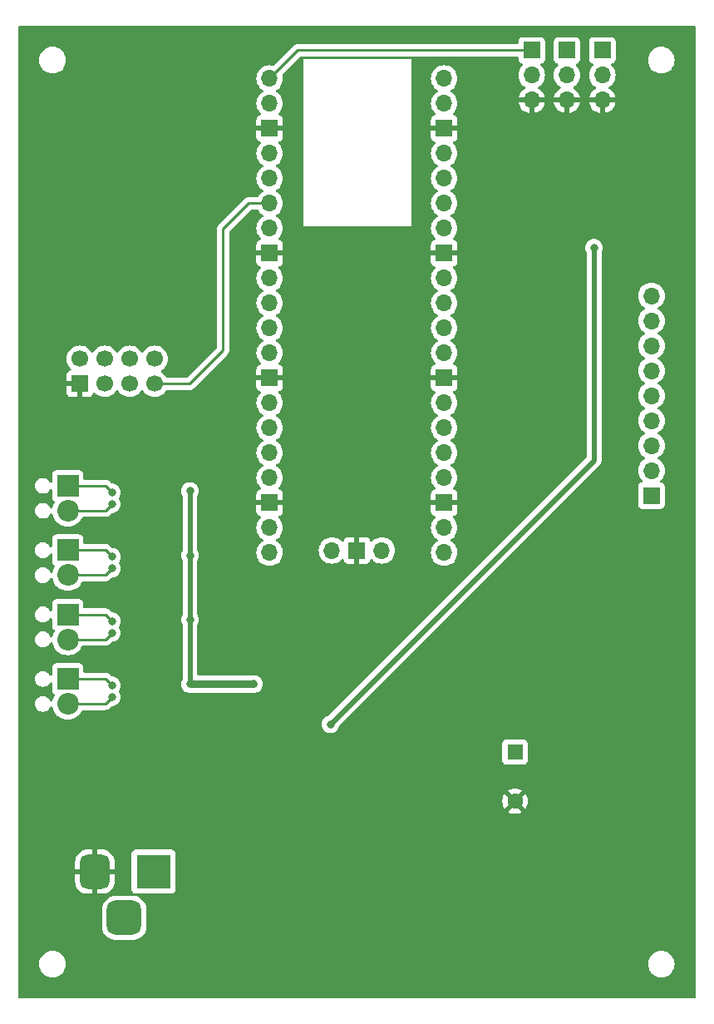
<source format=gbr>
%TF.GenerationSoftware,KiCad,Pcbnew,7.0.8-7.0.8~ubuntu22.04.1*%
%TF.CreationDate,2023-12-15T13:59:40+01:00*%
%TF.ProjectId,MecanumDevBoard,4d656361-6e75-46d4-9465-76426f617264,1.0*%
%TF.SameCoordinates,Original*%
%TF.FileFunction,Copper,L2,Bot*%
%TF.FilePolarity,Positive*%
%FSLAX46Y46*%
G04 Gerber Fmt 4.6, Leading zero omitted, Abs format (unit mm)*
G04 Created by KiCad (PCBNEW 7.0.8-7.0.8~ubuntu22.04.1) date 2023-12-15 13:59:40*
%MOMM*%
%LPD*%
G01*
G04 APERTURE LIST*
G04 Aperture macros list*
%AMRoundRect*
0 Rectangle with rounded corners*
0 $1 Rounding radius*
0 $2 $3 $4 $5 $6 $7 $8 $9 X,Y pos of 4 corners*
0 Add a 4 corners polygon primitive as box body*
4,1,4,$2,$3,$4,$5,$6,$7,$8,$9,$2,$3,0*
0 Add four circle primitives for the rounded corners*
1,1,$1+$1,$2,$3*
1,1,$1+$1,$4,$5*
1,1,$1+$1,$6,$7*
1,1,$1+$1,$8,$9*
0 Add four rect primitives between the rounded corners*
20,1,$1+$1,$2,$3,$4,$5,0*
20,1,$1+$1,$4,$5,$6,$7,0*
20,1,$1+$1,$6,$7,$8,$9,0*
20,1,$1+$1,$8,$9,$2,$3,0*%
G04 Aperture macros list end*
%TA.AperFunction,ComponentPad*%
%ADD10R,1.700000X1.700000*%
%TD*%
%TA.AperFunction,ComponentPad*%
%ADD11O,1.700000X1.700000*%
%TD*%
%TA.AperFunction,ComponentPad*%
%ADD12R,2.200000X2.200000*%
%TD*%
%TA.AperFunction,ComponentPad*%
%ADD13C,2.200000*%
%TD*%
%TA.AperFunction,ComponentPad*%
%ADD14R,3.500000X3.500000*%
%TD*%
%TA.AperFunction,ComponentPad*%
%ADD15RoundRect,0.750000X-0.750000X-1.000000X0.750000X-1.000000X0.750000X1.000000X-0.750000X1.000000X0*%
%TD*%
%TA.AperFunction,ComponentPad*%
%ADD16RoundRect,0.875000X-0.875000X-0.875000X0.875000X-0.875000X0.875000X0.875000X-0.875000X0.875000X0*%
%TD*%
%TA.AperFunction,ComponentPad*%
%ADD17R,1.600000X1.600000*%
%TD*%
%TA.AperFunction,ComponentPad*%
%ADD18C,1.600000*%
%TD*%
%TA.AperFunction,ComponentPad*%
%ADD19C,1.700000*%
%TD*%
%TA.AperFunction,ViaPad*%
%ADD20C,0.800000*%
%TD*%
%TA.AperFunction,Conductor*%
%ADD21C,0.500000*%
%TD*%
%TA.AperFunction,Conductor*%
%ADD22C,0.750000*%
%TD*%
%TA.AperFunction,Conductor*%
%ADD23C,0.250000*%
%TD*%
G04 APERTURE END LIST*
D10*
%TO.P,J4,1,Pin_1*%
%TO.N,/SERVO_2*%
X124840000Y-93080000D03*
D11*
%TO.P,J4,2,Pin_2*%
%TO.N,+5V*%
X124840000Y-95620000D03*
%TO.P,J4,3,Pin_3*%
%TO.N,GND*%
X124840000Y-98160000D03*
%TD*%
D12*
%TO.P,J6,1,Pin_1*%
%TO.N,Net-(J6-Pin_1)*%
X73990000Y-150510000D03*
D13*
%TO.P,J6,2,Pin_2*%
%TO.N,Net-(J6-Pin_2)*%
X73990000Y-153050000D03*
%TD*%
D12*
%TO.P,J2,1,Pin_1*%
%TO.N,Net-(J2-Pin_1)*%
X73990000Y-137410000D03*
D13*
%TO.P,J2,2,Pin_2*%
%TO.N,Net-(J2-Pin_2)*%
X73990000Y-139950000D03*
%TD*%
D11*
%TO.P,U6,1,GPIO0*%
%TO.N,/LED*%
X94550000Y-95950000D03*
%TO.P,U6,2,GPIO1*%
%TO.N,/SERVO_1*%
X94550000Y-98490000D03*
D10*
%TO.P,U6,3,GND*%
%TO.N,GND*%
X94550000Y-101030000D03*
D11*
%TO.P,U6,4,GPIO2*%
%TO.N,/SERVO_2*%
X94550000Y-103570000D03*
%TO.P,U6,5,GPIO3*%
%TO.N,/NRF_CE*%
X94550000Y-106110000D03*
%TO.P,U6,6,GPIO4*%
%TO.N,/NRF_MISO*%
X94550000Y-108650000D03*
%TO.P,U6,7,GPIO5*%
%TO.N,/NRF_CSN*%
X94550000Y-111190000D03*
D10*
%TO.P,U6,8,GND*%
%TO.N,GND*%
X94550000Y-113730000D03*
D11*
%TO.P,U6,9,GPIO6*%
%TO.N,/NRF_SCK*%
X94550000Y-116270000D03*
%TO.P,U6,10,GPIO7*%
%TO.N,/NRF_MOSI*%
X94550000Y-118810000D03*
%TO.P,U6,11,GPIO8*%
%TO.N,/FL_IN1*%
X94550000Y-121350000D03*
%TO.P,U6,12,GPIO9*%
%TO.N,/FL_IN2*%
X94550000Y-123890000D03*
D10*
%TO.P,U6,13,GND*%
%TO.N,GND*%
X94550000Y-126430000D03*
D11*
%TO.P,U6,14,GPIO10*%
%TO.N,/FR_IN1*%
X94550000Y-128970000D03*
%TO.P,U6,15,GPIO11*%
%TO.N,/FR_IN2*%
X94550000Y-131510000D03*
%TO.P,U6,16,GPIO12*%
%TO.N,/BL_IN1*%
X94550000Y-134050000D03*
%TO.P,U6,17,GPIO13*%
%TO.N,/BL_IN2*%
X94550000Y-136590000D03*
D10*
%TO.P,U6,18,GND*%
%TO.N,GND*%
X94550000Y-139130000D03*
D11*
%TO.P,U6,19,GPIO14*%
%TO.N,/BR_IN1*%
X94550000Y-141670000D03*
%TO.P,U6,20,GPIO15*%
%TO.N,/BR_IN2*%
X94550000Y-144210000D03*
%TO.P,U6,21,GPIO16*%
%TO.N,/GPIO16*%
X112330000Y-144210000D03*
%TO.P,U6,22,GPIO17*%
%TO.N,/GPIO17*%
X112330000Y-141670000D03*
D10*
%TO.P,U6,23,GND*%
%TO.N,GND*%
X112330000Y-139130000D03*
D11*
%TO.P,U6,24,GPIO18*%
%TO.N,/GPIO18*%
X112330000Y-136590000D03*
%TO.P,U6,25,GPIO19*%
%TO.N,/GPIO19*%
X112330000Y-134050000D03*
%TO.P,U6,26,GPIO20*%
%TO.N,/GPIO20*%
X112330000Y-131510000D03*
%TO.P,U6,27,GPIO21*%
%TO.N,/GPIO21*%
X112330000Y-128970000D03*
D10*
%TO.P,U6,28,GND*%
%TO.N,GND*%
X112330000Y-126430000D03*
D11*
%TO.P,U6,29,GPIO22*%
%TO.N,/GPIO22*%
X112330000Y-123890000D03*
%TO.P,U6,30,RUN*%
%TO.N,unconnected-(U6-RUN-Pad30)*%
X112330000Y-121350000D03*
%TO.P,U6,31,GPIO26_ADC0*%
%TO.N,/GPIO27_ADC0*%
X112330000Y-118810000D03*
%TO.P,U6,32,GPIO27_ADC1*%
%TO.N,/GPIO27_ADC1*%
X112330000Y-116270000D03*
D10*
%TO.P,U6,33,AGND*%
%TO.N,GND*%
X112330000Y-113730000D03*
D11*
%TO.P,U6,34,GPIO28_ADC2*%
%TO.N,/BATT_PROBE*%
X112330000Y-111190000D03*
%TO.P,U6,35,ADC_VREF*%
%TO.N,unconnected-(U6-ADC_VREF-Pad35)*%
X112330000Y-108650000D03*
%TO.P,U6,36,3V3*%
%TO.N,unconnected-(U6-3V3-Pad36)*%
X112330000Y-106110000D03*
%TO.P,U6,37,3V3_EN*%
%TO.N,unconnected-(U6-3V3_EN-Pad37)*%
X112330000Y-103570000D03*
D10*
%TO.P,U6,38,GND*%
%TO.N,GND*%
X112330000Y-101030000D03*
D11*
%TO.P,U6,39,VSYS*%
%TO.N,+3.3V*%
X112330000Y-98490000D03*
%TO.P,U6,40,VBUS*%
%TO.N,unconnected-(U6-VBUS-Pad40)*%
X112330000Y-95950000D03*
%TO.P,U6,41,SWCLK*%
%TO.N,unconnected-(U6-SWCLK-Pad41)*%
X100900000Y-143980000D03*
D10*
%TO.P,U6,42,GND*%
%TO.N,GND*%
X103440000Y-143980000D03*
D11*
%TO.P,U6,43,SWDIO*%
%TO.N,unconnected-(U6-SWDIO-Pad43)*%
X105980000Y-143980000D03*
%TD*%
D10*
%TO.P,J1,1,Pin_1*%
%TO.N,/SERVO_1*%
X128440000Y-93080000D03*
D11*
%TO.P,J1,2,Pin_2*%
%TO.N,+5V*%
X128440000Y-95620000D03*
%TO.P,J1,3,Pin_3*%
%TO.N,GND*%
X128440000Y-98160000D03*
%TD*%
D12*
%TO.P,J3,1,Pin_1*%
%TO.N,Net-(J3-Pin_1)*%
X73990000Y-143960000D03*
D13*
%TO.P,J3,2,Pin_2*%
%TO.N,Net-(J3-Pin_2)*%
X73990000Y-146500000D03*
%TD*%
D14*
%TO.P,J8,1*%
%TO.N,Net-(Q4-D)*%
X82740000Y-176680000D03*
D15*
%TO.P,J8,2*%
%TO.N,GND*%
X76740000Y-176680000D03*
D16*
%TO.P,J8,3*%
%TO.N,N/C*%
X79740000Y-181380000D03*
%TD*%
D17*
%TO.P,C21,1*%
%TO.N,+12V*%
X119550000Y-164497349D03*
D18*
%TO.P,C21,2*%
%TO.N,GND*%
X119550000Y-169497349D03*
%TD*%
D10*
%TO.P,U5,1,GND*%
%TO.N,GND*%
X75220000Y-127020000D03*
D19*
%TO.P,U5,2,VCC*%
%TO.N,+3.3V*%
X75220000Y-124480000D03*
%TO.P,U5,3,CE*%
%TO.N,/NRF_CE*%
X77760000Y-127020000D03*
%TO.P,U5,4,~{CSN}*%
%TO.N,/NRF_CSN*%
X77760000Y-124480000D03*
%TO.P,U5,5,SCK*%
%TO.N,/NRF_SCK*%
X80300000Y-127020000D03*
%TO.P,U5,6,MOSI*%
%TO.N,/NRF_MOSI*%
X80300000Y-124480000D03*
%TO.P,U5,7,MISO*%
%TO.N,/NRF_MISO*%
X82840000Y-127020000D03*
%TO.P,U5,8,IRQ*%
%TO.N,unconnected-(U5-IRQ-Pad8)*%
X82840000Y-124480000D03*
%TD*%
D10*
%TO.P,J5,1,Pin_1*%
%TO.N,/LED*%
X121240000Y-93080000D03*
D11*
%TO.P,J5,2,Pin_2*%
%TO.N,+5V*%
X121240000Y-95620000D03*
%TO.P,J5,3,Pin_3*%
%TO.N,GND*%
X121240000Y-98160000D03*
%TD*%
D10*
%TO.P,J9,1,Pin_1*%
%TO.N,/GPIO16*%
X133440000Y-138400000D03*
D11*
%TO.P,J9,2,Pin_2*%
%TO.N,/GPIO17*%
X133440000Y-135860000D03*
%TO.P,J9,3,Pin_3*%
%TO.N,/GPIO18*%
X133440000Y-133320000D03*
%TO.P,J9,4,Pin_4*%
%TO.N,/GPIO19*%
X133440000Y-130780000D03*
%TO.P,J9,5,Pin_5*%
%TO.N,/GPIO20*%
X133440000Y-128240000D03*
%TO.P,J9,6,Pin_6*%
%TO.N,/GPIO21*%
X133440000Y-125700000D03*
%TO.P,J9,7,Pin_7*%
%TO.N,/GPIO22*%
X133440000Y-123160000D03*
%TO.P,J9,8,Pin_8*%
%TO.N,/GPIO27_ADC0*%
X133440000Y-120620000D03*
%TO.P,J9,9,Pin_9*%
%TO.N,/GPIO27_ADC1*%
X133440000Y-118080000D03*
%TD*%
D12*
%TO.P,J7,1,Pin_1*%
%TO.N,Net-(J7-Pin_1)*%
X73990000Y-157060000D03*
D13*
%TO.P,J7,2,Pin_2*%
%TO.N,Net-(J7-Pin_2)*%
X73990000Y-159600000D03*
%TD*%
D20*
%TO.N,+3.3V*%
X86440000Y-151030000D03*
X86440000Y-144480000D03*
X86440000Y-137930000D03*
X86440000Y-157580000D03*
X92940000Y-157580000D03*
%TO.N,GND*%
X72240000Y-130980000D03*
X83640000Y-182480000D03*
X97040000Y-168280000D03*
X115240000Y-185480000D03*
X97640000Y-173680000D03*
X84790000Y-141080000D03*
X122640000Y-172080000D03*
X84740000Y-154180000D03*
X127840000Y-181480000D03*
X97240000Y-183280000D03*
X84790000Y-134530000D03*
X84790000Y-147630000D03*
X91640000Y-187280000D03*
%TO.N,+BATT*%
X100740000Y-161680000D03*
X127590000Y-113180000D03*
%TO.N,Net-(J2-Pin_1)*%
X78490000Y-138080000D03*
%TO.N,Net-(J2-Pin_2)*%
X78490000Y-139280000D03*
%TO.N,Net-(J3-Pin_1)*%
X78490000Y-144630000D03*
%TO.N,Net-(J3-Pin_2)*%
X78490000Y-145830000D03*
%TO.N,Net-(J6-Pin_1)*%
X78490000Y-151180000D03*
%TO.N,Net-(J6-Pin_2)*%
X78490000Y-152380000D03*
%TO.N,Net-(J7-Pin_1)*%
X78490000Y-157730000D03*
%TO.N,Net-(J7-Pin_2)*%
X78490000Y-158930000D03*
%TD*%
D21*
%TO.N,+3.3V*%
X86440000Y-157580000D02*
X86440000Y-137930000D01*
D22*
X92940000Y-157580000D02*
X86440000Y-157580000D01*
D21*
%TO.N,+BATT*%
X127590000Y-134830000D02*
X127590000Y-113180000D01*
X100740000Y-161680000D02*
X127590000Y-134830000D01*
D23*
%TO.N,Net-(J2-Pin_1)*%
X73990000Y-137410000D02*
X77820000Y-137410000D01*
X77820000Y-137410000D02*
X78490000Y-138080000D01*
%TO.N,Net-(J2-Pin_2)*%
X77820000Y-139950000D02*
X78490000Y-139280000D01*
X73990000Y-139950000D02*
X77820000Y-139950000D01*
%TO.N,Net-(J3-Pin_1)*%
X73990000Y-143960000D02*
X77820000Y-143960000D01*
X77820000Y-143960000D02*
X78490000Y-144630000D01*
%TO.N,Net-(J3-Pin_2)*%
X77820000Y-146500000D02*
X78490000Y-145830000D01*
X73990000Y-146500000D02*
X77820000Y-146500000D01*
%TO.N,Net-(J6-Pin_1)*%
X73990000Y-150510000D02*
X77820000Y-150510000D01*
X77820000Y-150510000D02*
X78490000Y-151180000D01*
%TO.N,Net-(J6-Pin_2)*%
X77820000Y-153050000D02*
X78490000Y-152380000D01*
X73990000Y-153050000D02*
X77820000Y-153050000D01*
%TO.N,Net-(J7-Pin_1)*%
X77820000Y-157060000D02*
X78490000Y-157730000D01*
X73990000Y-157060000D02*
X77820000Y-157060000D01*
%TO.N,Net-(J7-Pin_2)*%
X73990000Y-159600000D02*
X77820000Y-159600000D01*
X77820000Y-159600000D02*
X78490000Y-158930000D01*
%TO.N,/NRF_MISO*%
X86400000Y-127020000D02*
X89790000Y-123630000D01*
X89790000Y-123630000D02*
X89790000Y-111280000D01*
X82840000Y-127020000D02*
X86400000Y-127020000D01*
X89790000Y-111280000D02*
X92420000Y-108650000D01*
X92420000Y-108650000D02*
X94550000Y-108650000D01*
%TO.N,/LED*%
X97420000Y-93080000D02*
X121240000Y-93080000D01*
X94550000Y-95950000D02*
X97420000Y-93080000D01*
%TD*%
%TA.AperFunction,Conductor*%
%TO.N,GND*%
G36*
X137882539Y-90600185D02*
G01*
X137928294Y-90652989D01*
X137939500Y-90704500D01*
X137939500Y-189455500D01*
X137919815Y-189522539D01*
X137867011Y-189568294D01*
X137815500Y-189579500D01*
X69064500Y-189579500D01*
X68997461Y-189559815D01*
X68951706Y-189507011D01*
X68940500Y-189455500D01*
X68940500Y-186080000D01*
X71084341Y-186080000D01*
X71104936Y-186315403D01*
X71104938Y-186315413D01*
X71166094Y-186543655D01*
X71166096Y-186543659D01*
X71166097Y-186543663D01*
X71216031Y-186650746D01*
X71265964Y-186757828D01*
X71265965Y-186757830D01*
X71401505Y-186951402D01*
X71568597Y-187118494D01*
X71762169Y-187254034D01*
X71762171Y-187254035D01*
X71976337Y-187353903D01*
X72204592Y-187415063D01*
X72381034Y-187430500D01*
X72498966Y-187430500D01*
X72675408Y-187415063D01*
X72903663Y-187353903D01*
X73117829Y-187254035D01*
X73311401Y-187118495D01*
X73478495Y-186951401D01*
X73614035Y-186757830D01*
X73713903Y-186543663D01*
X73775063Y-186315408D01*
X73795659Y-186080000D01*
X133084341Y-186080000D01*
X133104936Y-186315403D01*
X133104938Y-186315413D01*
X133166094Y-186543655D01*
X133166096Y-186543659D01*
X133166097Y-186543663D01*
X133216031Y-186650746D01*
X133265964Y-186757828D01*
X133265965Y-186757830D01*
X133401505Y-186951402D01*
X133568597Y-187118494D01*
X133762169Y-187254034D01*
X133762171Y-187254035D01*
X133976337Y-187353903D01*
X134204592Y-187415063D01*
X134381034Y-187430500D01*
X134498966Y-187430500D01*
X134675408Y-187415063D01*
X134903663Y-187353903D01*
X135117829Y-187254035D01*
X135311401Y-187118495D01*
X135478495Y-186951401D01*
X135614035Y-186757830D01*
X135713903Y-186543663D01*
X135775063Y-186315408D01*
X135795659Y-186080000D01*
X135775063Y-185844592D01*
X135713903Y-185616337D01*
X135614035Y-185402171D01*
X135614034Y-185402169D01*
X135478494Y-185208597D01*
X135311402Y-185041505D01*
X135117830Y-184905965D01*
X135117828Y-184905964D01*
X135010746Y-184856031D01*
X134903663Y-184806097D01*
X134903659Y-184806096D01*
X134903655Y-184806094D01*
X134675413Y-184744938D01*
X134675403Y-184744936D01*
X134498966Y-184729500D01*
X134381034Y-184729500D01*
X134204596Y-184744936D01*
X134204586Y-184744938D01*
X133976344Y-184806094D01*
X133976335Y-184806098D01*
X133762171Y-184905964D01*
X133762169Y-184905965D01*
X133568597Y-185041505D01*
X133401506Y-185208597D01*
X133401501Y-185208604D01*
X133265967Y-185402165D01*
X133265965Y-185402169D01*
X133166098Y-185616335D01*
X133166094Y-185616344D01*
X133104938Y-185844586D01*
X133104936Y-185844596D01*
X133084341Y-186079999D01*
X133084341Y-186080000D01*
X73795659Y-186080000D01*
X73775063Y-185844592D01*
X73713903Y-185616337D01*
X73614035Y-185402171D01*
X73614034Y-185402169D01*
X73478494Y-185208597D01*
X73311402Y-185041505D01*
X73117830Y-184905965D01*
X73117828Y-184905964D01*
X73010746Y-184856031D01*
X72903663Y-184806097D01*
X72903659Y-184806096D01*
X72903655Y-184806094D01*
X72675413Y-184744938D01*
X72675403Y-184744936D01*
X72498966Y-184729500D01*
X72381034Y-184729500D01*
X72204596Y-184744936D01*
X72204586Y-184744938D01*
X71976344Y-184806094D01*
X71976335Y-184806098D01*
X71762171Y-184905964D01*
X71762169Y-184905965D01*
X71568597Y-185041505D01*
X71401506Y-185208597D01*
X71401501Y-185208604D01*
X71265967Y-185402165D01*
X71265965Y-185402169D01*
X71166098Y-185616335D01*
X71166094Y-185616344D01*
X71104938Y-185844586D01*
X71104936Y-185844596D01*
X71084341Y-186079999D01*
X71084341Y-186080000D01*
X68940500Y-186080000D01*
X68940500Y-182348626D01*
X77489500Y-182348626D01*
X77492295Y-182401243D01*
X77492295Y-182401244D01*
X77536754Y-182631121D01*
X77536755Y-182631126D01*
X77585326Y-182759832D01*
X77619425Y-182850189D01*
X77737929Y-183052131D01*
X77737934Y-183052138D01*
X77888856Y-183231141D01*
X77888858Y-183231143D01*
X78067861Y-183382065D01*
X78067868Y-183382070D01*
X78269810Y-183500574D01*
X78488874Y-183583245D01*
X78718759Y-183627705D01*
X78760194Y-183629905D01*
X78771374Y-183630500D01*
X78771378Y-183630500D01*
X80708626Y-183630500D01*
X80718731Y-183629962D01*
X80761241Y-183627705D01*
X80991126Y-183583245D01*
X81210190Y-183500574D01*
X81412132Y-183382070D01*
X81591142Y-183231142D01*
X81742070Y-183052132D01*
X81860574Y-182850190D01*
X81943245Y-182631126D01*
X81987705Y-182401241D01*
X81990500Y-182348622D01*
X81990500Y-180411378D01*
X81987705Y-180358759D01*
X81943245Y-180128874D01*
X81860574Y-179909810D01*
X81742070Y-179707868D01*
X81742065Y-179707861D01*
X81591143Y-179528858D01*
X81591141Y-179528856D01*
X81412138Y-179377934D01*
X81412131Y-179377929D01*
X81210189Y-179259425D01*
X81112513Y-179222564D01*
X80991126Y-179176755D01*
X80991121Y-179176754D01*
X80991116Y-179176752D01*
X80988470Y-179176240D01*
X80987451Y-179175713D01*
X80986050Y-179175317D01*
X80986130Y-179175031D01*
X80926392Y-179144177D01*
X80891503Y-179083641D01*
X80894881Y-179013853D01*
X80935452Y-178956970D01*
X81000337Y-178931052D01*
X81012009Y-178930499D01*
X84537872Y-178930499D01*
X84597483Y-178924091D01*
X84732331Y-178873796D01*
X84847546Y-178787546D01*
X84933796Y-178672331D01*
X84984091Y-178537483D01*
X84990500Y-178477873D01*
X84990499Y-174882128D01*
X84984091Y-174822517D01*
X84944571Y-174716559D01*
X84933797Y-174687671D01*
X84933793Y-174687664D01*
X84847547Y-174572455D01*
X84847544Y-174572452D01*
X84732335Y-174486206D01*
X84732328Y-174486202D01*
X84597482Y-174435908D01*
X84597483Y-174435908D01*
X84537883Y-174429501D01*
X84537881Y-174429500D01*
X84537873Y-174429500D01*
X84537864Y-174429500D01*
X80942129Y-174429500D01*
X80942123Y-174429501D01*
X80882516Y-174435908D01*
X80747671Y-174486202D01*
X80747664Y-174486206D01*
X80632455Y-174572452D01*
X80632452Y-174572455D01*
X80546206Y-174687664D01*
X80546202Y-174687671D01*
X80495908Y-174822517D01*
X80489501Y-174882116D01*
X80489501Y-174882123D01*
X80489500Y-174882135D01*
X80489500Y-178477870D01*
X80489501Y-178477876D01*
X80495908Y-178537483D01*
X80546202Y-178672328D01*
X80546206Y-178672335D01*
X80632452Y-178787544D01*
X80632455Y-178787547D01*
X80747664Y-178873793D01*
X80747673Y-178873798D01*
X80794937Y-178891426D01*
X80850871Y-178933296D01*
X80875289Y-178998760D01*
X80860438Y-179067033D01*
X80811033Y-179116439D01*
X80745028Y-179131433D01*
X80708627Y-179129500D01*
X80708622Y-179129500D01*
X78771378Y-179129500D01*
X78771374Y-179129500D01*
X78718756Y-179132295D01*
X78718755Y-179132295D01*
X78488878Y-179176754D01*
X78488876Y-179176754D01*
X78488874Y-179176755D01*
X78414933Y-179204659D01*
X78269810Y-179259425D01*
X78067868Y-179377929D01*
X78067861Y-179377934D01*
X77888858Y-179528856D01*
X77888856Y-179528858D01*
X77737934Y-179707861D01*
X77737929Y-179707868D01*
X77619425Y-179909810D01*
X77564659Y-180054933D01*
X77536755Y-180128874D01*
X77536754Y-180128876D01*
X77536754Y-180128878D01*
X77492295Y-180358755D01*
X77492295Y-180358756D01*
X77489500Y-180411374D01*
X77489500Y-182348626D01*
X68940500Y-182348626D01*
X68940500Y-176430000D01*
X74740000Y-176430000D01*
X76240000Y-176430000D01*
X76240000Y-176930000D01*
X74740001Y-176930000D01*
X74740001Y-177744192D01*
X74750400Y-177876332D01*
X74805377Y-178094519D01*
X74898428Y-178299374D01*
X74898431Y-178299380D01*
X75026559Y-178484323D01*
X75026569Y-178484335D01*
X75185664Y-178643430D01*
X75185676Y-178643440D01*
X75370619Y-178771568D01*
X75370625Y-178771571D01*
X75575480Y-178864622D01*
X75793667Y-178919599D01*
X75925807Y-178930000D01*
X76489999Y-178929999D01*
X76490000Y-178929998D01*
X76490000Y-178113686D01*
X76530156Y-178139493D01*
X76668111Y-178180000D01*
X76811889Y-178180000D01*
X76949844Y-178139493D01*
X76990000Y-178113686D01*
X76990000Y-178929999D01*
X77554192Y-178929999D01*
X77686332Y-178919599D01*
X77904519Y-178864622D01*
X78109374Y-178771571D01*
X78109380Y-178771568D01*
X78294323Y-178643440D01*
X78294335Y-178643430D01*
X78453430Y-178484335D01*
X78453440Y-178484323D01*
X78581568Y-178299380D01*
X78581571Y-178299374D01*
X78674622Y-178094519D01*
X78729599Y-177876332D01*
X78740000Y-177744194D01*
X78740000Y-176930000D01*
X77240000Y-176930000D01*
X77240000Y-176430000D01*
X78739999Y-176430000D01*
X78739999Y-175615808D01*
X78729599Y-175483667D01*
X78674622Y-175265480D01*
X78581571Y-175060625D01*
X78581568Y-175060619D01*
X78453440Y-174875676D01*
X78453430Y-174875664D01*
X78294335Y-174716569D01*
X78294323Y-174716559D01*
X78109380Y-174588431D01*
X78109374Y-174588428D01*
X77904519Y-174495377D01*
X77686332Y-174440400D01*
X77554194Y-174430000D01*
X76990000Y-174430000D01*
X76990000Y-175246313D01*
X76949844Y-175220507D01*
X76811889Y-175180000D01*
X76668111Y-175180000D01*
X76530156Y-175220507D01*
X76490000Y-175246313D01*
X76490000Y-174430000D01*
X76489999Y-174430000D01*
X75925808Y-174430001D01*
X75793667Y-174440400D01*
X75575480Y-174495377D01*
X75370625Y-174588428D01*
X75370619Y-174588431D01*
X75185676Y-174716559D01*
X75185664Y-174716569D01*
X75026569Y-174875664D01*
X75026559Y-174875676D01*
X74898431Y-175060619D01*
X74898428Y-175060625D01*
X74805377Y-175265480D01*
X74750400Y-175483667D01*
X74740000Y-175615806D01*
X74740000Y-176430000D01*
X68940500Y-176430000D01*
X68940500Y-169497351D01*
X118245034Y-169497351D01*
X118264858Y-169723948D01*
X118264860Y-169723959D01*
X118323730Y-169943666D01*
X118323734Y-169943675D01*
X118419865Y-170149830D01*
X118419866Y-170149832D01*
X118470973Y-170222820D01*
X118470974Y-170222821D01*
X119152046Y-169541748D01*
X119164835Y-169622497D01*
X119222359Y-169735394D01*
X119311955Y-169824990D01*
X119424852Y-169882514D01*
X119505599Y-169895302D01*
X118824526Y-170576374D01*
X118824526Y-170576375D01*
X118897512Y-170627480D01*
X118897516Y-170627482D01*
X119103673Y-170723614D01*
X119103682Y-170723618D01*
X119323389Y-170782488D01*
X119323400Y-170782490D01*
X119549998Y-170802315D01*
X119550002Y-170802315D01*
X119776599Y-170782490D01*
X119776610Y-170782488D01*
X119996317Y-170723618D01*
X119996331Y-170723613D01*
X120202478Y-170627485D01*
X120275472Y-170576374D01*
X119594401Y-169895302D01*
X119675148Y-169882514D01*
X119788045Y-169824990D01*
X119877641Y-169735394D01*
X119935165Y-169622497D01*
X119947953Y-169541749D01*
X120629025Y-170222821D01*
X120680136Y-170149827D01*
X120776264Y-169943680D01*
X120776269Y-169943666D01*
X120835139Y-169723959D01*
X120835141Y-169723948D01*
X120854966Y-169497351D01*
X120854966Y-169497346D01*
X120835141Y-169270749D01*
X120835139Y-169270738D01*
X120776269Y-169051031D01*
X120776265Y-169051022D01*
X120680133Y-168844865D01*
X120680131Y-168844861D01*
X120629026Y-168771875D01*
X120629025Y-168771875D01*
X119947953Y-169452947D01*
X119935165Y-169372201D01*
X119877641Y-169259304D01*
X119788045Y-169169708D01*
X119675148Y-169112184D01*
X119594400Y-169099395D01*
X120275472Y-168418323D01*
X120275471Y-168418322D01*
X120202483Y-168367215D01*
X120202481Y-168367214D01*
X119996326Y-168271083D01*
X119996317Y-168271079D01*
X119776610Y-168212209D01*
X119776599Y-168212207D01*
X119550002Y-168192383D01*
X119549998Y-168192383D01*
X119323400Y-168212207D01*
X119323389Y-168212209D01*
X119103682Y-168271079D01*
X119103673Y-168271083D01*
X118897513Y-168367217D01*
X118824527Y-168418321D01*
X118824526Y-168418322D01*
X119505600Y-169099395D01*
X119424852Y-169112184D01*
X119311955Y-169169708D01*
X119222359Y-169259304D01*
X119164835Y-169372201D01*
X119152046Y-169452948D01*
X118470973Y-168771875D01*
X118470972Y-168771876D01*
X118419868Y-168844862D01*
X118323734Y-169051022D01*
X118323730Y-169051031D01*
X118264860Y-169270738D01*
X118264858Y-169270749D01*
X118245034Y-169497346D01*
X118245034Y-169497351D01*
X68940500Y-169497351D01*
X68940500Y-165345219D01*
X118249500Y-165345219D01*
X118249501Y-165345225D01*
X118255908Y-165404832D01*
X118306202Y-165539677D01*
X118306206Y-165539684D01*
X118392452Y-165654893D01*
X118392455Y-165654896D01*
X118507664Y-165741142D01*
X118507671Y-165741146D01*
X118642517Y-165791440D01*
X118642516Y-165791440D01*
X118649444Y-165792184D01*
X118702127Y-165797849D01*
X120397872Y-165797848D01*
X120457483Y-165791440D01*
X120592331Y-165741145D01*
X120707546Y-165654895D01*
X120793796Y-165539680D01*
X120844091Y-165404832D01*
X120850500Y-165345222D01*
X120850499Y-163649477D01*
X120844091Y-163589866D01*
X120793796Y-163455018D01*
X120793795Y-163455017D01*
X120793793Y-163455013D01*
X120707547Y-163339804D01*
X120707544Y-163339801D01*
X120592335Y-163253555D01*
X120592328Y-163253551D01*
X120457482Y-163203257D01*
X120457483Y-163203257D01*
X120397883Y-163196850D01*
X120397881Y-163196849D01*
X120397873Y-163196849D01*
X120397864Y-163196849D01*
X118702129Y-163196849D01*
X118702123Y-163196850D01*
X118642516Y-163203257D01*
X118507671Y-163253551D01*
X118507664Y-163253555D01*
X118392455Y-163339801D01*
X118392452Y-163339804D01*
X118306206Y-163455013D01*
X118306202Y-163455020D01*
X118255908Y-163589866D01*
X118249501Y-163649465D01*
X118249501Y-163649472D01*
X118249500Y-163649484D01*
X118249500Y-165345219D01*
X68940500Y-165345219D01*
X68940500Y-161680000D01*
X99834540Y-161680000D01*
X99854326Y-161868256D01*
X99854327Y-161868259D01*
X99912818Y-162048277D01*
X99912821Y-162048284D01*
X100007467Y-162212216D01*
X100134129Y-162352888D01*
X100287265Y-162464148D01*
X100287270Y-162464151D01*
X100460192Y-162541142D01*
X100460197Y-162541144D01*
X100645354Y-162580500D01*
X100645355Y-162580500D01*
X100834644Y-162580500D01*
X100834646Y-162580500D01*
X101019803Y-162541144D01*
X101192730Y-162464151D01*
X101345871Y-162352888D01*
X101472533Y-162212216D01*
X101567179Y-162048284D01*
X101622522Y-161877955D01*
X101652769Y-161828597D01*
X127621365Y-135860000D01*
X132084341Y-135860000D01*
X132104936Y-136095403D01*
X132104938Y-136095413D01*
X132166094Y-136323655D01*
X132166096Y-136323659D01*
X132166097Y-136323663D01*
X132265965Y-136537830D01*
X132265967Y-136537834D01*
X132368462Y-136684211D01*
X132401501Y-136731396D01*
X132401506Y-136731402D01*
X132523430Y-136853326D01*
X132556915Y-136914649D01*
X132551931Y-136984341D01*
X132510059Y-137040274D01*
X132479083Y-137057189D01*
X132347669Y-137106203D01*
X132347664Y-137106206D01*
X132232455Y-137192452D01*
X132232452Y-137192455D01*
X132146206Y-137307664D01*
X132146202Y-137307671D01*
X132095908Y-137442517D01*
X132089501Y-137502116D01*
X132089501Y-137502123D01*
X132089500Y-137502135D01*
X132089500Y-139297870D01*
X132089501Y-139297876D01*
X132095908Y-139357483D01*
X132146202Y-139492328D01*
X132146206Y-139492335D01*
X132232452Y-139607544D01*
X132232455Y-139607547D01*
X132347664Y-139693793D01*
X132347671Y-139693797D01*
X132482517Y-139744091D01*
X132482516Y-139744091D01*
X132489444Y-139744835D01*
X132542127Y-139750500D01*
X134337872Y-139750499D01*
X134397483Y-139744091D01*
X134532331Y-139693796D01*
X134647546Y-139607546D01*
X134733796Y-139492331D01*
X134784091Y-139357483D01*
X134790500Y-139297873D01*
X134790499Y-137502128D01*
X134784091Y-137442517D01*
X134771961Y-137409996D01*
X134733797Y-137307671D01*
X134733793Y-137307664D01*
X134647547Y-137192455D01*
X134647544Y-137192452D01*
X134532335Y-137106206D01*
X134532328Y-137106202D01*
X134400917Y-137057189D01*
X134344983Y-137015318D01*
X134320566Y-136949853D01*
X134335418Y-136881580D01*
X134356563Y-136853332D01*
X134478495Y-136731401D01*
X134614035Y-136537830D01*
X134713903Y-136323663D01*
X134775063Y-136095408D01*
X134795659Y-135860000D01*
X134775063Y-135624592D01*
X134716185Y-135404855D01*
X134713905Y-135396344D01*
X134713904Y-135396343D01*
X134713903Y-135396337D01*
X134614035Y-135182171D01*
X134596459Y-135157069D01*
X134478494Y-134988597D01*
X134311402Y-134821506D01*
X134311396Y-134821501D01*
X134125842Y-134691575D01*
X134082217Y-134636998D01*
X134075023Y-134567500D01*
X134106546Y-134505145D01*
X134125842Y-134488425D01*
X134155342Y-134467769D01*
X134311401Y-134358495D01*
X134478495Y-134191401D01*
X134614035Y-133997830D01*
X134713903Y-133783663D01*
X134775063Y-133555408D01*
X134795659Y-133320000D01*
X134775063Y-133084592D01*
X134713903Y-132856337D01*
X134614035Y-132642171D01*
X134548442Y-132548493D01*
X134478494Y-132448597D01*
X134311402Y-132281506D01*
X134311396Y-132281501D01*
X134125842Y-132151575D01*
X134082217Y-132096998D01*
X134075023Y-132027500D01*
X134106546Y-131965145D01*
X134125842Y-131948425D01*
X134148026Y-131932891D01*
X134311401Y-131818495D01*
X134478495Y-131651401D01*
X134614035Y-131457830D01*
X134713903Y-131243663D01*
X134775063Y-131015408D01*
X134795659Y-130780000D01*
X134775063Y-130544592D01*
X134713903Y-130316337D01*
X134614035Y-130102171D01*
X134548442Y-130008493D01*
X134478494Y-129908597D01*
X134311402Y-129741506D01*
X134311396Y-129741501D01*
X134125842Y-129611575D01*
X134082217Y-129556998D01*
X134075023Y-129487500D01*
X134106546Y-129425145D01*
X134125842Y-129408425D01*
X134148026Y-129392891D01*
X134311401Y-129278495D01*
X134478495Y-129111401D01*
X134614035Y-128917830D01*
X134713903Y-128703663D01*
X134775063Y-128475408D01*
X134795659Y-128240000D01*
X134775063Y-128004592D01*
X134713903Y-127776337D01*
X134614035Y-127562171D01*
X134602081Y-127545098D01*
X134478494Y-127368597D01*
X134311402Y-127201506D01*
X134311396Y-127201501D01*
X134125842Y-127071575D01*
X134082217Y-127016998D01*
X134075023Y-126947500D01*
X134106546Y-126885145D01*
X134125842Y-126868425D01*
X134162882Y-126842489D01*
X134311401Y-126738495D01*
X134478495Y-126571401D01*
X134614035Y-126377830D01*
X134713903Y-126163663D01*
X134775063Y-125935408D01*
X134795659Y-125700000D01*
X134775063Y-125464592D01*
X134713903Y-125236337D01*
X134614035Y-125022171D01*
X134584676Y-124980241D01*
X134478494Y-124828597D01*
X134311402Y-124661506D01*
X134311396Y-124661501D01*
X134125842Y-124531575D01*
X134082217Y-124476998D01*
X134075023Y-124407500D01*
X134106546Y-124345145D01*
X134125842Y-124328425D01*
X134245562Y-124244596D01*
X134311401Y-124198495D01*
X134478495Y-124031401D01*
X134614035Y-123837830D01*
X134713903Y-123623663D01*
X134775063Y-123395408D01*
X134795659Y-123160000D01*
X134775063Y-122924592D01*
X134713903Y-122696337D01*
X134614035Y-122482171D01*
X134548442Y-122388493D01*
X134478494Y-122288597D01*
X134311402Y-122121506D01*
X134311396Y-122121501D01*
X134125842Y-121991575D01*
X134082217Y-121936998D01*
X134075023Y-121867500D01*
X134106546Y-121805145D01*
X134125842Y-121788425D01*
X134148026Y-121772891D01*
X134311401Y-121658495D01*
X134478495Y-121491401D01*
X134614035Y-121297830D01*
X134713903Y-121083663D01*
X134775063Y-120855408D01*
X134795659Y-120620000D01*
X134775063Y-120384592D01*
X134713903Y-120156337D01*
X134614035Y-119942171D01*
X134548442Y-119848493D01*
X134478494Y-119748597D01*
X134311402Y-119581506D01*
X134311396Y-119581501D01*
X134125842Y-119451575D01*
X134082217Y-119396998D01*
X134075023Y-119327500D01*
X134106546Y-119265145D01*
X134125842Y-119248425D01*
X134148026Y-119232891D01*
X134311401Y-119118495D01*
X134478495Y-118951401D01*
X134614035Y-118757830D01*
X134713903Y-118543663D01*
X134775063Y-118315408D01*
X134795659Y-118080000D01*
X134775063Y-117844592D01*
X134713903Y-117616337D01*
X134614035Y-117402171D01*
X134548442Y-117308493D01*
X134478494Y-117208597D01*
X134311402Y-117041506D01*
X134311395Y-117041501D01*
X134117834Y-116905967D01*
X134117830Y-116905965D01*
X134117828Y-116905964D01*
X133903663Y-116806097D01*
X133903659Y-116806096D01*
X133903655Y-116806094D01*
X133675413Y-116744938D01*
X133675403Y-116744936D01*
X133440001Y-116724341D01*
X133439999Y-116724341D01*
X133204596Y-116744936D01*
X133204586Y-116744938D01*
X132976344Y-116806094D01*
X132976335Y-116806098D01*
X132762171Y-116905964D01*
X132762169Y-116905965D01*
X132568597Y-117041505D01*
X132401505Y-117208597D01*
X132265965Y-117402169D01*
X132265964Y-117402171D01*
X132166098Y-117616335D01*
X132166094Y-117616344D01*
X132104938Y-117844586D01*
X132104936Y-117844596D01*
X132084341Y-118079999D01*
X132084341Y-118080000D01*
X132104936Y-118315403D01*
X132104938Y-118315413D01*
X132166094Y-118543655D01*
X132166096Y-118543659D01*
X132166097Y-118543663D01*
X132265965Y-118757830D01*
X132265967Y-118757834D01*
X132401501Y-118951395D01*
X132401506Y-118951402D01*
X132568597Y-119118493D01*
X132568603Y-119118498D01*
X132754158Y-119248425D01*
X132797783Y-119303002D01*
X132804977Y-119372500D01*
X132773454Y-119434855D01*
X132754158Y-119451575D01*
X132568597Y-119581505D01*
X132401505Y-119748597D01*
X132265965Y-119942169D01*
X132265964Y-119942171D01*
X132166098Y-120156335D01*
X132166094Y-120156344D01*
X132104938Y-120384586D01*
X132104936Y-120384596D01*
X132084341Y-120619999D01*
X132084341Y-120620000D01*
X132104936Y-120855403D01*
X132104938Y-120855413D01*
X132166094Y-121083655D01*
X132166096Y-121083659D01*
X132166097Y-121083663D01*
X132265965Y-121297830D01*
X132265967Y-121297834D01*
X132401501Y-121491395D01*
X132401506Y-121491402D01*
X132568597Y-121658493D01*
X132568603Y-121658498D01*
X132754158Y-121788425D01*
X132797783Y-121843002D01*
X132804977Y-121912500D01*
X132773454Y-121974855D01*
X132754158Y-121991575D01*
X132568597Y-122121505D01*
X132401505Y-122288597D01*
X132265965Y-122482169D01*
X132265964Y-122482171D01*
X132166098Y-122696335D01*
X132166094Y-122696344D01*
X132104938Y-122924586D01*
X132104936Y-122924596D01*
X132084341Y-123159999D01*
X132084341Y-123160000D01*
X132104936Y-123395403D01*
X132104938Y-123395413D01*
X132166094Y-123623655D01*
X132166096Y-123623659D01*
X132166097Y-123623663D01*
X132229615Y-123759877D01*
X132265965Y-123837830D01*
X132265967Y-123837834D01*
X132401501Y-124031395D01*
X132401506Y-124031402D01*
X132568597Y-124198493D01*
X132568603Y-124198498D01*
X132754158Y-124328425D01*
X132797783Y-124383002D01*
X132804977Y-124452500D01*
X132773454Y-124514855D01*
X132754158Y-124531575D01*
X132568597Y-124661505D01*
X132401505Y-124828597D01*
X132265965Y-125022169D01*
X132265964Y-125022171D01*
X132166098Y-125236335D01*
X132166094Y-125236344D01*
X132104938Y-125464586D01*
X132104936Y-125464596D01*
X132084341Y-125699999D01*
X132084341Y-125700000D01*
X132104936Y-125935403D01*
X132104938Y-125935413D01*
X132166094Y-126163655D01*
X132166096Y-126163659D01*
X132166097Y-126163663D01*
X132264559Y-126374815D01*
X132265965Y-126377830D01*
X132265967Y-126377834D01*
X132401501Y-126571395D01*
X132401506Y-126571402D01*
X132568597Y-126738493D01*
X132568603Y-126738498D01*
X132754158Y-126868425D01*
X132797783Y-126923002D01*
X132804977Y-126992500D01*
X132773454Y-127054855D01*
X132754158Y-127071575D01*
X132568597Y-127201505D01*
X132401505Y-127368597D01*
X132265965Y-127562169D01*
X132265964Y-127562171D01*
X132166098Y-127776335D01*
X132166094Y-127776344D01*
X132104938Y-128004586D01*
X132104936Y-128004596D01*
X132084341Y-128239999D01*
X132084341Y-128240000D01*
X132104936Y-128475403D01*
X132104938Y-128475413D01*
X132166094Y-128703655D01*
X132166096Y-128703659D01*
X132166097Y-128703663D01*
X132265965Y-128917830D01*
X132265967Y-128917834D01*
X132401501Y-129111395D01*
X132401506Y-129111402D01*
X132568597Y-129278493D01*
X132568603Y-129278498D01*
X132754158Y-129408425D01*
X132797783Y-129463002D01*
X132804977Y-129532500D01*
X132773454Y-129594855D01*
X132754158Y-129611575D01*
X132568597Y-129741505D01*
X132401505Y-129908597D01*
X132265965Y-130102169D01*
X132265964Y-130102171D01*
X132166098Y-130316335D01*
X132166094Y-130316344D01*
X132104938Y-130544586D01*
X132104936Y-130544596D01*
X132084341Y-130779999D01*
X132084341Y-130780000D01*
X132104936Y-131015403D01*
X132104938Y-131015413D01*
X132166094Y-131243655D01*
X132166096Y-131243659D01*
X132166097Y-131243663D01*
X132265965Y-131457830D01*
X132265967Y-131457834D01*
X132401501Y-131651395D01*
X132401506Y-131651402D01*
X132568597Y-131818493D01*
X132568603Y-131818498D01*
X132754158Y-131948425D01*
X132797783Y-132003002D01*
X132804977Y-132072500D01*
X132773454Y-132134855D01*
X132754158Y-132151575D01*
X132568597Y-132281505D01*
X132401505Y-132448597D01*
X132265965Y-132642169D01*
X132265964Y-132642171D01*
X132166098Y-132856335D01*
X132166094Y-132856344D01*
X132104938Y-133084586D01*
X132104936Y-133084596D01*
X132084341Y-133319999D01*
X132084341Y-133320000D01*
X132104936Y-133555403D01*
X132104938Y-133555413D01*
X132166094Y-133783655D01*
X132166096Y-133783659D01*
X132166097Y-133783663D01*
X132265965Y-133997830D01*
X132265967Y-133997834D01*
X132401501Y-134191395D01*
X132401506Y-134191402D01*
X132568597Y-134358493D01*
X132568603Y-134358498D01*
X132754158Y-134488425D01*
X132797783Y-134543002D01*
X132804977Y-134612500D01*
X132773454Y-134674855D01*
X132754158Y-134691575D01*
X132568597Y-134821505D01*
X132401505Y-134988597D01*
X132265965Y-135182169D01*
X132265964Y-135182171D01*
X132166098Y-135396335D01*
X132166094Y-135396344D01*
X132104938Y-135624586D01*
X132104936Y-135624596D01*
X132084341Y-135859999D01*
X132084341Y-135860000D01*
X127621365Y-135860000D01*
X128075638Y-135405727D01*
X128089267Y-135393950D01*
X128108530Y-135379610D01*
X128108532Y-135379606D01*
X128108534Y-135379606D01*
X128139668Y-135342500D01*
X128142113Y-135339585D01*
X128145767Y-135335599D01*
X128151589Y-135329778D01*
X128171928Y-135304054D01*
X128197984Y-135273002D01*
X128221302Y-135245214D01*
X128221304Y-135245209D01*
X128225272Y-135239179D01*
X128225323Y-135239212D01*
X128229369Y-135232860D01*
X128229317Y-135232828D01*
X128233109Y-135226679D01*
X128233111Y-135226677D01*
X128265569Y-135157069D01*
X128300040Y-135088433D01*
X128300043Y-135088417D01*
X128302510Y-135081644D01*
X128302568Y-135081665D01*
X128305043Y-135074546D01*
X128304985Y-135074527D01*
X128307256Y-135067672D01*
X128322784Y-134992467D01*
X128323701Y-134988597D01*
X128340500Y-134917721D01*
X128340500Y-134917720D01*
X128341339Y-134910548D01*
X128341397Y-134910554D01*
X128342164Y-134903056D01*
X128342104Y-134903051D01*
X128342733Y-134895860D01*
X128340500Y-134819103D01*
X128340500Y-113714321D01*
X128357113Y-113652321D01*
X128417179Y-113548284D01*
X128475674Y-113368256D01*
X128495460Y-113180000D01*
X128475674Y-112991744D01*
X128417179Y-112811716D01*
X128322533Y-112647784D01*
X128195871Y-112507112D01*
X128136399Y-112463903D01*
X128042734Y-112395851D01*
X128042729Y-112395848D01*
X127869807Y-112318857D01*
X127869802Y-112318855D01*
X127724001Y-112287865D01*
X127684646Y-112279500D01*
X127495354Y-112279500D01*
X127462897Y-112286398D01*
X127310197Y-112318855D01*
X127310192Y-112318857D01*
X127137270Y-112395848D01*
X127137265Y-112395851D01*
X126984129Y-112507111D01*
X126857466Y-112647785D01*
X126762821Y-112811715D01*
X126762818Y-112811722D01*
X126704327Y-112991740D01*
X126704326Y-112991744D01*
X126684540Y-113180000D01*
X126704326Y-113368256D01*
X126704327Y-113368259D01*
X126762818Y-113548277D01*
X126762821Y-113548284D01*
X126822887Y-113652321D01*
X126839500Y-113714321D01*
X126839500Y-134467769D01*
X126819815Y-134534808D01*
X126803181Y-134555450D01*
X100587228Y-160771402D01*
X100525905Y-160804887D01*
X100525329Y-160805011D01*
X100460196Y-160818856D01*
X100460192Y-160818857D01*
X100287270Y-160895848D01*
X100287265Y-160895851D01*
X100134129Y-161007111D01*
X100007466Y-161147785D01*
X99912821Y-161311715D01*
X99912818Y-161311722D01*
X99854327Y-161491740D01*
X99854326Y-161491744D01*
X99834540Y-161680000D01*
X68940500Y-161680000D01*
X68940500Y-159600003D01*
X70644435Y-159600003D01*
X70664630Y-159779249D01*
X70664631Y-159779254D01*
X70724211Y-159949523D01*
X70800770Y-160071365D01*
X70820184Y-160102262D01*
X70947738Y-160229816D01*
X71100478Y-160325789D01*
X71109252Y-160328859D01*
X71270745Y-160385368D01*
X71270750Y-160385369D01*
X71361246Y-160395565D01*
X71405040Y-160400499D01*
X71405043Y-160400500D01*
X71405046Y-160400500D01*
X71494957Y-160400500D01*
X71494958Y-160400499D01*
X71562104Y-160392934D01*
X71629249Y-160385369D01*
X71629252Y-160385368D01*
X71629255Y-160385368D01*
X71799522Y-160325789D01*
X71952262Y-160229816D01*
X72079816Y-160102262D01*
X72175789Y-159949522D01*
X72186115Y-159920009D01*
X72226835Y-159863235D01*
X72291787Y-159837486D01*
X72360349Y-159850941D01*
X72410753Y-159899327D01*
X72423731Y-159932017D01*
X72463126Y-160096110D01*
X72559533Y-160328859D01*
X72691160Y-160543653D01*
X72691161Y-160543656D01*
X72691164Y-160543659D01*
X72854776Y-160735224D01*
X72952698Y-160818857D01*
X73046343Y-160898838D01*
X73046346Y-160898839D01*
X73261140Y-161030466D01*
X73493889Y-161126873D01*
X73738852Y-161185683D01*
X73990000Y-161205449D01*
X74241148Y-161185683D01*
X74486111Y-161126873D01*
X74718859Y-161030466D01*
X74933659Y-160898836D01*
X75125224Y-160735224D01*
X75288836Y-160543659D01*
X75420466Y-160328859D01*
X75431572Y-160302048D01*
X75475412Y-160247644D01*
X75541706Y-160225579D01*
X75546133Y-160225500D01*
X77737257Y-160225500D01*
X77752877Y-160227224D01*
X77752904Y-160226939D01*
X77760660Y-160227671D01*
X77760667Y-160227673D01*
X77829814Y-160225500D01*
X77859350Y-160225500D01*
X77866228Y-160224630D01*
X77872041Y-160224172D01*
X77918627Y-160222709D01*
X77937869Y-160217117D01*
X77956912Y-160213174D01*
X77976792Y-160210664D01*
X78020122Y-160193507D01*
X78025646Y-160191617D01*
X78029396Y-160190527D01*
X78070390Y-160178618D01*
X78087629Y-160168422D01*
X78105103Y-160159862D01*
X78123727Y-160152488D01*
X78123727Y-160152487D01*
X78123732Y-160152486D01*
X78161449Y-160125082D01*
X78166305Y-160121892D01*
X78206420Y-160098170D01*
X78220589Y-160083999D01*
X78235379Y-160071368D01*
X78251587Y-160059594D01*
X78281299Y-160023676D01*
X78285202Y-160019386D01*
X78437772Y-159866817D01*
X78499095Y-159833334D01*
X78525452Y-159830500D01*
X78584644Y-159830500D01*
X78584646Y-159830500D01*
X78769803Y-159791144D01*
X78942730Y-159714151D01*
X79095871Y-159602888D01*
X79222533Y-159462216D01*
X79317179Y-159298284D01*
X79375674Y-159118256D01*
X79395460Y-158930000D01*
X79375674Y-158741744D01*
X79317179Y-158561716D01*
X79225158Y-158402331D01*
X79219284Y-158392156D01*
X79221929Y-158390628D01*
X79202779Y-158337421D01*
X79218417Y-158269323D01*
X79219344Y-158267879D01*
X79219284Y-158267844D01*
X79253908Y-158207872D01*
X79317179Y-158098284D01*
X79375674Y-157918256D01*
X79395460Y-157730000D01*
X79379695Y-157580000D01*
X85534540Y-157580000D01*
X85554326Y-157768256D01*
X85554327Y-157768259D01*
X85612818Y-157948277D01*
X85612821Y-157948284D01*
X85707467Y-158112216D01*
X85793597Y-158207873D01*
X85834129Y-158252888D01*
X85987265Y-158364148D01*
X85987270Y-158364151D01*
X86160192Y-158441142D01*
X86160197Y-158441144D01*
X86345354Y-158480500D01*
X86345355Y-158480500D01*
X86534645Y-158480500D01*
X86534646Y-158480500D01*
X86639513Y-158458209D01*
X86665294Y-158455500D01*
X92714706Y-158455500D01*
X92740486Y-158458209D01*
X92845354Y-158480500D01*
X92845355Y-158480500D01*
X93034644Y-158480500D01*
X93034646Y-158480500D01*
X93219803Y-158441144D01*
X93392730Y-158364151D01*
X93545871Y-158252888D01*
X93672533Y-158112216D01*
X93767179Y-157948284D01*
X93825674Y-157768256D01*
X93845460Y-157580000D01*
X93825674Y-157391744D01*
X93767179Y-157211716D01*
X93672533Y-157047784D01*
X93545871Y-156907112D01*
X93509580Y-156880745D01*
X93392734Y-156795851D01*
X93392729Y-156795848D01*
X93219807Y-156718857D01*
X93219802Y-156718855D01*
X93070975Y-156687222D01*
X93034646Y-156679500D01*
X92845354Y-156679500D01*
X92740487Y-156701790D01*
X92714706Y-156704500D01*
X87314500Y-156704500D01*
X87247461Y-156684815D01*
X87201706Y-156632011D01*
X87190500Y-156580500D01*
X87190500Y-151564321D01*
X87207113Y-151502321D01*
X87267179Y-151398284D01*
X87325674Y-151218256D01*
X87345460Y-151030000D01*
X87325674Y-150841744D01*
X87267179Y-150661716D01*
X87259136Y-150647785D01*
X87207113Y-150557677D01*
X87190500Y-150495677D01*
X87190500Y-145014321D01*
X87207113Y-144952321D01*
X87213922Y-144940528D01*
X87267179Y-144848284D01*
X87325674Y-144668256D01*
X87345460Y-144480000D01*
X87325674Y-144291744D01*
X87267179Y-144111716D01*
X87259136Y-144097785D01*
X87207113Y-144007677D01*
X87190500Y-143945677D01*
X87190500Y-138464321D01*
X87207113Y-138402321D01*
X87267179Y-138298284D01*
X87325674Y-138118256D01*
X87345460Y-137930000D01*
X87325674Y-137741744D01*
X87267179Y-137561716D01*
X87172533Y-137397784D01*
X87045871Y-137257112D01*
X87009580Y-137230745D01*
X86892734Y-137145851D01*
X86892729Y-137145848D01*
X86719807Y-137068857D01*
X86719802Y-137068855D01*
X86570975Y-137037222D01*
X86534646Y-137029500D01*
X86345354Y-137029500D01*
X86314044Y-137036155D01*
X86160197Y-137068855D01*
X86160192Y-137068857D01*
X85987270Y-137145848D01*
X85987265Y-137145851D01*
X85834129Y-137257111D01*
X85707466Y-137397785D01*
X85612821Y-137561715D01*
X85612818Y-137561722D01*
X85559148Y-137726903D01*
X85554326Y-137741744D01*
X85534540Y-137930000D01*
X85554326Y-138118256D01*
X85554327Y-138118259D01*
X85612818Y-138298277D01*
X85612821Y-138298284D01*
X85672887Y-138402321D01*
X85689500Y-138464321D01*
X85689500Y-143945677D01*
X85672887Y-144007677D01*
X85612821Y-144111714D01*
X85559148Y-144276903D01*
X85554326Y-144291744D01*
X85534540Y-144480000D01*
X85554326Y-144668256D01*
X85554327Y-144668259D01*
X85612818Y-144848277D01*
X85612821Y-144848284D01*
X85648193Y-144909551D01*
X85672887Y-144952321D01*
X85689500Y-145014321D01*
X85689500Y-150495677D01*
X85672887Y-150557677D01*
X85612821Y-150661714D01*
X85559148Y-150826903D01*
X85554326Y-150841744D01*
X85534540Y-151030000D01*
X85554326Y-151218256D01*
X85554327Y-151218259D01*
X85612818Y-151398277D01*
X85612821Y-151398284D01*
X85672887Y-151502321D01*
X85689500Y-151564321D01*
X85689500Y-157045677D01*
X85672887Y-157107677D01*
X85612821Y-157211714D01*
X85559148Y-157376903D01*
X85554326Y-157391744D01*
X85534540Y-157580000D01*
X79379695Y-157580000D01*
X79375674Y-157541744D01*
X79317179Y-157361716D01*
X79222533Y-157197784D01*
X79095871Y-157057112D01*
X79095870Y-157057111D01*
X78942734Y-156945851D01*
X78942729Y-156945848D01*
X78769807Y-156868857D01*
X78769802Y-156868855D01*
X78624001Y-156837865D01*
X78584646Y-156829500D01*
X78584645Y-156829500D01*
X78525453Y-156829500D01*
X78458414Y-156809815D01*
X78437772Y-156793181D01*
X78320803Y-156676212D01*
X78310980Y-156663950D01*
X78310759Y-156664134D01*
X78305786Y-156658123D01*
X78255364Y-156610773D01*
X78244919Y-156600328D01*
X78234475Y-156589883D01*
X78228986Y-156585625D01*
X78224561Y-156581847D01*
X78190582Y-156549938D01*
X78190580Y-156549936D01*
X78190577Y-156549935D01*
X78173029Y-156540288D01*
X78156763Y-156529604D01*
X78140933Y-156517325D01*
X78098168Y-156498818D01*
X78092922Y-156496248D01*
X78052093Y-156473803D01*
X78052092Y-156473802D01*
X78032693Y-156468822D01*
X78014281Y-156462518D01*
X77995898Y-156454562D01*
X77995892Y-156454560D01*
X77949874Y-156447272D01*
X77944152Y-156446087D01*
X77899021Y-156434500D01*
X77899019Y-156434500D01*
X77878984Y-156434500D01*
X77859586Y-156432973D01*
X77852162Y-156431797D01*
X77839805Y-156429840D01*
X77839804Y-156429840D01*
X77793416Y-156434225D01*
X77787578Y-156434500D01*
X75714499Y-156434500D01*
X75647460Y-156414815D01*
X75601705Y-156362011D01*
X75590499Y-156310500D01*
X75590499Y-155912129D01*
X75590498Y-155912123D01*
X75590497Y-155912116D01*
X75584091Y-155852517D01*
X75533796Y-155717669D01*
X75533795Y-155717668D01*
X75533793Y-155717664D01*
X75447547Y-155602455D01*
X75447544Y-155602452D01*
X75332335Y-155516206D01*
X75332328Y-155516202D01*
X75197482Y-155465908D01*
X75197483Y-155465908D01*
X75137883Y-155459501D01*
X75137881Y-155459500D01*
X75137873Y-155459500D01*
X75137864Y-155459500D01*
X72842129Y-155459500D01*
X72842123Y-155459501D01*
X72782516Y-155465908D01*
X72647671Y-155516202D01*
X72647664Y-155516206D01*
X72532455Y-155602452D01*
X72532452Y-155602455D01*
X72446206Y-155717664D01*
X72446202Y-155717671D01*
X72395908Y-155852517D01*
X72389501Y-155912116D01*
X72389501Y-155912123D01*
X72389500Y-155912135D01*
X72389500Y-156620183D01*
X72369815Y-156687222D01*
X72317011Y-156732977D01*
X72247853Y-156742921D01*
X72184297Y-156713896D01*
X72160506Y-156686155D01*
X72100012Y-156589880D01*
X72079816Y-156557738D01*
X71952262Y-156430184D01*
X71951715Y-156429840D01*
X71799523Y-156334211D01*
X71629254Y-156274631D01*
X71629249Y-156274630D01*
X71494960Y-156259500D01*
X71494954Y-156259500D01*
X71405046Y-156259500D01*
X71405039Y-156259500D01*
X71270750Y-156274630D01*
X71270745Y-156274631D01*
X71100476Y-156334211D01*
X70947737Y-156430184D01*
X70820184Y-156557737D01*
X70724211Y-156710476D01*
X70664631Y-156880745D01*
X70664630Y-156880750D01*
X70644435Y-157059996D01*
X70644435Y-157060003D01*
X70664630Y-157239249D01*
X70664631Y-157239254D01*
X70724211Y-157409523D01*
X70758233Y-157463668D01*
X70820184Y-157562262D01*
X70947738Y-157689816D01*
X71031522Y-157742461D01*
X71056234Y-157757989D01*
X71100478Y-157785789D01*
X71270745Y-157845368D01*
X71270750Y-157845369D01*
X71361246Y-157855565D01*
X71405040Y-157860499D01*
X71405043Y-157860500D01*
X71405046Y-157860500D01*
X71494957Y-157860500D01*
X71494958Y-157860499D01*
X71562104Y-157852934D01*
X71629249Y-157845369D01*
X71629252Y-157845368D01*
X71629255Y-157845368D01*
X71799522Y-157785789D01*
X71952262Y-157689816D01*
X72079816Y-157562262D01*
X72160508Y-157433840D01*
X72212840Y-157387552D01*
X72281894Y-157376903D01*
X72345742Y-157405278D01*
X72384114Y-157463668D01*
X72389500Y-157499815D01*
X72389500Y-158207870D01*
X72389501Y-158207876D01*
X72395908Y-158267483D01*
X72446202Y-158402328D01*
X72446206Y-158402335D01*
X72532452Y-158517544D01*
X72532455Y-158517547D01*
X72609104Y-158574927D01*
X72650975Y-158630861D01*
X72655959Y-158700552D01*
X72640520Y-158738983D01*
X72559533Y-158871140D01*
X72463127Y-159103887D01*
X72423731Y-159267983D01*
X72388940Y-159328574D01*
X72326914Y-159360738D01*
X72257345Y-159354262D01*
X72202321Y-159311202D01*
X72186115Y-159279988D01*
X72175789Y-159250479D01*
X72175789Y-159250478D01*
X72079816Y-159097738D01*
X71952262Y-158970184D01*
X71948883Y-158968061D01*
X71799523Y-158874211D01*
X71629254Y-158814631D01*
X71629249Y-158814630D01*
X71494960Y-158799500D01*
X71494954Y-158799500D01*
X71405046Y-158799500D01*
X71405039Y-158799500D01*
X71270750Y-158814630D01*
X71270745Y-158814631D01*
X71100476Y-158874211D01*
X70947737Y-158970184D01*
X70820184Y-159097737D01*
X70724211Y-159250476D01*
X70664631Y-159420745D01*
X70664630Y-159420750D01*
X70644435Y-159599996D01*
X70644435Y-159600003D01*
X68940500Y-159600003D01*
X68940500Y-153050003D01*
X70644435Y-153050003D01*
X70664630Y-153229249D01*
X70664631Y-153229254D01*
X70724211Y-153399523D01*
X70800770Y-153521365D01*
X70820184Y-153552262D01*
X70947738Y-153679816D01*
X71100478Y-153775789D01*
X71109252Y-153778859D01*
X71270745Y-153835368D01*
X71270750Y-153835369D01*
X71361246Y-153845565D01*
X71405040Y-153850499D01*
X71405043Y-153850500D01*
X71405046Y-153850500D01*
X71494957Y-153850500D01*
X71494958Y-153850499D01*
X71562104Y-153842934D01*
X71629249Y-153835369D01*
X71629252Y-153835368D01*
X71629255Y-153835368D01*
X71799522Y-153775789D01*
X71952262Y-153679816D01*
X72079816Y-153552262D01*
X72175789Y-153399522D01*
X72186115Y-153370009D01*
X72226835Y-153313235D01*
X72291787Y-153287486D01*
X72360349Y-153300941D01*
X72410753Y-153349327D01*
X72423731Y-153382017D01*
X72463126Y-153546110D01*
X72559533Y-153778859D01*
X72691160Y-153993653D01*
X72691161Y-153993656D01*
X72691164Y-153993659D01*
X72854776Y-154185224D01*
X73003066Y-154311875D01*
X73046343Y-154348838D01*
X73046346Y-154348839D01*
X73261140Y-154480466D01*
X73493889Y-154576873D01*
X73738852Y-154635683D01*
X73990000Y-154655449D01*
X74241148Y-154635683D01*
X74486111Y-154576873D01*
X74718859Y-154480466D01*
X74933659Y-154348836D01*
X75125224Y-154185224D01*
X75288836Y-153993659D01*
X75420466Y-153778859D01*
X75431572Y-153752048D01*
X75475412Y-153697644D01*
X75541706Y-153675579D01*
X75546133Y-153675500D01*
X77737257Y-153675500D01*
X77752877Y-153677224D01*
X77752904Y-153676939D01*
X77760660Y-153677671D01*
X77760667Y-153677673D01*
X77829814Y-153675500D01*
X77859350Y-153675500D01*
X77866228Y-153674630D01*
X77872041Y-153674172D01*
X77918627Y-153672709D01*
X77937869Y-153667117D01*
X77956912Y-153663174D01*
X77976792Y-153660664D01*
X78020122Y-153643507D01*
X78025646Y-153641617D01*
X78029396Y-153640527D01*
X78070390Y-153628618D01*
X78087629Y-153618422D01*
X78105103Y-153609862D01*
X78123727Y-153602488D01*
X78123727Y-153602487D01*
X78123732Y-153602486D01*
X78161449Y-153575082D01*
X78166305Y-153571892D01*
X78206420Y-153548170D01*
X78220589Y-153533999D01*
X78235379Y-153521368D01*
X78251587Y-153509594D01*
X78281299Y-153473676D01*
X78285202Y-153469386D01*
X78437772Y-153316817D01*
X78499095Y-153283334D01*
X78525452Y-153280500D01*
X78584644Y-153280500D01*
X78584646Y-153280500D01*
X78769803Y-153241144D01*
X78942730Y-153164151D01*
X79095871Y-153052888D01*
X79222533Y-152912216D01*
X79317179Y-152748284D01*
X79375674Y-152568256D01*
X79395460Y-152380000D01*
X79375674Y-152191744D01*
X79317179Y-152011716D01*
X79225158Y-151852331D01*
X79219284Y-151842156D01*
X79221929Y-151840628D01*
X79202779Y-151787421D01*
X79218417Y-151719323D01*
X79219344Y-151717879D01*
X79219284Y-151717844D01*
X79253908Y-151657872D01*
X79317179Y-151548284D01*
X79375674Y-151368256D01*
X79395460Y-151180000D01*
X79375674Y-150991744D01*
X79317179Y-150811716D01*
X79222533Y-150647784D01*
X79095871Y-150507112D01*
X79080132Y-150495677D01*
X78942734Y-150395851D01*
X78942729Y-150395848D01*
X78769807Y-150318857D01*
X78769802Y-150318855D01*
X78624001Y-150287865D01*
X78584646Y-150279500D01*
X78584645Y-150279500D01*
X78525453Y-150279500D01*
X78458414Y-150259815D01*
X78437772Y-150243181D01*
X78320803Y-150126212D01*
X78310980Y-150113950D01*
X78310759Y-150114134D01*
X78305786Y-150108123D01*
X78255364Y-150060773D01*
X78244919Y-150050328D01*
X78234475Y-150039883D01*
X78228986Y-150035625D01*
X78224561Y-150031847D01*
X78190582Y-149999938D01*
X78190580Y-149999936D01*
X78190577Y-149999935D01*
X78173029Y-149990288D01*
X78156763Y-149979604D01*
X78140933Y-149967325D01*
X78098168Y-149948818D01*
X78092922Y-149946248D01*
X78052093Y-149923803D01*
X78052092Y-149923802D01*
X78032693Y-149918822D01*
X78014281Y-149912518D01*
X77995898Y-149904562D01*
X77995892Y-149904560D01*
X77949874Y-149897272D01*
X77944152Y-149896087D01*
X77899021Y-149884500D01*
X77899019Y-149884500D01*
X77878984Y-149884500D01*
X77859586Y-149882973D01*
X77852162Y-149881797D01*
X77839805Y-149879840D01*
X77839804Y-149879840D01*
X77793416Y-149884225D01*
X77787578Y-149884500D01*
X75714499Y-149884500D01*
X75647460Y-149864815D01*
X75601705Y-149812011D01*
X75590499Y-149760500D01*
X75590499Y-149362129D01*
X75590498Y-149362123D01*
X75590497Y-149362116D01*
X75584091Y-149302517D01*
X75533796Y-149167669D01*
X75533795Y-149167668D01*
X75533793Y-149167664D01*
X75447547Y-149052455D01*
X75447544Y-149052452D01*
X75332335Y-148966206D01*
X75332328Y-148966202D01*
X75197482Y-148915908D01*
X75197483Y-148915908D01*
X75137883Y-148909501D01*
X75137881Y-148909500D01*
X75137873Y-148909500D01*
X75137864Y-148909500D01*
X72842129Y-148909500D01*
X72842123Y-148909501D01*
X72782516Y-148915908D01*
X72647671Y-148966202D01*
X72647664Y-148966206D01*
X72532455Y-149052452D01*
X72532452Y-149052455D01*
X72446206Y-149167664D01*
X72446202Y-149167671D01*
X72395908Y-149302517D01*
X72389501Y-149362116D01*
X72389501Y-149362123D01*
X72389500Y-149362135D01*
X72389500Y-150070183D01*
X72369815Y-150137222D01*
X72317011Y-150182977D01*
X72247853Y-150192921D01*
X72184297Y-150163896D01*
X72160506Y-150136155D01*
X72100012Y-150039880D01*
X72079816Y-150007738D01*
X71952262Y-149880184D01*
X71951715Y-149879840D01*
X71799523Y-149784211D01*
X71629254Y-149724631D01*
X71629249Y-149724630D01*
X71494960Y-149709500D01*
X71494954Y-149709500D01*
X71405046Y-149709500D01*
X71405039Y-149709500D01*
X71270750Y-149724630D01*
X71270745Y-149724631D01*
X71100476Y-149784211D01*
X70947737Y-149880184D01*
X70820184Y-150007737D01*
X70724211Y-150160476D01*
X70664631Y-150330745D01*
X70664630Y-150330750D01*
X70644435Y-150509996D01*
X70644435Y-150510003D01*
X70664630Y-150689249D01*
X70664631Y-150689254D01*
X70724211Y-150859523D01*
X70758233Y-150913668D01*
X70820184Y-151012262D01*
X70947738Y-151139816D01*
X71031522Y-151192461D01*
X71056234Y-151207989D01*
X71100478Y-151235789D01*
X71270745Y-151295368D01*
X71270750Y-151295369D01*
X71361246Y-151305565D01*
X71405040Y-151310499D01*
X71405043Y-151310500D01*
X71405046Y-151310500D01*
X71494957Y-151310500D01*
X71494958Y-151310499D01*
X71562104Y-151302934D01*
X71629249Y-151295369D01*
X71629252Y-151295368D01*
X71629255Y-151295368D01*
X71799522Y-151235789D01*
X71952262Y-151139816D01*
X72079816Y-151012262D01*
X72160508Y-150883840D01*
X72212840Y-150837552D01*
X72281894Y-150826903D01*
X72345742Y-150855278D01*
X72384114Y-150913668D01*
X72389500Y-150949815D01*
X72389500Y-151657870D01*
X72389501Y-151657876D01*
X72395908Y-151717483D01*
X72446202Y-151852328D01*
X72446206Y-151852335D01*
X72532452Y-151967544D01*
X72532455Y-151967547D01*
X72609104Y-152024927D01*
X72650975Y-152080861D01*
X72655959Y-152150552D01*
X72640520Y-152188983D01*
X72559533Y-152321140D01*
X72463127Y-152553887D01*
X72423731Y-152717983D01*
X72388940Y-152778574D01*
X72326914Y-152810738D01*
X72257345Y-152804262D01*
X72202321Y-152761202D01*
X72186115Y-152729988D01*
X72175789Y-152700479D01*
X72175789Y-152700478D01*
X72079816Y-152547738D01*
X71952262Y-152420184D01*
X71948883Y-152418061D01*
X71799523Y-152324211D01*
X71629254Y-152264631D01*
X71629249Y-152264630D01*
X71494960Y-152249500D01*
X71494954Y-152249500D01*
X71405046Y-152249500D01*
X71405039Y-152249500D01*
X71270750Y-152264630D01*
X71270745Y-152264631D01*
X71100476Y-152324211D01*
X70947737Y-152420184D01*
X70820184Y-152547737D01*
X70724211Y-152700476D01*
X70664631Y-152870745D01*
X70664630Y-152870750D01*
X70644435Y-153049996D01*
X70644435Y-153050003D01*
X68940500Y-153050003D01*
X68940500Y-146500003D01*
X70644435Y-146500003D01*
X70664630Y-146679249D01*
X70664631Y-146679254D01*
X70724211Y-146849523D01*
X70800770Y-146971365D01*
X70820184Y-147002262D01*
X70947738Y-147129816D01*
X71100478Y-147225789D01*
X71109252Y-147228859D01*
X71270745Y-147285368D01*
X71270750Y-147285369D01*
X71361246Y-147295565D01*
X71405040Y-147300499D01*
X71405043Y-147300500D01*
X71405046Y-147300500D01*
X71494957Y-147300500D01*
X71494958Y-147300499D01*
X71562104Y-147292934D01*
X71629249Y-147285369D01*
X71629252Y-147285368D01*
X71629255Y-147285368D01*
X71799522Y-147225789D01*
X71952262Y-147129816D01*
X72079816Y-147002262D01*
X72175789Y-146849522D01*
X72186115Y-146820009D01*
X72226835Y-146763235D01*
X72291787Y-146737486D01*
X72360349Y-146750941D01*
X72410753Y-146799327D01*
X72423731Y-146832017D01*
X72463126Y-146996110D01*
X72559533Y-147228859D01*
X72691160Y-147443653D01*
X72691161Y-147443656D01*
X72691164Y-147443659D01*
X72854776Y-147635224D01*
X73003066Y-147761875D01*
X73046343Y-147798838D01*
X73046346Y-147798839D01*
X73261140Y-147930466D01*
X73493889Y-148026873D01*
X73738852Y-148085683D01*
X73990000Y-148105449D01*
X74241148Y-148085683D01*
X74486111Y-148026873D01*
X74718859Y-147930466D01*
X74933659Y-147798836D01*
X75125224Y-147635224D01*
X75288836Y-147443659D01*
X75420466Y-147228859D01*
X75431572Y-147202048D01*
X75475412Y-147147644D01*
X75541706Y-147125579D01*
X75546133Y-147125500D01*
X77737257Y-147125500D01*
X77752877Y-147127224D01*
X77752904Y-147126939D01*
X77760660Y-147127671D01*
X77760667Y-147127673D01*
X77829814Y-147125500D01*
X77859350Y-147125500D01*
X77866228Y-147124630D01*
X77872041Y-147124172D01*
X77918627Y-147122709D01*
X77937869Y-147117117D01*
X77956912Y-147113174D01*
X77976792Y-147110664D01*
X78020122Y-147093507D01*
X78025646Y-147091617D01*
X78029396Y-147090527D01*
X78070390Y-147078618D01*
X78087629Y-147068422D01*
X78105103Y-147059862D01*
X78123727Y-147052488D01*
X78123727Y-147052487D01*
X78123732Y-147052486D01*
X78161449Y-147025082D01*
X78166305Y-147021892D01*
X78206420Y-146998170D01*
X78220589Y-146983999D01*
X78235379Y-146971368D01*
X78251587Y-146959594D01*
X78281299Y-146923676D01*
X78285202Y-146919386D01*
X78437772Y-146766817D01*
X78499095Y-146733334D01*
X78525452Y-146730500D01*
X78584644Y-146730500D01*
X78584646Y-146730500D01*
X78769803Y-146691144D01*
X78942730Y-146614151D01*
X79095871Y-146502888D01*
X79222533Y-146362216D01*
X79317179Y-146198284D01*
X79375674Y-146018256D01*
X79395460Y-145830000D01*
X79375674Y-145641744D01*
X79317179Y-145461716D01*
X79225158Y-145302331D01*
X79219284Y-145292156D01*
X79221929Y-145290628D01*
X79202779Y-145237421D01*
X79218417Y-145169323D01*
X79219344Y-145167879D01*
X79219284Y-145167844D01*
X79253908Y-145107872D01*
X79317179Y-144998284D01*
X79375674Y-144818256D01*
X79395460Y-144630000D01*
X79375674Y-144441744D01*
X79317179Y-144261716D01*
X79222533Y-144097784D01*
X79095871Y-143957112D01*
X79080132Y-143945677D01*
X78942734Y-143845851D01*
X78942729Y-143845848D01*
X78769807Y-143768857D01*
X78769802Y-143768855D01*
X78624001Y-143737865D01*
X78584646Y-143729500D01*
X78584645Y-143729500D01*
X78525453Y-143729500D01*
X78458414Y-143709815D01*
X78437772Y-143693181D01*
X78320803Y-143576212D01*
X78310980Y-143563950D01*
X78310759Y-143564134D01*
X78305786Y-143558123D01*
X78278148Y-143532169D01*
X78255364Y-143510773D01*
X78244919Y-143500328D01*
X78234475Y-143489883D01*
X78228986Y-143485625D01*
X78224561Y-143481847D01*
X78190582Y-143449938D01*
X78190580Y-143449936D01*
X78190577Y-143449935D01*
X78173029Y-143440288D01*
X78156763Y-143429604D01*
X78140933Y-143417325D01*
X78098168Y-143398818D01*
X78092922Y-143396248D01*
X78052093Y-143373803D01*
X78052092Y-143373802D01*
X78032693Y-143368822D01*
X78014281Y-143362518D01*
X77995898Y-143354562D01*
X77995892Y-143354560D01*
X77949874Y-143347272D01*
X77944152Y-143346087D01*
X77899021Y-143334500D01*
X77899019Y-143334500D01*
X77878984Y-143334500D01*
X77859586Y-143332973D01*
X77852162Y-143331797D01*
X77839805Y-143329840D01*
X77839804Y-143329840D01*
X77793416Y-143334225D01*
X77787578Y-143334500D01*
X75714499Y-143334500D01*
X75647460Y-143314815D01*
X75601705Y-143262011D01*
X75590499Y-143210500D01*
X75590499Y-142812129D01*
X75590498Y-142812123D01*
X75590497Y-142812116D01*
X75584091Y-142752517D01*
X75566777Y-142706097D01*
X75533797Y-142617671D01*
X75533793Y-142617664D01*
X75447547Y-142502455D01*
X75447544Y-142502452D01*
X75332335Y-142416206D01*
X75332328Y-142416202D01*
X75197482Y-142365908D01*
X75197483Y-142365908D01*
X75137883Y-142359501D01*
X75137881Y-142359500D01*
X75137873Y-142359500D01*
X75137864Y-142359500D01*
X72842129Y-142359500D01*
X72842123Y-142359501D01*
X72782516Y-142365908D01*
X72647671Y-142416202D01*
X72647664Y-142416206D01*
X72532455Y-142502452D01*
X72532452Y-142502455D01*
X72446206Y-142617664D01*
X72446202Y-142617671D01*
X72395908Y-142752517D01*
X72390162Y-142805967D01*
X72389501Y-142812123D01*
X72389500Y-142812135D01*
X72389500Y-143520183D01*
X72369815Y-143587222D01*
X72317011Y-143632977D01*
X72247853Y-143642921D01*
X72184297Y-143613896D01*
X72160506Y-143586155D01*
X72097340Y-143485627D01*
X72079816Y-143457738D01*
X71952262Y-143330184D01*
X71951715Y-143329840D01*
X71799523Y-143234211D01*
X71629254Y-143174631D01*
X71629249Y-143174630D01*
X71494960Y-143159500D01*
X71494954Y-143159500D01*
X71405046Y-143159500D01*
X71405039Y-143159500D01*
X71270750Y-143174630D01*
X71270745Y-143174631D01*
X71100476Y-143234211D01*
X70947737Y-143330184D01*
X70820184Y-143457737D01*
X70724211Y-143610476D01*
X70664631Y-143780745D01*
X70664630Y-143780750D01*
X70644435Y-143959996D01*
X70644435Y-143960003D01*
X70664630Y-144139249D01*
X70664631Y-144139254D01*
X70724211Y-144309523D01*
X70758233Y-144363668D01*
X70820184Y-144462262D01*
X70947738Y-144589816D01*
X71031522Y-144642461D01*
X71081179Y-144673663D01*
X71100478Y-144685789D01*
X71270745Y-144745368D01*
X71270750Y-144745369D01*
X71361246Y-144755565D01*
X71405040Y-144760499D01*
X71405043Y-144760500D01*
X71405046Y-144760500D01*
X71494957Y-144760500D01*
X71494958Y-144760499D01*
X71562104Y-144752934D01*
X71629249Y-144745369D01*
X71629252Y-144745368D01*
X71629255Y-144745368D01*
X71799522Y-144685789D01*
X71952262Y-144589816D01*
X72079816Y-144462262D01*
X72160508Y-144333840D01*
X72212840Y-144287552D01*
X72281894Y-144276903D01*
X72345742Y-144305278D01*
X72384114Y-144363668D01*
X72389500Y-144399815D01*
X72389500Y-145107870D01*
X72389501Y-145107876D01*
X72395908Y-145167483D01*
X72446202Y-145302328D01*
X72446206Y-145302335D01*
X72532452Y-145417544D01*
X72532455Y-145417547D01*
X72609104Y-145474927D01*
X72650975Y-145530861D01*
X72655959Y-145600552D01*
X72640520Y-145638983D01*
X72559533Y-145771140D01*
X72463127Y-146003887D01*
X72423731Y-146167983D01*
X72388940Y-146228574D01*
X72326914Y-146260738D01*
X72257345Y-146254262D01*
X72202321Y-146211202D01*
X72186115Y-146179988D01*
X72175789Y-146150479D01*
X72175789Y-146150478D01*
X72079816Y-145997738D01*
X71952262Y-145870184D01*
X71948883Y-145868061D01*
X71799523Y-145774211D01*
X71629254Y-145714631D01*
X71629249Y-145714630D01*
X71494960Y-145699500D01*
X71494954Y-145699500D01*
X71405046Y-145699500D01*
X71405039Y-145699500D01*
X71270750Y-145714630D01*
X71270745Y-145714631D01*
X71100476Y-145774211D01*
X70947737Y-145870184D01*
X70820184Y-145997737D01*
X70724211Y-146150476D01*
X70664631Y-146320745D01*
X70664630Y-146320750D01*
X70644435Y-146499996D01*
X70644435Y-146500003D01*
X68940500Y-146500003D01*
X68940500Y-139950003D01*
X70644435Y-139950003D01*
X70664630Y-140129249D01*
X70664631Y-140129254D01*
X70724211Y-140299523D01*
X70800770Y-140421365D01*
X70820184Y-140452262D01*
X70947738Y-140579816D01*
X71100478Y-140675789D01*
X71109252Y-140678859D01*
X71270745Y-140735368D01*
X71270750Y-140735369D01*
X71361246Y-140745565D01*
X71405040Y-140750499D01*
X71405043Y-140750500D01*
X71405046Y-140750500D01*
X71494957Y-140750500D01*
X71494958Y-140750499D01*
X71562104Y-140742934D01*
X71629249Y-140735369D01*
X71629252Y-140735368D01*
X71629255Y-140735368D01*
X71799522Y-140675789D01*
X71952262Y-140579816D01*
X72079816Y-140452262D01*
X72175789Y-140299522D01*
X72186115Y-140270009D01*
X72226835Y-140213235D01*
X72291787Y-140187486D01*
X72360349Y-140200941D01*
X72410753Y-140249327D01*
X72423731Y-140282017D01*
X72463126Y-140446110D01*
X72559533Y-140678859D01*
X72691160Y-140893653D01*
X72691161Y-140893656D01*
X72691164Y-140893659D01*
X72854776Y-141085224D01*
X72996579Y-141206335D01*
X73046343Y-141248838D01*
X73046346Y-141248839D01*
X73261140Y-141380466D01*
X73493889Y-141476873D01*
X73738852Y-141535683D01*
X73990000Y-141555449D01*
X74241148Y-141535683D01*
X74486111Y-141476873D01*
X74718859Y-141380466D01*
X74933659Y-141248836D01*
X75125224Y-141085224D01*
X75288836Y-140893659D01*
X75420466Y-140678859D01*
X75431572Y-140652048D01*
X75475412Y-140597644D01*
X75541706Y-140575579D01*
X75546133Y-140575500D01*
X77737257Y-140575500D01*
X77752877Y-140577224D01*
X77752904Y-140576939D01*
X77760660Y-140577671D01*
X77760667Y-140577673D01*
X77829814Y-140575500D01*
X77859350Y-140575500D01*
X77866228Y-140574630D01*
X77872041Y-140574172D01*
X77918627Y-140572709D01*
X77937869Y-140567117D01*
X77956912Y-140563174D01*
X77976792Y-140560664D01*
X78020122Y-140543507D01*
X78025646Y-140541617D01*
X78029396Y-140540527D01*
X78070390Y-140528618D01*
X78087629Y-140518422D01*
X78105103Y-140509862D01*
X78123727Y-140502488D01*
X78123727Y-140502487D01*
X78123732Y-140502486D01*
X78161449Y-140475082D01*
X78166305Y-140471892D01*
X78206420Y-140448170D01*
X78220589Y-140433999D01*
X78235379Y-140421368D01*
X78251587Y-140409594D01*
X78281299Y-140373676D01*
X78285202Y-140369386D01*
X78437772Y-140216817D01*
X78499095Y-140183334D01*
X78525452Y-140180500D01*
X78584644Y-140180500D01*
X78584646Y-140180500D01*
X78769803Y-140141144D01*
X78942730Y-140064151D01*
X79095871Y-139952888D01*
X79222533Y-139812216D01*
X79317179Y-139648284D01*
X79375674Y-139468256D01*
X79395460Y-139280000D01*
X79375674Y-139091744D01*
X79317179Y-138911716D01*
X79225158Y-138752331D01*
X79219284Y-138742156D01*
X79221929Y-138740628D01*
X79202779Y-138687421D01*
X79218417Y-138619323D01*
X79219344Y-138617879D01*
X79219284Y-138617844D01*
X79253908Y-138557872D01*
X79317179Y-138448284D01*
X79375674Y-138268256D01*
X79395460Y-138080000D01*
X79375674Y-137891744D01*
X79317179Y-137711716D01*
X79222533Y-137547784D01*
X79095871Y-137407112D01*
X79095870Y-137407111D01*
X78942734Y-137295851D01*
X78942729Y-137295848D01*
X78769807Y-137218857D01*
X78769802Y-137218855D01*
X78624001Y-137187865D01*
X78584646Y-137179500D01*
X78584645Y-137179500D01*
X78525453Y-137179500D01*
X78458414Y-137159815D01*
X78437772Y-137143181D01*
X78320803Y-137026212D01*
X78310980Y-137013950D01*
X78310759Y-137014134D01*
X78305786Y-137008123D01*
X78280461Y-136984341D01*
X78255364Y-136960773D01*
X78244444Y-136949853D01*
X78234475Y-136939883D01*
X78228986Y-136935625D01*
X78224561Y-136931847D01*
X78190582Y-136899938D01*
X78190580Y-136899936D01*
X78190577Y-136899935D01*
X78173029Y-136890288D01*
X78156763Y-136879604D01*
X78140933Y-136867325D01*
X78098168Y-136848818D01*
X78092922Y-136846248D01*
X78052093Y-136823803D01*
X78052092Y-136823802D01*
X78032693Y-136818822D01*
X78014281Y-136812518D01*
X77995898Y-136804562D01*
X77995892Y-136804560D01*
X77949874Y-136797272D01*
X77944152Y-136796087D01*
X77899021Y-136784500D01*
X77899019Y-136784500D01*
X77878984Y-136784500D01*
X77859586Y-136782973D01*
X77852162Y-136781797D01*
X77839805Y-136779840D01*
X77839804Y-136779840D01*
X77793416Y-136784225D01*
X77787578Y-136784500D01*
X75714499Y-136784500D01*
X75647460Y-136764815D01*
X75601705Y-136712011D01*
X75590499Y-136660500D01*
X75590499Y-136262129D01*
X75590498Y-136262123D01*
X75590497Y-136262116D01*
X75584091Y-136202517D01*
X75555680Y-136126344D01*
X75533797Y-136067671D01*
X75533793Y-136067664D01*
X75447547Y-135952455D01*
X75447544Y-135952452D01*
X75332335Y-135866206D01*
X75332328Y-135866202D01*
X75197482Y-135815908D01*
X75197483Y-135815908D01*
X75137883Y-135809501D01*
X75137881Y-135809500D01*
X75137873Y-135809500D01*
X75137864Y-135809500D01*
X72842129Y-135809500D01*
X72842123Y-135809501D01*
X72782516Y-135815908D01*
X72647671Y-135866202D01*
X72647664Y-135866206D01*
X72532455Y-135952452D01*
X72532452Y-135952455D01*
X72446206Y-136067664D01*
X72446202Y-136067671D01*
X72395908Y-136202517D01*
X72389501Y-136262116D01*
X72389501Y-136262123D01*
X72389500Y-136262135D01*
X72389500Y-136970183D01*
X72369815Y-137037222D01*
X72317011Y-137082977D01*
X72247853Y-137092921D01*
X72184297Y-137063896D01*
X72160506Y-137036155D01*
X72113140Y-136960773D01*
X72079816Y-136907738D01*
X71952262Y-136780184D01*
X71951715Y-136779840D01*
X71799523Y-136684211D01*
X71629254Y-136624631D01*
X71629249Y-136624630D01*
X71494960Y-136609500D01*
X71494954Y-136609500D01*
X71405046Y-136609500D01*
X71405039Y-136609500D01*
X71270750Y-136624630D01*
X71270745Y-136624631D01*
X71100476Y-136684211D01*
X70947737Y-136780184D01*
X70820184Y-136907737D01*
X70724211Y-137060476D01*
X70664631Y-137230745D01*
X70664630Y-137230750D01*
X70644435Y-137409996D01*
X70644435Y-137410003D01*
X70664630Y-137589249D01*
X70664631Y-137589254D01*
X70724211Y-137759523D01*
X70741839Y-137787577D01*
X70820184Y-137912262D01*
X70947738Y-138039816D01*
X71031522Y-138092461D01*
X71056234Y-138107989D01*
X71100478Y-138135789D01*
X71205735Y-138172620D01*
X71270745Y-138195368D01*
X71270750Y-138195369D01*
X71361246Y-138205565D01*
X71405040Y-138210499D01*
X71405043Y-138210500D01*
X71405046Y-138210500D01*
X71494957Y-138210500D01*
X71494958Y-138210499D01*
X71562104Y-138202934D01*
X71629249Y-138195369D01*
X71629252Y-138195368D01*
X71629255Y-138195368D01*
X71799522Y-138135789D01*
X71952262Y-138039816D01*
X72079816Y-137912262D01*
X72160508Y-137783840D01*
X72212840Y-137737552D01*
X72281894Y-137726903D01*
X72345742Y-137755278D01*
X72384114Y-137813668D01*
X72389500Y-137849815D01*
X72389500Y-138557870D01*
X72389501Y-138557876D01*
X72395908Y-138617483D01*
X72446202Y-138752328D01*
X72446206Y-138752335D01*
X72532452Y-138867544D01*
X72532455Y-138867547D01*
X72609104Y-138924927D01*
X72650975Y-138980861D01*
X72655959Y-139050552D01*
X72640520Y-139088983D01*
X72559533Y-139221140D01*
X72463127Y-139453887D01*
X72423731Y-139617983D01*
X72388940Y-139678574D01*
X72326914Y-139710738D01*
X72257345Y-139704262D01*
X72202321Y-139661202D01*
X72186115Y-139629988D01*
X72181914Y-139617983D01*
X72175789Y-139600478D01*
X72079816Y-139447738D01*
X71952262Y-139320184D01*
X71948883Y-139318061D01*
X71799523Y-139224211D01*
X71629254Y-139164631D01*
X71629249Y-139164630D01*
X71494960Y-139149500D01*
X71494954Y-139149500D01*
X71405046Y-139149500D01*
X71405039Y-139149500D01*
X71270750Y-139164630D01*
X71270745Y-139164631D01*
X71100476Y-139224211D01*
X70947737Y-139320184D01*
X70820184Y-139447737D01*
X70724211Y-139600476D01*
X70664631Y-139770745D01*
X70664630Y-139770750D01*
X70644435Y-139949996D01*
X70644435Y-139950003D01*
X68940500Y-139950003D01*
X68940500Y-124480000D01*
X73864341Y-124480000D01*
X73884936Y-124715403D01*
X73884938Y-124715413D01*
X73946094Y-124943655D01*
X73946096Y-124943659D01*
X73946097Y-124943663D01*
X74026004Y-125115023D01*
X74045965Y-125157830D01*
X74045967Y-125157834D01*
X74154281Y-125312521D01*
X74181501Y-125351396D01*
X74181506Y-125351402D01*
X74303818Y-125473714D01*
X74337303Y-125535037D01*
X74332319Y-125604729D01*
X74290447Y-125660662D01*
X74259471Y-125677577D01*
X74127912Y-125726646D01*
X74127906Y-125726649D01*
X74012812Y-125812809D01*
X74012809Y-125812812D01*
X73926649Y-125927906D01*
X73926645Y-125927913D01*
X73876403Y-126062620D01*
X73876401Y-126062627D01*
X73870000Y-126122155D01*
X73870000Y-126770000D01*
X74786314Y-126770000D01*
X74760507Y-126810156D01*
X74720000Y-126948111D01*
X74720000Y-127091889D01*
X74760507Y-127229844D01*
X74786314Y-127270000D01*
X73870000Y-127270000D01*
X73870000Y-127917844D01*
X73876401Y-127977372D01*
X73876403Y-127977379D01*
X73926645Y-128112086D01*
X73926649Y-128112093D01*
X74012809Y-128227187D01*
X74012812Y-128227190D01*
X74127906Y-128313350D01*
X74127913Y-128313354D01*
X74262620Y-128363596D01*
X74262627Y-128363598D01*
X74322155Y-128369999D01*
X74322172Y-128370000D01*
X74970000Y-128370000D01*
X74970000Y-127455501D01*
X75077685Y-127504680D01*
X75184237Y-127520000D01*
X75255763Y-127520000D01*
X75362315Y-127504680D01*
X75470000Y-127455501D01*
X75470000Y-128370000D01*
X76117828Y-128370000D01*
X76117844Y-128369999D01*
X76177372Y-128363598D01*
X76177379Y-128363596D01*
X76312086Y-128313354D01*
X76312093Y-128313350D01*
X76427187Y-128227190D01*
X76427190Y-128227187D01*
X76513350Y-128112093D01*
X76513354Y-128112086D01*
X76562422Y-127980529D01*
X76604293Y-127924595D01*
X76669757Y-127900178D01*
X76738030Y-127915030D01*
X76766285Y-127936181D01*
X76888599Y-128058495D01*
X76945875Y-128098600D01*
X77082165Y-128194032D01*
X77082167Y-128194033D01*
X77082170Y-128194035D01*
X77296337Y-128293903D01*
X77524592Y-128355063D01*
X77695319Y-128370000D01*
X77759999Y-128375659D01*
X77760000Y-128375659D01*
X77760001Y-128375659D01*
X77824681Y-128370000D01*
X77995408Y-128355063D01*
X78223663Y-128293903D01*
X78437830Y-128194035D01*
X78631401Y-128058495D01*
X78798495Y-127891401D01*
X78928425Y-127705842D01*
X78983002Y-127662217D01*
X79052500Y-127655023D01*
X79114855Y-127686546D01*
X79131575Y-127705842D01*
X79207512Y-127814292D01*
X79261505Y-127891401D01*
X79428599Y-128058495D01*
X79485875Y-128098600D01*
X79622165Y-128194032D01*
X79622167Y-128194033D01*
X79622170Y-128194035D01*
X79836337Y-128293903D01*
X80064592Y-128355063D01*
X80235319Y-128370000D01*
X80299999Y-128375659D01*
X80300000Y-128375659D01*
X80300001Y-128375659D01*
X80364681Y-128370000D01*
X80535408Y-128355063D01*
X80763663Y-128293903D01*
X80977830Y-128194035D01*
X81171401Y-128058495D01*
X81338495Y-127891401D01*
X81468425Y-127705842D01*
X81523002Y-127662217D01*
X81592500Y-127655023D01*
X81654855Y-127686546D01*
X81671575Y-127705842D01*
X81747512Y-127814292D01*
X81801505Y-127891401D01*
X81968599Y-128058495D01*
X82025875Y-128098600D01*
X82162165Y-128194032D01*
X82162167Y-128194033D01*
X82162170Y-128194035D01*
X82376337Y-128293903D01*
X82604592Y-128355063D01*
X82775319Y-128370000D01*
X82839999Y-128375659D01*
X82840000Y-128375659D01*
X82840001Y-128375659D01*
X82904681Y-128370000D01*
X83075408Y-128355063D01*
X83303663Y-128293903D01*
X83517830Y-128194035D01*
X83711401Y-128058495D01*
X83878495Y-127891401D01*
X84013652Y-127698377D01*
X84068229Y-127654752D01*
X84115227Y-127645500D01*
X86317257Y-127645500D01*
X86332877Y-127647224D01*
X86332904Y-127646939D01*
X86340660Y-127647671D01*
X86340667Y-127647673D01*
X86409814Y-127645500D01*
X86439350Y-127645500D01*
X86446228Y-127644630D01*
X86452041Y-127644172D01*
X86498627Y-127642709D01*
X86517869Y-127637117D01*
X86536912Y-127633174D01*
X86556792Y-127630664D01*
X86600122Y-127613507D01*
X86605646Y-127611617D01*
X86609396Y-127610527D01*
X86650390Y-127598618D01*
X86667629Y-127588422D01*
X86685103Y-127579862D01*
X86703727Y-127572488D01*
X86703727Y-127572487D01*
X86703732Y-127572486D01*
X86741449Y-127545082D01*
X86746305Y-127541892D01*
X86786420Y-127518170D01*
X86800589Y-127503999D01*
X86815379Y-127491368D01*
X86831587Y-127479594D01*
X86861299Y-127443676D01*
X86865212Y-127439376D01*
X90173788Y-124130801D01*
X90186042Y-124120986D01*
X90185859Y-124120764D01*
X90191866Y-124115792D01*
X90191877Y-124115786D01*
X90222775Y-124082882D01*
X90239227Y-124065364D01*
X90249671Y-124054918D01*
X90260120Y-124044471D01*
X90264379Y-124038978D01*
X90268152Y-124034561D01*
X90300062Y-124000582D01*
X90309715Y-123983020D01*
X90320389Y-123966770D01*
X90332673Y-123950936D01*
X90351180Y-123908167D01*
X90353749Y-123902924D01*
X90376196Y-123862093D01*
X90376197Y-123862092D01*
X90381177Y-123842691D01*
X90387478Y-123824288D01*
X90395438Y-123805896D01*
X90402730Y-123759849D01*
X90403911Y-123754152D01*
X90415500Y-123709019D01*
X90415500Y-123688983D01*
X90417027Y-123669582D01*
X90420160Y-123649804D01*
X90415775Y-123603415D01*
X90415500Y-123597577D01*
X90415500Y-111590452D01*
X90435185Y-111523413D01*
X90451819Y-111502771D01*
X92642771Y-109311819D01*
X92704094Y-109278334D01*
X92730452Y-109275500D01*
X93274773Y-109275500D01*
X93341812Y-109295185D01*
X93376348Y-109328377D01*
X93511501Y-109521396D01*
X93511506Y-109521402D01*
X93678597Y-109688493D01*
X93678603Y-109688498D01*
X93864158Y-109818425D01*
X93907783Y-109873002D01*
X93914977Y-109942500D01*
X93883454Y-110004855D01*
X93864158Y-110021575D01*
X93678597Y-110151505D01*
X93511505Y-110318597D01*
X93375965Y-110512169D01*
X93375964Y-110512171D01*
X93276098Y-110726335D01*
X93276094Y-110726344D01*
X93214938Y-110954586D01*
X93214936Y-110954596D01*
X93194341Y-111189999D01*
X93194341Y-111190000D01*
X93214936Y-111425403D01*
X93214938Y-111425413D01*
X93276094Y-111653655D01*
X93276096Y-111653659D01*
X93276097Y-111653663D01*
X93375965Y-111867830D01*
X93375967Y-111867834D01*
X93484281Y-112022521D01*
X93511501Y-112061396D01*
X93511506Y-112061402D01*
X93633818Y-112183714D01*
X93667303Y-112245037D01*
X93662319Y-112314729D01*
X93620447Y-112370662D01*
X93589471Y-112387577D01*
X93457912Y-112436646D01*
X93457906Y-112436649D01*
X93342812Y-112522809D01*
X93342809Y-112522812D01*
X93256649Y-112637906D01*
X93256645Y-112637913D01*
X93206403Y-112772620D01*
X93206401Y-112772627D01*
X93200000Y-112832155D01*
X93200000Y-113480000D01*
X94104428Y-113480000D01*
X94081318Y-113515960D01*
X94040000Y-113656673D01*
X94040000Y-113803327D01*
X94081318Y-113944040D01*
X94104428Y-113980000D01*
X93200000Y-113980000D01*
X93200000Y-114627844D01*
X93206401Y-114687372D01*
X93206403Y-114687379D01*
X93256645Y-114822086D01*
X93256649Y-114822093D01*
X93342809Y-114937187D01*
X93342812Y-114937190D01*
X93457906Y-115023350D01*
X93457913Y-115023354D01*
X93589470Y-115072421D01*
X93645403Y-115114292D01*
X93669821Y-115179756D01*
X93654970Y-115248029D01*
X93633819Y-115276284D01*
X93511503Y-115398600D01*
X93375965Y-115592169D01*
X93375964Y-115592171D01*
X93276098Y-115806335D01*
X93276094Y-115806344D01*
X93214938Y-116034586D01*
X93214936Y-116034596D01*
X93194341Y-116269999D01*
X93194341Y-116270000D01*
X93214936Y-116505403D01*
X93214938Y-116505413D01*
X93276094Y-116733655D01*
X93276096Y-116733659D01*
X93276097Y-116733663D01*
X93309874Y-116806097D01*
X93375965Y-116947830D01*
X93375967Y-116947834D01*
X93511501Y-117141395D01*
X93511506Y-117141402D01*
X93678597Y-117308493D01*
X93678603Y-117308498D01*
X93864158Y-117438425D01*
X93907783Y-117493002D01*
X93914977Y-117562500D01*
X93883454Y-117624855D01*
X93864158Y-117641575D01*
X93678597Y-117771505D01*
X93511505Y-117938597D01*
X93375965Y-118132169D01*
X93375964Y-118132171D01*
X93276098Y-118346335D01*
X93276094Y-118346344D01*
X93214938Y-118574586D01*
X93214936Y-118574596D01*
X93194341Y-118809999D01*
X93194341Y-118810000D01*
X93214936Y-119045403D01*
X93214938Y-119045413D01*
X93276094Y-119273655D01*
X93276096Y-119273659D01*
X93276097Y-119273663D01*
X93301202Y-119327500D01*
X93375965Y-119487830D01*
X93375967Y-119487834D01*
X93511501Y-119681395D01*
X93511506Y-119681402D01*
X93678597Y-119848493D01*
X93678603Y-119848498D01*
X93864158Y-119978425D01*
X93907783Y-120033002D01*
X93914977Y-120102500D01*
X93883454Y-120164855D01*
X93864158Y-120181575D01*
X93678597Y-120311505D01*
X93511505Y-120478597D01*
X93375965Y-120672169D01*
X93375964Y-120672171D01*
X93276098Y-120886335D01*
X93276094Y-120886344D01*
X93214938Y-121114586D01*
X93214936Y-121114596D01*
X93194341Y-121349999D01*
X93194341Y-121350000D01*
X93214936Y-121585403D01*
X93214938Y-121585413D01*
X93276094Y-121813655D01*
X93276096Y-121813659D01*
X93276097Y-121813663D01*
X93301202Y-121867500D01*
X93375965Y-122027830D01*
X93375967Y-122027834D01*
X93511501Y-122221395D01*
X93511506Y-122221402D01*
X93678597Y-122388493D01*
X93678603Y-122388498D01*
X93864158Y-122518425D01*
X93907783Y-122573002D01*
X93914977Y-122642500D01*
X93883454Y-122704855D01*
X93864158Y-122721575D01*
X93678597Y-122851505D01*
X93511505Y-123018597D01*
X93375965Y-123212169D01*
X93375964Y-123212171D01*
X93276098Y-123426335D01*
X93276094Y-123426344D01*
X93214938Y-123654586D01*
X93214936Y-123654596D01*
X93194341Y-123889999D01*
X93194341Y-123890000D01*
X93214936Y-124125403D01*
X93214938Y-124125413D01*
X93276094Y-124353655D01*
X93276096Y-124353659D01*
X93276097Y-124353663D01*
X93301202Y-124407500D01*
X93375965Y-124567830D01*
X93375967Y-124567834D01*
X93479297Y-124715403D01*
X93511501Y-124761396D01*
X93511506Y-124761402D01*
X93633818Y-124883714D01*
X93667303Y-124945037D01*
X93662319Y-125014729D01*
X93620447Y-125070662D01*
X93589471Y-125087577D01*
X93457912Y-125136646D01*
X93457906Y-125136649D01*
X93342812Y-125222809D01*
X93342809Y-125222812D01*
X93256649Y-125337906D01*
X93256645Y-125337913D01*
X93206403Y-125472620D01*
X93206401Y-125472627D01*
X93200000Y-125532155D01*
X93200000Y-126180000D01*
X94104428Y-126180000D01*
X94081318Y-126215960D01*
X94040000Y-126356673D01*
X94040000Y-126503327D01*
X94081318Y-126644040D01*
X94104428Y-126680000D01*
X93200000Y-126680000D01*
X93200000Y-127327844D01*
X93206401Y-127387372D01*
X93206403Y-127387379D01*
X93256645Y-127522086D01*
X93256649Y-127522093D01*
X93342809Y-127637187D01*
X93342812Y-127637190D01*
X93457906Y-127723350D01*
X93457913Y-127723354D01*
X93589470Y-127772421D01*
X93645403Y-127814292D01*
X93669821Y-127879756D01*
X93654970Y-127948029D01*
X93633819Y-127976284D01*
X93511503Y-128098600D01*
X93375965Y-128292169D01*
X93375964Y-128292171D01*
X93276098Y-128506335D01*
X93276094Y-128506344D01*
X93214938Y-128734586D01*
X93214936Y-128734596D01*
X93194341Y-128969999D01*
X93194341Y-128970000D01*
X93214936Y-129205403D01*
X93214938Y-129205413D01*
X93276094Y-129433655D01*
X93276096Y-129433659D01*
X93276097Y-129433663D01*
X93301202Y-129487500D01*
X93375965Y-129647830D01*
X93375967Y-129647834D01*
X93511501Y-129841395D01*
X93511506Y-129841402D01*
X93678597Y-130008493D01*
X93678603Y-130008498D01*
X93864158Y-130138425D01*
X93907783Y-130193002D01*
X93914977Y-130262500D01*
X93883454Y-130324855D01*
X93864158Y-130341575D01*
X93678597Y-130471505D01*
X93511505Y-130638597D01*
X93375965Y-130832169D01*
X93375964Y-130832171D01*
X93276098Y-131046335D01*
X93276094Y-131046344D01*
X93214938Y-131274586D01*
X93214936Y-131274596D01*
X93194341Y-131509999D01*
X93194341Y-131510000D01*
X93214936Y-131745403D01*
X93214938Y-131745413D01*
X93276094Y-131973655D01*
X93276096Y-131973659D01*
X93276097Y-131973663D01*
X93301202Y-132027500D01*
X93375965Y-132187830D01*
X93375967Y-132187834D01*
X93511501Y-132381395D01*
X93511506Y-132381402D01*
X93678597Y-132548493D01*
X93678603Y-132548498D01*
X93864158Y-132678425D01*
X93907783Y-132733002D01*
X93914977Y-132802500D01*
X93883454Y-132864855D01*
X93864158Y-132881575D01*
X93678597Y-133011505D01*
X93511505Y-133178597D01*
X93375965Y-133372169D01*
X93375964Y-133372171D01*
X93276098Y-133586335D01*
X93276094Y-133586344D01*
X93214938Y-133814586D01*
X93214936Y-133814596D01*
X93194341Y-134049999D01*
X93194341Y-134050000D01*
X93214936Y-134285403D01*
X93214938Y-134285413D01*
X93276094Y-134513655D01*
X93276096Y-134513659D01*
X93276097Y-134513663D01*
X93295583Y-134555450D01*
X93375965Y-134727830D01*
X93375967Y-134727834D01*
X93511501Y-134921395D01*
X93511506Y-134921402D01*
X93678597Y-135088493D01*
X93678603Y-135088498D01*
X93864158Y-135218425D01*
X93907783Y-135273002D01*
X93914977Y-135342500D01*
X93883454Y-135404855D01*
X93864158Y-135421575D01*
X93678597Y-135551505D01*
X93511505Y-135718597D01*
X93375965Y-135912169D01*
X93375964Y-135912171D01*
X93276098Y-136126335D01*
X93276094Y-136126344D01*
X93214938Y-136354586D01*
X93214936Y-136354596D01*
X93194341Y-136589999D01*
X93194341Y-136590000D01*
X93214936Y-136825403D01*
X93214938Y-136825413D01*
X93276094Y-137053655D01*
X93276096Y-137053659D01*
X93276097Y-137053663D01*
X93358672Y-137230745D01*
X93375965Y-137267830D01*
X93375967Y-137267834D01*
X93473491Y-137407111D01*
X93511501Y-137461396D01*
X93511506Y-137461402D01*
X93633818Y-137583714D01*
X93667303Y-137645037D01*
X93662319Y-137714729D01*
X93620447Y-137770662D01*
X93589471Y-137787577D01*
X93457912Y-137836646D01*
X93457906Y-137836649D01*
X93342812Y-137922809D01*
X93342809Y-137922812D01*
X93256649Y-138037906D01*
X93256645Y-138037913D01*
X93206403Y-138172620D01*
X93206401Y-138172627D01*
X93200000Y-138232155D01*
X93200000Y-138880000D01*
X94104428Y-138880000D01*
X94081318Y-138915960D01*
X94040000Y-139056673D01*
X94040000Y-139203327D01*
X94081318Y-139344040D01*
X94104428Y-139380000D01*
X93200000Y-139380000D01*
X93200000Y-140027844D01*
X93206401Y-140087372D01*
X93206403Y-140087379D01*
X93256645Y-140222086D01*
X93256649Y-140222093D01*
X93342809Y-140337187D01*
X93342812Y-140337190D01*
X93457906Y-140423350D01*
X93457913Y-140423354D01*
X93589470Y-140472421D01*
X93645403Y-140514292D01*
X93669821Y-140579756D01*
X93654970Y-140648029D01*
X93633819Y-140676284D01*
X93511503Y-140798600D01*
X93375965Y-140992169D01*
X93375964Y-140992171D01*
X93276098Y-141206335D01*
X93276094Y-141206344D01*
X93214938Y-141434586D01*
X93214936Y-141434596D01*
X93194341Y-141669999D01*
X93194341Y-141670000D01*
X93214936Y-141905403D01*
X93214938Y-141905413D01*
X93276094Y-142133655D01*
X93276096Y-142133659D01*
X93276097Y-142133663D01*
X93375965Y-142347830D01*
X93375967Y-142347834D01*
X93511501Y-142541395D01*
X93511506Y-142541402D01*
X93678597Y-142708493D01*
X93678603Y-142708498D01*
X93864158Y-142838425D01*
X93907783Y-142893002D01*
X93914977Y-142962500D01*
X93883454Y-143024855D01*
X93864158Y-143041575D01*
X93678597Y-143171505D01*
X93511505Y-143338597D01*
X93375965Y-143532169D01*
X93375964Y-143532171D01*
X93276098Y-143746335D01*
X93276094Y-143746344D01*
X93214938Y-143974586D01*
X93214936Y-143974596D01*
X93194341Y-144209999D01*
X93194341Y-144210000D01*
X93214936Y-144445403D01*
X93214938Y-144445413D01*
X93276094Y-144673655D01*
X93276096Y-144673659D01*
X93276097Y-144673663D01*
X93357521Y-144848277D01*
X93375965Y-144887830D01*
X93375967Y-144887834D01*
X93453301Y-144998277D01*
X93511505Y-145081401D01*
X93678599Y-145248495D01*
X93773665Y-145315061D01*
X93872165Y-145384032D01*
X93872167Y-145384033D01*
X93872170Y-145384035D01*
X94086337Y-145483903D01*
X94314592Y-145545063D01*
X94502918Y-145561539D01*
X94549999Y-145565659D01*
X94550000Y-145565659D01*
X94550001Y-145565659D01*
X94589234Y-145562226D01*
X94785408Y-145545063D01*
X95013663Y-145483903D01*
X95227830Y-145384035D01*
X95421401Y-145248495D01*
X95588495Y-145081401D01*
X95724035Y-144887830D01*
X95823903Y-144673663D01*
X95885063Y-144445408D01*
X95905659Y-144210000D01*
X95885536Y-143980000D01*
X99544341Y-143980000D01*
X99564936Y-144215403D01*
X99564938Y-144215413D01*
X99626094Y-144443655D01*
X99626096Y-144443659D01*
X99626097Y-144443663D01*
X99697462Y-144596706D01*
X99725965Y-144657830D01*
X99725967Y-144657834D01*
X99797855Y-144760500D01*
X99861505Y-144851401D01*
X100028599Y-145018495D01*
X100105135Y-145072086D01*
X100222165Y-145154032D01*
X100222167Y-145154033D01*
X100222170Y-145154035D01*
X100436337Y-145253903D01*
X100664592Y-145315063D01*
X100835319Y-145330000D01*
X100899999Y-145335659D01*
X100900000Y-145335659D01*
X100900001Y-145335659D01*
X100964681Y-145330000D01*
X101135408Y-145315063D01*
X101363663Y-145253903D01*
X101577830Y-145154035D01*
X101771401Y-145018495D01*
X101893717Y-144896178D01*
X101955036Y-144862696D01*
X102024728Y-144867680D01*
X102080662Y-144909551D01*
X102097577Y-144940528D01*
X102146646Y-145072088D01*
X102146649Y-145072093D01*
X102232809Y-145187187D01*
X102232812Y-145187190D01*
X102347906Y-145273350D01*
X102347913Y-145273354D01*
X102482620Y-145323596D01*
X102482627Y-145323598D01*
X102542155Y-145329999D01*
X102542172Y-145330000D01*
X103190000Y-145330000D01*
X103190000Y-144426494D01*
X103294839Y-144474373D01*
X103403527Y-144490000D01*
X103476473Y-144490000D01*
X103585161Y-144474373D01*
X103690000Y-144426494D01*
X103690000Y-145330000D01*
X104337828Y-145330000D01*
X104337844Y-145329999D01*
X104397372Y-145323598D01*
X104397379Y-145323596D01*
X104532086Y-145273354D01*
X104532093Y-145273350D01*
X104647187Y-145187190D01*
X104647190Y-145187187D01*
X104733350Y-145072093D01*
X104733354Y-145072086D01*
X104782422Y-144940529D01*
X104824293Y-144884595D01*
X104889757Y-144860178D01*
X104958030Y-144875030D01*
X104986285Y-144896181D01*
X105108599Y-145018495D01*
X105185135Y-145072086D01*
X105302165Y-145154032D01*
X105302167Y-145154033D01*
X105302170Y-145154035D01*
X105516337Y-145253903D01*
X105744592Y-145315063D01*
X105915319Y-145330000D01*
X105979999Y-145335659D01*
X105980000Y-145335659D01*
X105980001Y-145335659D01*
X106044681Y-145330000D01*
X106215408Y-145315063D01*
X106443663Y-145253903D01*
X106657830Y-145154035D01*
X106851401Y-145018495D01*
X107018495Y-144851401D01*
X107154035Y-144657830D01*
X107253903Y-144443663D01*
X107315063Y-144215408D01*
X107315536Y-144210000D01*
X110974341Y-144210000D01*
X110994936Y-144445403D01*
X110994938Y-144445413D01*
X111056094Y-144673655D01*
X111056096Y-144673659D01*
X111056097Y-144673663D01*
X111137521Y-144848277D01*
X111155965Y-144887830D01*
X111155967Y-144887834D01*
X111233301Y-144998277D01*
X111291505Y-145081401D01*
X111458599Y-145248495D01*
X111553665Y-145315061D01*
X111652165Y-145384032D01*
X111652167Y-145384033D01*
X111652170Y-145384035D01*
X111866337Y-145483903D01*
X112094592Y-145545063D01*
X112282918Y-145561539D01*
X112329999Y-145565659D01*
X112330000Y-145565659D01*
X112330001Y-145565659D01*
X112369234Y-145562226D01*
X112565408Y-145545063D01*
X112793663Y-145483903D01*
X113007830Y-145384035D01*
X113201401Y-145248495D01*
X113368495Y-145081401D01*
X113504035Y-144887830D01*
X113603903Y-144673663D01*
X113665063Y-144445408D01*
X113685659Y-144210000D01*
X113665063Y-143974592D01*
X113613124Y-143780750D01*
X113603905Y-143746344D01*
X113603904Y-143746343D01*
X113603903Y-143746337D01*
X113504035Y-143532171D01*
X113471444Y-143485625D01*
X113368494Y-143338597D01*
X113201402Y-143171506D01*
X113201396Y-143171501D01*
X113015842Y-143041575D01*
X112972217Y-142986998D01*
X112965023Y-142917500D01*
X112996546Y-142855145D01*
X113015842Y-142838425D01*
X113062197Y-142805967D01*
X113201401Y-142708495D01*
X113368495Y-142541401D01*
X113504035Y-142347830D01*
X113603903Y-142133663D01*
X113665063Y-141905408D01*
X113685659Y-141670000D01*
X113665063Y-141434592D01*
X113603903Y-141206337D01*
X113504035Y-140992171D01*
X113435056Y-140893659D01*
X113368496Y-140798600D01*
X113320395Y-140750499D01*
X113246179Y-140676283D01*
X113212696Y-140614963D01*
X113217680Y-140545271D01*
X113259551Y-140489337D01*
X113290529Y-140472422D01*
X113422086Y-140423354D01*
X113422093Y-140423350D01*
X113537187Y-140337190D01*
X113537190Y-140337187D01*
X113623350Y-140222093D01*
X113623354Y-140222086D01*
X113673596Y-140087379D01*
X113673598Y-140087372D01*
X113679999Y-140027844D01*
X113680000Y-140027827D01*
X113680000Y-139380000D01*
X112775572Y-139380000D01*
X112798682Y-139344040D01*
X112840000Y-139203327D01*
X112840000Y-139056673D01*
X112798682Y-138915960D01*
X112775572Y-138880000D01*
X113680000Y-138880000D01*
X113680000Y-138232172D01*
X113679999Y-138232155D01*
X113673598Y-138172627D01*
X113673596Y-138172620D01*
X113623354Y-138037913D01*
X113623350Y-138037906D01*
X113537190Y-137922812D01*
X113537187Y-137922809D01*
X113422093Y-137836649D01*
X113422088Y-137836646D01*
X113290528Y-137787577D01*
X113234595Y-137745705D01*
X113210178Y-137680241D01*
X113225030Y-137611968D01*
X113246175Y-137583720D01*
X113368495Y-137461401D01*
X113504035Y-137267830D01*
X113603903Y-137053663D01*
X113665063Y-136825408D01*
X113685659Y-136590000D01*
X113665063Y-136354592D01*
X113603903Y-136126337D01*
X113504035Y-135912171D01*
X113471848Y-135866202D01*
X113368494Y-135718597D01*
X113201402Y-135551506D01*
X113201396Y-135551501D01*
X113015842Y-135421575D01*
X112972217Y-135366998D01*
X112965023Y-135297500D01*
X112996546Y-135235145D01*
X113015842Y-135218425D01*
X113103467Y-135157069D01*
X113201401Y-135088495D01*
X113368495Y-134921401D01*
X113504035Y-134727830D01*
X113603903Y-134513663D01*
X113665063Y-134285408D01*
X113685659Y-134050000D01*
X113665063Y-133814592D01*
X113603903Y-133586337D01*
X113504035Y-133372171D01*
X113368495Y-133178599D01*
X113368494Y-133178597D01*
X113201402Y-133011506D01*
X113201396Y-133011501D01*
X113015842Y-132881575D01*
X112972217Y-132826998D01*
X112965023Y-132757500D01*
X112996546Y-132695145D01*
X113015842Y-132678425D01*
X113067621Y-132642169D01*
X113201401Y-132548495D01*
X113368495Y-132381401D01*
X113504035Y-132187830D01*
X113603903Y-131973663D01*
X113665063Y-131745408D01*
X113685659Y-131510000D01*
X113665063Y-131274592D01*
X113603903Y-131046337D01*
X113504035Y-130832171D01*
X113368495Y-130638599D01*
X113368494Y-130638597D01*
X113201402Y-130471506D01*
X113201396Y-130471501D01*
X113015842Y-130341575D01*
X112972217Y-130286998D01*
X112965023Y-130217500D01*
X112996546Y-130155145D01*
X113015842Y-130138425D01*
X113067621Y-130102169D01*
X113201401Y-130008495D01*
X113368495Y-129841401D01*
X113504035Y-129647830D01*
X113603903Y-129433663D01*
X113665063Y-129205408D01*
X113685659Y-128970000D01*
X113665063Y-128734592D01*
X113603903Y-128506337D01*
X113504035Y-128292171D01*
X113368495Y-128098599D01*
X113246179Y-127976283D01*
X113212696Y-127914963D01*
X113217680Y-127845271D01*
X113259551Y-127789337D01*
X113290529Y-127772422D01*
X113422086Y-127723354D01*
X113422093Y-127723350D01*
X113537187Y-127637190D01*
X113537190Y-127637187D01*
X113623350Y-127522093D01*
X113623354Y-127522086D01*
X113673596Y-127387379D01*
X113673598Y-127387372D01*
X113679999Y-127327844D01*
X113680000Y-127327827D01*
X113680000Y-126680000D01*
X112775572Y-126680000D01*
X112798682Y-126644040D01*
X112840000Y-126503327D01*
X112840000Y-126356673D01*
X112798682Y-126215960D01*
X112775572Y-126180000D01*
X113680000Y-126180000D01*
X113680000Y-125532172D01*
X113679999Y-125532155D01*
X113673598Y-125472627D01*
X113673596Y-125472620D01*
X113623354Y-125337913D01*
X113623350Y-125337906D01*
X113537190Y-125222812D01*
X113537187Y-125222809D01*
X113422093Y-125136649D01*
X113422088Y-125136646D01*
X113290528Y-125087577D01*
X113234595Y-125045705D01*
X113210178Y-124980241D01*
X113225030Y-124911968D01*
X113246175Y-124883720D01*
X113368495Y-124761401D01*
X113504035Y-124567830D01*
X113603903Y-124353663D01*
X113665063Y-124125408D01*
X113685659Y-123890000D01*
X113665063Y-123654592D01*
X113618626Y-123481285D01*
X113603905Y-123426344D01*
X113603904Y-123426343D01*
X113603903Y-123426337D01*
X113504035Y-123212171D01*
X113456959Y-123144938D01*
X113368494Y-123018597D01*
X113201402Y-122851506D01*
X113201396Y-122851501D01*
X113015842Y-122721575D01*
X112972217Y-122666998D01*
X112965023Y-122597500D01*
X112996546Y-122535145D01*
X113015842Y-122518425D01*
X113067621Y-122482169D01*
X113201401Y-122388495D01*
X113368495Y-122221401D01*
X113504035Y-122027830D01*
X113603903Y-121813663D01*
X113665063Y-121585408D01*
X113685659Y-121350000D01*
X113665063Y-121114592D01*
X113603903Y-120886337D01*
X113504035Y-120672171D01*
X113368495Y-120478599D01*
X113368494Y-120478597D01*
X113201402Y-120311506D01*
X113201396Y-120311501D01*
X113015842Y-120181575D01*
X112972217Y-120126998D01*
X112965023Y-120057500D01*
X112996546Y-119995145D01*
X113015842Y-119978425D01*
X113067621Y-119942169D01*
X113201401Y-119848495D01*
X113368495Y-119681401D01*
X113504035Y-119487830D01*
X113603903Y-119273663D01*
X113665063Y-119045408D01*
X113685659Y-118810000D01*
X113665063Y-118574592D01*
X113603903Y-118346337D01*
X113504035Y-118132171D01*
X113368495Y-117938599D01*
X113368494Y-117938597D01*
X113201402Y-117771506D01*
X113201396Y-117771501D01*
X113015842Y-117641575D01*
X112972217Y-117586998D01*
X112965023Y-117517500D01*
X112996546Y-117455145D01*
X113015842Y-117438425D01*
X113067621Y-117402169D01*
X113201401Y-117308495D01*
X113368495Y-117141401D01*
X113504035Y-116947830D01*
X113603903Y-116733663D01*
X113665063Y-116505408D01*
X113685659Y-116270000D01*
X113665063Y-116034592D01*
X113603903Y-115806337D01*
X113504035Y-115592171D01*
X113368495Y-115398599D01*
X113246179Y-115276283D01*
X113212696Y-115214963D01*
X113217680Y-115145271D01*
X113259551Y-115089337D01*
X113290529Y-115072422D01*
X113422086Y-115023354D01*
X113422093Y-115023350D01*
X113537187Y-114937190D01*
X113537190Y-114937187D01*
X113623350Y-114822093D01*
X113623354Y-114822086D01*
X113673596Y-114687379D01*
X113673598Y-114687372D01*
X113679999Y-114627844D01*
X113680000Y-114627827D01*
X113680000Y-113980000D01*
X112775572Y-113980000D01*
X112798682Y-113944040D01*
X112840000Y-113803327D01*
X112840000Y-113656673D01*
X112798682Y-113515960D01*
X112775572Y-113480000D01*
X113680000Y-113480000D01*
X113680000Y-112832172D01*
X113679999Y-112832155D01*
X113673598Y-112772627D01*
X113673596Y-112772620D01*
X113623354Y-112637913D01*
X113623350Y-112637906D01*
X113537190Y-112522812D01*
X113537187Y-112522809D01*
X113422093Y-112436649D01*
X113422088Y-112436646D01*
X113290528Y-112387577D01*
X113234595Y-112345705D01*
X113210178Y-112280241D01*
X113225030Y-112211968D01*
X113246175Y-112183720D01*
X113368495Y-112061401D01*
X113504035Y-111867830D01*
X113603903Y-111653663D01*
X113665063Y-111425408D01*
X113685659Y-111190000D01*
X113665063Y-110954592D01*
X113603903Y-110726337D01*
X113504035Y-110512171D01*
X113368495Y-110318599D01*
X113368494Y-110318597D01*
X113201402Y-110151506D01*
X113201396Y-110151501D01*
X113015842Y-110021575D01*
X112972217Y-109966998D01*
X112965023Y-109897500D01*
X112996546Y-109835145D01*
X113015842Y-109818425D01*
X113038026Y-109802891D01*
X113201401Y-109688495D01*
X113368495Y-109521401D01*
X113504035Y-109327830D01*
X113603903Y-109113663D01*
X113665063Y-108885408D01*
X113685659Y-108650000D01*
X113665063Y-108414592D01*
X113603903Y-108186337D01*
X113504035Y-107972171D01*
X113503652Y-107971623D01*
X113368494Y-107778597D01*
X113201402Y-107611506D01*
X113201396Y-107611501D01*
X113015842Y-107481575D01*
X112972217Y-107426998D01*
X112965023Y-107357500D01*
X112996546Y-107295145D01*
X113015842Y-107278425D01*
X113038026Y-107262891D01*
X113201401Y-107148495D01*
X113368495Y-106981401D01*
X113504035Y-106787830D01*
X113603903Y-106573663D01*
X113665063Y-106345408D01*
X113685659Y-106110000D01*
X113665063Y-105874592D01*
X113603903Y-105646337D01*
X113504035Y-105432171D01*
X113368495Y-105238599D01*
X113368494Y-105238597D01*
X113201402Y-105071506D01*
X113201396Y-105071501D01*
X113015842Y-104941575D01*
X112972217Y-104886998D01*
X112965023Y-104817500D01*
X112996546Y-104755145D01*
X113015842Y-104738425D01*
X113038026Y-104722891D01*
X113201401Y-104608495D01*
X113368495Y-104441401D01*
X113504035Y-104247830D01*
X113603903Y-104033663D01*
X113665063Y-103805408D01*
X113685659Y-103570000D01*
X113665063Y-103334592D01*
X113603903Y-103106337D01*
X113504035Y-102892171D01*
X113368495Y-102698599D01*
X113246179Y-102576283D01*
X113212696Y-102514963D01*
X113217680Y-102445271D01*
X113259551Y-102389337D01*
X113290529Y-102372422D01*
X113422086Y-102323354D01*
X113422093Y-102323350D01*
X113537187Y-102237190D01*
X113537190Y-102237187D01*
X113623350Y-102122093D01*
X113623354Y-102122086D01*
X113673596Y-101987379D01*
X113673598Y-101987372D01*
X113679999Y-101927844D01*
X113680000Y-101927827D01*
X113680000Y-101280000D01*
X112775572Y-101280000D01*
X112798682Y-101244040D01*
X112840000Y-101103327D01*
X112840000Y-100956673D01*
X112798682Y-100815960D01*
X112775572Y-100780000D01*
X113680000Y-100780000D01*
X113680000Y-100132172D01*
X113679999Y-100132155D01*
X113673598Y-100072627D01*
X113673596Y-100072620D01*
X113623354Y-99937913D01*
X113623350Y-99937906D01*
X113537190Y-99822812D01*
X113537187Y-99822809D01*
X113422093Y-99736649D01*
X113422088Y-99736646D01*
X113290528Y-99687577D01*
X113234595Y-99645705D01*
X113210178Y-99580241D01*
X113225030Y-99511968D01*
X113246175Y-99483720D01*
X113368495Y-99361401D01*
X113504035Y-99167830D01*
X113603903Y-98953663D01*
X113665063Y-98725408D01*
X113685659Y-98490000D01*
X113665063Y-98254592D01*
X113603903Y-98026337D01*
X113504035Y-97812171D01*
X113450034Y-97735048D01*
X113368494Y-97618597D01*
X113201402Y-97451506D01*
X113201396Y-97451501D01*
X113015842Y-97321575D01*
X112972217Y-97266998D01*
X112965023Y-97197500D01*
X112996546Y-97135145D01*
X113015842Y-97118425D01*
X113038026Y-97102891D01*
X113201401Y-96988495D01*
X113368495Y-96821401D01*
X113504035Y-96627830D01*
X113603903Y-96413663D01*
X113665063Y-96185408D01*
X113685659Y-95950000D01*
X113665063Y-95714592D01*
X113603903Y-95486337D01*
X113504035Y-95272171D01*
X113491336Y-95254034D01*
X113368494Y-95078597D01*
X113201402Y-94911506D01*
X113201395Y-94911501D01*
X113007834Y-94775967D01*
X113007830Y-94775965D01*
X112968935Y-94757828D01*
X112793663Y-94676097D01*
X112793659Y-94676096D01*
X112793655Y-94676094D01*
X112565413Y-94614938D01*
X112565403Y-94614936D01*
X112330001Y-94594341D01*
X112329999Y-94594341D01*
X112094596Y-94614936D01*
X112094586Y-94614938D01*
X111866344Y-94676094D01*
X111866335Y-94676098D01*
X111652171Y-94775964D01*
X111652169Y-94775965D01*
X111458597Y-94911505D01*
X111291505Y-95078597D01*
X111155965Y-95272169D01*
X111155964Y-95272171D01*
X111056098Y-95486335D01*
X111056094Y-95486344D01*
X110994938Y-95714586D01*
X110994936Y-95714596D01*
X110974341Y-95949999D01*
X110974341Y-95950000D01*
X110994936Y-96185403D01*
X110994938Y-96185413D01*
X111056094Y-96413655D01*
X111056096Y-96413659D01*
X111056097Y-96413663D01*
X111155965Y-96627830D01*
X111155967Y-96627834D01*
X111264281Y-96782521D01*
X111268628Y-96788730D01*
X111291501Y-96821395D01*
X111291506Y-96821402D01*
X111458597Y-96988493D01*
X111458603Y-96988498D01*
X111644158Y-97118425D01*
X111687783Y-97173002D01*
X111694977Y-97242500D01*
X111663454Y-97304855D01*
X111644158Y-97321575D01*
X111458597Y-97451505D01*
X111291505Y-97618597D01*
X111155965Y-97812169D01*
X111155964Y-97812171D01*
X111056098Y-98026335D01*
X111056094Y-98026344D01*
X110994938Y-98254586D01*
X110994936Y-98254596D01*
X110974341Y-98489999D01*
X110974341Y-98490000D01*
X110994936Y-98725403D01*
X110994938Y-98725413D01*
X111056094Y-98953655D01*
X111056096Y-98953659D01*
X111056097Y-98953663D01*
X111155965Y-99167830D01*
X111155967Y-99167834D01*
X111264281Y-99322521D01*
X111291501Y-99361396D01*
X111291506Y-99361402D01*
X111413818Y-99483714D01*
X111447303Y-99545037D01*
X111442319Y-99614729D01*
X111400447Y-99670662D01*
X111369471Y-99687577D01*
X111237912Y-99736646D01*
X111237906Y-99736649D01*
X111122812Y-99822809D01*
X111122809Y-99822812D01*
X111036649Y-99937906D01*
X111036645Y-99937913D01*
X110986403Y-100072620D01*
X110986401Y-100072627D01*
X110980000Y-100132155D01*
X110980000Y-100780000D01*
X111884428Y-100780000D01*
X111861318Y-100815960D01*
X111820000Y-100956673D01*
X111820000Y-101103327D01*
X111861318Y-101244040D01*
X111884428Y-101280000D01*
X110980000Y-101280000D01*
X110980000Y-101927844D01*
X110986401Y-101987372D01*
X110986403Y-101987379D01*
X111036645Y-102122086D01*
X111036649Y-102122093D01*
X111122809Y-102237187D01*
X111122812Y-102237190D01*
X111237906Y-102323350D01*
X111237913Y-102323354D01*
X111369470Y-102372421D01*
X111425403Y-102414292D01*
X111449821Y-102479756D01*
X111434970Y-102548029D01*
X111413819Y-102576284D01*
X111291503Y-102698600D01*
X111155965Y-102892169D01*
X111155964Y-102892171D01*
X111056098Y-103106335D01*
X111056094Y-103106344D01*
X110994938Y-103334586D01*
X110994936Y-103334596D01*
X110974341Y-103569999D01*
X110974341Y-103570000D01*
X110994936Y-103805403D01*
X110994938Y-103805413D01*
X111056094Y-104033655D01*
X111056096Y-104033659D01*
X111056097Y-104033663D01*
X111155965Y-104247830D01*
X111155967Y-104247834D01*
X111291501Y-104441395D01*
X111291506Y-104441402D01*
X111458597Y-104608493D01*
X111458603Y-104608498D01*
X111644158Y-104738425D01*
X111687783Y-104793002D01*
X111694977Y-104862500D01*
X111663454Y-104924855D01*
X111644158Y-104941575D01*
X111458597Y-105071505D01*
X111291505Y-105238597D01*
X111155965Y-105432169D01*
X111155964Y-105432171D01*
X111056098Y-105646335D01*
X111056094Y-105646344D01*
X110994938Y-105874586D01*
X110994936Y-105874596D01*
X110974341Y-106109999D01*
X110974341Y-106110000D01*
X110994936Y-106345403D01*
X110994938Y-106345413D01*
X111056094Y-106573655D01*
X111056096Y-106573659D01*
X111056097Y-106573663D01*
X111155965Y-106787830D01*
X111155967Y-106787834D01*
X111291501Y-106981395D01*
X111291506Y-106981402D01*
X111458597Y-107148493D01*
X111458603Y-107148498D01*
X111644158Y-107278425D01*
X111687783Y-107333002D01*
X111694977Y-107402500D01*
X111663454Y-107464855D01*
X111644158Y-107481575D01*
X111458597Y-107611505D01*
X111291505Y-107778597D01*
X111155965Y-107972169D01*
X111155964Y-107972171D01*
X111056098Y-108186335D01*
X111056094Y-108186344D01*
X110994938Y-108414586D01*
X110994936Y-108414596D01*
X110974341Y-108649999D01*
X110974341Y-108650000D01*
X110994936Y-108885403D01*
X110994938Y-108885413D01*
X111056094Y-109113655D01*
X111056096Y-109113659D01*
X111056097Y-109113663D01*
X111131563Y-109275500D01*
X111155965Y-109327830D01*
X111155967Y-109327834D01*
X111264281Y-109482521D01*
X111291501Y-109521396D01*
X111291506Y-109521402D01*
X111458597Y-109688493D01*
X111458603Y-109688498D01*
X111644158Y-109818425D01*
X111687783Y-109873002D01*
X111694977Y-109942500D01*
X111663454Y-110004855D01*
X111644158Y-110021575D01*
X111458597Y-110151505D01*
X111291505Y-110318597D01*
X111155965Y-110512169D01*
X111155964Y-110512171D01*
X111056098Y-110726335D01*
X111056094Y-110726344D01*
X110994938Y-110954586D01*
X110994936Y-110954596D01*
X110974341Y-111189999D01*
X110974341Y-111190000D01*
X110994936Y-111425403D01*
X110994938Y-111425413D01*
X111056094Y-111653655D01*
X111056096Y-111653659D01*
X111056097Y-111653663D01*
X111155965Y-111867830D01*
X111155967Y-111867834D01*
X111264281Y-112022521D01*
X111291501Y-112061396D01*
X111291506Y-112061402D01*
X111413818Y-112183714D01*
X111447303Y-112245037D01*
X111442319Y-112314729D01*
X111400447Y-112370662D01*
X111369471Y-112387577D01*
X111237912Y-112436646D01*
X111237906Y-112436649D01*
X111122812Y-112522809D01*
X111122809Y-112522812D01*
X111036649Y-112637906D01*
X111036645Y-112637913D01*
X110986403Y-112772620D01*
X110986401Y-112772627D01*
X110980000Y-112832155D01*
X110980000Y-113480000D01*
X111884428Y-113480000D01*
X111861318Y-113515960D01*
X111820000Y-113656673D01*
X111820000Y-113803327D01*
X111861318Y-113944040D01*
X111884428Y-113980000D01*
X110980000Y-113980000D01*
X110980000Y-114627844D01*
X110986401Y-114687372D01*
X110986403Y-114687379D01*
X111036645Y-114822086D01*
X111036649Y-114822093D01*
X111122809Y-114937187D01*
X111122812Y-114937190D01*
X111237906Y-115023350D01*
X111237913Y-115023354D01*
X111369470Y-115072421D01*
X111425403Y-115114292D01*
X111449821Y-115179756D01*
X111434970Y-115248029D01*
X111413819Y-115276284D01*
X111291503Y-115398600D01*
X111155965Y-115592169D01*
X111155964Y-115592171D01*
X111056098Y-115806335D01*
X111056094Y-115806344D01*
X110994938Y-116034586D01*
X110994936Y-116034596D01*
X110974341Y-116269999D01*
X110974341Y-116270000D01*
X110994936Y-116505403D01*
X110994938Y-116505413D01*
X111056094Y-116733655D01*
X111056096Y-116733659D01*
X111056097Y-116733663D01*
X111089874Y-116806097D01*
X111155965Y-116947830D01*
X111155967Y-116947834D01*
X111291501Y-117141395D01*
X111291506Y-117141402D01*
X111458597Y-117308493D01*
X111458603Y-117308498D01*
X111644158Y-117438425D01*
X111687783Y-117493002D01*
X111694977Y-117562500D01*
X111663454Y-117624855D01*
X111644158Y-117641575D01*
X111458597Y-117771505D01*
X111291505Y-117938597D01*
X111155965Y-118132169D01*
X111155964Y-118132171D01*
X111056098Y-118346335D01*
X111056094Y-118346344D01*
X110994938Y-118574586D01*
X110994936Y-118574596D01*
X110974341Y-118809999D01*
X110974341Y-118810000D01*
X110994936Y-119045403D01*
X110994938Y-119045413D01*
X111056094Y-119273655D01*
X111056096Y-119273659D01*
X111056097Y-119273663D01*
X111081202Y-119327500D01*
X111155965Y-119487830D01*
X111155967Y-119487834D01*
X111291501Y-119681395D01*
X111291506Y-119681402D01*
X111458597Y-119848493D01*
X111458603Y-119848498D01*
X111644158Y-119978425D01*
X111687783Y-120033002D01*
X111694977Y-120102500D01*
X111663454Y-120164855D01*
X111644158Y-120181575D01*
X111458597Y-120311505D01*
X111291505Y-120478597D01*
X111155965Y-120672169D01*
X111155964Y-120672171D01*
X111056098Y-120886335D01*
X111056094Y-120886344D01*
X110994938Y-121114586D01*
X110994936Y-121114596D01*
X110974341Y-121349999D01*
X110974341Y-121350000D01*
X110994936Y-121585403D01*
X110994938Y-121585413D01*
X111056094Y-121813655D01*
X111056096Y-121813659D01*
X111056097Y-121813663D01*
X111081202Y-121867500D01*
X111155965Y-122027830D01*
X111155967Y-122027834D01*
X111291501Y-122221395D01*
X111291506Y-122221402D01*
X111458597Y-122388493D01*
X111458603Y-122388498D01*
X111644158Y-122518425D01*
X111687783Y-122573002D01*
X111694977Y-122642500D01*
X111663454Y-122704855D01*
X111644158Y-122721575D01*
X111458597Y-122851505D01*
X111291505Y-123018597D01*
X111155965Y-123212169D01*
X111155964Y-123212171D01*
X111056098Y-123426335D01*
X111056094Y-123426344D01*
X110994938Y-123654586D01*
X110994936Y-123654596D01*
X110974341Y-123889999D01*
X110974341Y-123890000D01*
X110994936Y-124125403D01*
X110994938Y-124125413D01*
X111056094Y-124353655D01*
X111056096Y-124353659D01*
X111056097Y-124353663D01*
X111081202Y-124407500D01*
X111155965Y-124567830D01*
X111155967Y-124567834D01*
X111259297Y-124715403D01*
X111291501Y-124761396D01*
X111291506Y-124761402D01*
X111413818Y-124883714D01*
X111447303Y-124945037D01*
X111442319Y-125014729D01*
X111400447Y-125070662D01*
X111369471Y-125087577D01*
X111237912Y-125136646D01*
X111237906Y-125136649D01*
X111122812Y-125222809D01*
X111122809Y-125222812D01*
X111036649Y-125337906D01*
X111036645Y-125337913D01*
X110986403Y-125472620D01*
X110986401Y-125472627D01*
X110980000Y-125532155D01*
X110980000Y-126180000D01*
X111884428Y-126180000D01*
X111861318Y-126215960D01*
X111820000Y-126356673D01*
X111820000Y-126503327D01*
X111861318Y-126644040D01*
X111884428Y-126680000D01*
X110980000Y-126680000D01*
X110980000Y-127327844D01*
X110986401Y-127387372D01*
X110986403Y-127387379D01*
X111036645Y-127522086D01*
X111036649Y-127522093D01*
X111122809Y-127637187D01*
X111122812Y-127637190D01*
X111237906Y-127723350D01*
X111237913Y-127723354D01*
X111369470Y-127772421D01*
X111425403Y-127814292D01*
X111449821Y-127879756D01*
X111434970Y-127948029D01*
X111413819Y-127976284D01*
X111291503Y-128098600D01*
X111155965Y-128292169D01*
X111155964Y-128292171D01*
X111056098Y-128506335D01*
X111056094Y-128506344D01*
X110994938Y-128734586D01*
X110994936Y-128734596D01*
X110974341Y-128969999D01*
X110974341Y-128970000D01*
X110994936Y-129205403D01*
X110994938Y-129205413D01*
X111056094Y-129433655D01*
X111056096Y-129433659D01*
X111056097Y-129433663D01*
X111081202Y-129487500D01*
X111155965Y-129647830D01*
X111155967Y-129647834D01*
X111291501Y-129841395D01*
X111291506Y-129841402D01*
X111458597Y-130008493D01*
X111458603Y-130008498D01*
X111644158Y-130138425D01*
X111687783Y-130193002D01*
X111694977Y-130262500D01*
X111663454Y-130324855D01*
X111644158Y-130341575D01*
X111458597Y-130471505D01*
X111291505Y-130638597D01*
X111155965Y-130832169D01*
X111155964Y-130832171D01*
X111056098Y-131046335D01*
X111056094Y-131046344D01*
X110994938Y-131274586D01*
X110994936Y-131274596D01*
X110974341Y-131509999D01*
X110974341Y-131510000D01*
X110994936Y-131745403D01*
X110994938Y-131745413D01*
X111056094Y-131973655D01*
X111056096Y-131973659D01*
X111056097Y-131973663D01*
X111081202Y-132027500D01*
X111155965Y-132187830D01*
X111155967Y-132187834D01*
X111291501Y-132381395D01*
X111291506Y-132381402D01*
X111458597Y-132548493D01*
X111458603Y-132548498D01*
X111644158Y-132678425D01*
X111687783Y-132733002D01*
X111694977Y-132802500D01*
X111663454Y-132864855D01*
X111644158Y-132881575D01*
X111458597Y-133011505D01*
X111291505Y-133178597D01*
X111155965Y-133372169D01*
X111155964Y-133372171D01*
X111056098Y-133586335D01*
X111056094Y-133586344D01*
X110994938Y-133814586D01*
X110994936Y-133814596D01*
X110974341Y-134049999D01*
X110974341Y-134050000D01*
X110994936Y-134285403D01*
X110994938Y-134285413D01*
X111056094Y-134513655D01*
X111056096Y-134513659D01*
X111056097Y-134513663D01*
X111075583Y-134555450D01*
X111155965Y-134727830D01*
X111155967Y-134727834D01*
X111291501Y-134921395D01*
X111291506Y-134921402D01*
X111458597Y-135088493D01*
X111458603Y-135088498D01*
X111644158Y-135218425D01*
X111687783Y-135273002D01*
X111694977Y-135342500D01*
X111663454Y-135404855D01*
X111644158Y-135421575D01*
X111458597Y-135551505D01*
X111291505Y-135718597D01*
X111155965Y-135912169D01*
X111155964Y-135912171D01*
X111056098Y-136126335D01*
X111056094Y-136126344D01*
X110994938Y-136354586D01*
X110994936Y-136354596D01*
X110974341Y-136589999D01*
X110974341Y-136590000D01*
X110994936Y-136825403D01*
X110994938Y-136825413D01*
X111056094Y-137053655D01*
X111056096Y-137053659D01*
X111056097Y-137053663D01*
X111138672Y-137230745D01*
X111155965Y-137267830D01*
X111155967Y-137267834D01*
X111253491Y-137407111D01*
X111291501Y-137461396D01*
X111291506Y-137461402D01*
X111413818Y-137583714D01*
X111447303Y-137645037D01*
X111442319Y-137714729D01*
X111400447Y-137770662D01*
X111369471Y-137787577D01*
X111237912Y-137836646D01*
X111237906Y-137836649D01*
X111122812Y-137922809D01*
X111122809Y-137922812D01*
X111036649Y-138037906D01*
X111036645Y-138037913D01*
X110986403Y-138172620D01*
X110986401Y-138172627D01*
X110980000Y-138232155D01*
X110980000Y-138880000D01*
X111884428Y-138880000D01*
X111861318Y-138915960D01*
X111820000Y-139056673D01*
X111820000Y-139203327D01*
X111861318Y-139344040D01*
X111884428Y-139380000D01*
X110980000Y-139380000D01*
X110980000Y-140027844D01*
X110986401Y-140087372D01*
X110986403Y-140087379D01*
X111036645Y-140222086D01*
X111036649Y-140222093D01*
X111122809Y-140337187D01*
X111122812Y-140337190D01*
X111237906Y-140423350D01*
X111237913Y-140423354D01*
X111369470Y-140472421D01*
X111425403Y-140514292D01*
X111449821Y-140579756D01*
X111434970Y-140648029D01*
X111413819Y-140676284D01*
X111291503Y-140798600D01*
X111155965Y-140992169D01*
X111155964Y-140992171D01*
X111056098Y-141206335D01*
X111056094Y-141206344D01*
X110994938Y-141434586D01*
X110994936Y-141434596D01*
X110974341Y-141669999D01*
X110974341Y-141670000D01*
X110994936Y-141905403D01*
X110994938Y-141905413D01*
X111056094Y-142133655D01*
X111056096Y-142133659D01*
X111056097Y-142133663D01*
X111155965Y-142347830D01*
X111155967Y-142347834D01*
X111291501Y-142541395D01*
X111291506Y-142541402D01*
X111458597Y-142708493D01*
X111458603Y-142708498D01*
X111644158Y-142838425D01*
X111687783Y-142893002D01*
X111694977Y-142962500D01*
X111663454Y-143024855D01*
X111644158Y-143041575D01*
X111458597Y-143171505D01*
X111291505Y-143338597D01*
X111155965Y-143532169D01*
X111155964Y-143532171D01*
X111056098Y-143746335D01*
X111056094Y-143746344D01*
X110994938Y-143974586D01*
X110994936Y-143974596D01*
X110974341Y-144209999D01*
X110974341Y-144210000D01*
X107315536Y-144210000D01*
X107335659Y-143980000D01*
X107315063Y-143744592D01*
X107253903Y-143516337D01*
X107154035Y-143302171D01*
X107064731Y-143174630D01*
X107018494Y-143108597D01*
X106851402Y-142941506D01*
X106851395Y-142941501D01*
X106849251Y-142940000D01*
X106774854Y-142887906D01*
X106657834Y-142805967D01*
X106657830Y-142805965D01*
X106586727Y-142772809D01*
X106443663Y-142706097D01*
X106443659Y-142706096D01*
X106443655Y-142706094D01*
X106215413Y-142644938D01*
X106215403Y-142644936D01*
X105980001Y-142624341D01*
X105979999Y-142624341D01*
X105744596Y-142644936D01*
X105744586Y-142644938D01*
X105516344Y-142706094D01*
X105516335Y-142706098D01*
X105302171Y-142805964D01*
X105302169Y-142805965D01*
X105108600Y-142941503D01*
X104986284Y-143063819D01*
X104924961Y-143097303D01*
X104855269Y-143092319D01*
X104799336Y-143050447D01*
X104782421Y-143019470D01*
X104733354Y-142887913D01*
X104733350Y-142887906D01*
X104647190Y-142772812D01*
X104647187Y-142772809D01*
X104532093Y-142686649D01*
X104532086Y-142686645D01*
X104397379Y-142636403D01*
X104397372Y-142636401D01*
X104337844Y-142630000D01*
X103690000Y-142630000D01*
X103690000Y-143533505D01*
X103585161Y-143485627D01*
X103476473Y-143470000D01*
X103403527Y-143470000D01*
X103294839Y-143485627D01*
X103190000Y-143533505D01*
X103190000Y-142630000D01*
X102542155Y-142630000D01*
X102482627Y-142636401D01*
X102482620Y-142636403D01*
X102347913Y-142686645D01*
X102347906Y-142686649D01*
X102232812Y-142772809D01*
X102232809Y-142772812D01*
X102146649Y-142887906D01*
X102146645Y-142887913D01*
X102097578Y-143019470D01*
X102055707Y-143075404D01*
X101990242Y-143099821D01*
X101921969Y-143084969D01*
X101893715Y-143063819D01*
X101849366Y-143019470D01*
X101771401Y-142941505D01*
X101771397Y-142941502D01*
X101771396Y-142941501D01*
X101577834Y-142805967D01*
X101577830Y-142805965D01*
X101506727Y-142772809D01*
X101363663Y-142706097D01*
X101363659Y-142706096D01*
X101363655Y-142706094D01*
X101135413Y-142644938D01*
X101135403Y-142644936D01*
X100900001Y-142624341D01*
X100899999Y-142624341D01*
X100664596Y-142644936D01*
X100664586Y-142644938D01*
X100436344Y-142706094D01*
X100436335Y-142706098D01*
X100222171Y-142805964D01*
X100222169Y-142805965D01*
X100028597Y-142941505D01*
X99861505Y-143108597D01*
X99725965Y-143302169D01*
X99725964Y-143302171D01*
X99626098Y-143516335D01*
X99626094Y-143516344D01*
X99564938Y-143744586D01*
X99564936Y-143744596D01*
X99544341Y-143979999D01*
X99544341Y-143980000D01*
X95885536Y-143980000D01*
X95885063Y-143974592D01*
X95833124Y-143780750D01*
X95823905Y-143746344D01*
X95823904Y-143746343D01*
X95823903Y-143746337D01*
X95724035Y-143532171D01*
X95691444Y-143485625D01*
X95588494Y-143338597D01*
X95421402Y-143171506D01*
X95421396Y-143171501D01*
X95235842Y-143041575D01*
X95192217Y-142986998D01*
X95185023Y-142917500D01*
X95216546Y-142855145D01*
X95235842Y-142838425D01*
X95282197Y-142805967D01*
X95421401Y-142708495D01*
X95588495Y-142541401D01*
X95724035Y-142347830D01*
X95823903Y-142133663D01*
X95885063Y-141905408D01*
X95905659Y-141670000D01*
X95885063Y-141434592D01*
X95823903Y-141206337D01*
X95724035Y-140992171D01*
X95655056Y-140893659D01*
X95588496Y-140798600D01*
X95540395Y-140750499D01*
X95466179Y-140676283D01*
X95432696Y-140614963D01*
X95437680Y-140545271D01*
X95479551Y-140489337D01*
X95510529Y-140472422D01*
X95642086Y-140423354D01*
X95642093Y-140423350D01*
X95757187Y-140337190D01*
X95757190Y-140337187D01*
X95843350Y-140222093D01*
X95843354Y-140222086D01*
X95893596Y-140087379D01*
X95893598Y-140087372D01*
X95899999Y-140027844D01*
X95900000Y-140027827D01*
X95900000Y-139380000D01*
X94995572Y-139380000D01*
X95018682Y-139344040D01*
X95060000Y-139203327D01*
X95060000Y-139056673D01*
X95018682Y-138915960D01*
X94995572Y-138880000D01*
X95900000Y-138880000D01*
X95900000Y-138232172D01*
X95899999Y-138232155D01*
X95893598Y-138172627D01*
X95893596Y-138172620D01*
X95843354Y-138037913D01*
X95843350Y-138037906D01*
X95757190Y-137922812D01*
X95757187Y-137922809D01*
X95642093Y-137836649D01*
X95642088Y-137836646D01*
X95510528Y-137787577D01*
X95454595Y-137745705D01*
X95430178Y-137680241D01*
X95445030Y-137611968D01*
X95466175Y-137583720D01*
X95588495Y-137461401D01*
X95724035Y-137267830D01*
X95823903Y-137053663D01*
X95885063Y-136825408D01*
X95905659Y-136590000D01*
X95885063Y-136354592D01*
X95823903Y-136126337D01*
X95724035Y-135912171D01*
X95691848Y-135866202D01*
X95588494Y-135718597D01*
X95421402Y-135551506D01*
X95421396Y-135551501D01*
X95235842Y-135421575D01*
X95192217Y-135366998D01*
X95185023Y-135297500D01*
X95216546Y-135235145D01*
X95235842Y-135218425D01*
X95323467Y-135157069D01*
X95421401Y-135088495D01*
X95588495Y-134921401D01*
X95724035Y-134727830D01*
X95823903Y-134513663D01*
X95885063Y-134285408D01*
X95905659Y-134050000D01*
X95885063Y-133814592D01*
X95823903Y-133586337D01*
X95724035Y-133372171D01*
X95588495Y-133178599D01*
X95588494Y-133178597D01*
X95421402Y-133011506D01*
X95421396Y-133011501D01*
X95235842Y-132881575D01*
X95192217Y-132826998D01*
X95185023Y-132757500D01*
X95216546Y-132695145D01*
X95235842Y-132678425D01*
X95287621Y-132642169D01*
X95421401Y-132548495D01*
X95588495Y-132381401D01*
X95724035Y-132187830D01*
X95823903Y-131973663D01*
X95885063Y-131745408D01*
X95905659Y-131510000D01*
X95885063Y-131274592D01*
X95823903Y-131046337D01*
X95724035Y-130832171D01*
X95588495Y-130638599D01*
X95588494Y-130638597D01*
X95421402Y-130471506D01*
X95421396Y-130471501D01*
X95235842Y-130341575D01*
X95192217Y-130286998D01*
X95185023Y-130217500D01*
X95216546Y-130155145D01*
X95235842Y-130138425D01*
X95287621Y-130102169D01*
X95421401Y-130008495D01*
X95588495Y-129841401D01*
X95724035Y-129647830D01*
X95823903Y-129433663D01*
X95885063Y-129205408D01*
X95905659Y-128970000D01*
X95885063Y-128734592D01*
X95823903Y-128506337D01*
X95724035Y-128292171D01*
X95588495Y-128098599D01*
X95466179Y-127976283D01*
X95432696Y-127914963D01*
X95437680Y-127845271D01*
X95479551Y-127789337D01*
X95510529Y-127772422D01*
X95642086Y-127723354D01*
X95642093Y-127723350D01*
X95757187Y-127637190D01*
X95757190Y-127637187D01*
X95843350Y-127522093D01*
X95843354Y-127522086D01*
X95893596Y-127387379D01*
X95893598Y-127387372D01*
X95899999Y-127327844D01*
X95900000Y-127327827D01*
X95900000Y-126680000D01*
X94995572Y-126680000D01*
X95018682Y-126644040D01*
X95060000Y-126503327D01*
X95060000Y-126356673D01*
X95018682Y-126215960D01*
X94995572Y-126180000D01*
X95900000Y-126180000D01*
X95900000Y-125532172D01*
X95899999Y-125532155D01*
X95893598Y-125472627D01*
X95893596Y-125472620D01*
X95843354Y-125337913D01*
X95843350Y-125337906D01*
X95757190Y-125222812D01*
X95757187Y-125222809D01*
X95642093Y-125136649D01*
X95642088Y-125136646D01*
X95510528Y-125087577D01*
X95454595Y-125045705D01*
X95430178Y-124980241D01*
X95445030Y-124911968D01*
X95466175Y-124883720D01*
X95588495Y-124761401D01*
X95724035Y-124567830D01*
X95823903Y-124353663D01*
X95885063Y-124125408D01*
X95905659Y-123890000D01*
X95885063Y-123654592D01*
X95838626Y-123481285D01*
X95823905Y-123426344D01*
X95823904Y-123426343D01*
X95823903Y-123426337D01*
X95724035Y-123212171D01*
X95676959Y-123144938D01*
X95588494Y-123018597D01*
X95421402Y-122851506D01*
X95421396Y-122851501D01*
X95235842Y-122721575D01*
X95192217Y-122666998D01*
X95185023Y-122597500D01*
X95216546Y-122535145D01*
X95235842Y-122518425D01*
X95287621Y-122482169D01*
X95421401Y-122388495D01*
X95588495Y-122221401D01*
X95724035Y-122027830D01*
X95823903Y-121813663D01*
X95885063Y-121585408D01*
X95905659Y-121350000D01*
X95885063Y-121114592D01*
X95823903Y-120886337D01*
X95724035Y-120672171D01*
X95588495Y-120478599D01*
X95588494Y-120478597D01*
X95421402Y-120311506D01*
X95421396Y-120311501D01*
X95235842Y-120181575D01*
X95192217Y-120126998D01*
X95185023Y-120057500D01*
X95216546Y-119995145D01*
X95235842Y-119978425D01*
X95287621Y-119942169D01*
X95421401Y-119848495D01*
X95588495Y-119681401D01*
X95724035Y-119487830D01*
X95823903Y-119273663D01*
X95885063Y-119045408D01*
X95905659Y-118810000D01*
X95885063Y-118574592D01*
X95823903Y-118346337D01*
X95724035Y-118132171D01*
X95588495Y-117938599D01*
X95588494Y-117938597D01*
X95421402Y-117771506D01*
X95421396Y-117771501D01*
X95235842Y-117641575D01*
X95192217Y-117586998D01*
X95185023Y-117517500D01*
X95216546Y-117455145D01*
X95235842Y-117438425D01*
X95287621Y-117402169D01*
X95421401Y-117308495D01*
X95588495Y-117141401D01*
X95724035Y-116947830D01*
X95823903Y-116733663D01*
X95885063Y-116505408D01*
X95905659Y-116270000D01*
X95885063Y-116034592D01*
X95823903Y-115806337D01*
X95724035Y-115592171D01*
X95588495Y-115398599D01*
X95466179Y-115276283D01*
X95432696Y-115214963D01*
X95437680Y-115145271D01*
X95479551Y-115089337D01*
X95510529Y-115072422D01*
X95642086Y-115023354D01*
X95642093Y-115023350D01*
X95757187Y-114937190D01*
X95757190Y-114937187D01*
X95843350Y-114822093D01*
X95843354Y-114822086D01*
X95893596Y-114687379D01*
X95893598Y-114687372D01*
X95899999Y-114627844D01*
X95900000Y-114627827D01*
X95900000Y-113980000D01*
X94995572Y-113980000D01*
X95018682Y-113944040D01*
X95060000Y-113803327D01*
X95060000Y-113656673D01*
X95018682Y-113515960D01*
X94995572Y-113480000D01*
X95900000Y-113480000D01*
X95900000Y-112832172D01*
X95899999Y-112832155D01*
X95893598Y-112772627D01*
X95893596Y-112772620D01*
X95843354Y-112637913D01*
X95843350Y-112637906D01*
X95757190Y-112522812D01*
X95757187Y-112522809D01*
X95642093Y-112436649D01*
X95642088Y-112436646D01*
X95510528Y-112387577D01*
X95454595Y-112345705D01*
X95430178Y-112280241D01*
X95445030Y-112211968D01*
X95466175Y-112183720D01*
X95588495Y-112061401D01*
X95724035Y-111867830D01*
X95823903Y-111653663D01*
X95885063Y-111425408D01*
X95905659Y-111190000D01*
X95885063Y-110954592D01*
X95823903Y-110726337D01*
X95724035Y-110512171D01*
X95588495Y-110318599D01*
X95588494Y-110318597D01*
X95421402Y-110151506D01*
X95421396Y-110151501D01*
X95235842Y-110021575D01*
X95192217Y-109966998D01*
X95185023Y-109897500D01*
X95216546Y-109835145D01*
X95235842Y-109818425D01*
X95258026Y-109802891D01*
X95421401Y-109688495D01*
X95588495Y-109521401D01*
X95724035Y-109327830D01*
X95823903Y-109113663D01*
X95885063Y-108885408D01*
X95905659Y-108650000D01*
X95885063Y-108414592D01*
X95823903Y-108186337D01*
X95724035Y-107972171D01*
X95723652Y-107971623D01*
X95588494Y-107778597D01*
X95421402Y-107611506D01*
X95421396Y-107611501D01*
X95235842Y-107481575D01*
X95192217Y-107426998D01*
X95185023Y-107357500D01*
X95216546Y-107295145D01*
X95235842Y-107278425D01*
X95258026Y-107262891D01*
X95421401Y-107148495D01*
X95588495Y-106981401D01*
X95724035Y-106787830D01*
X95823903Y-106573663D01*
X95885063Y-106345408D01*
X95905659Y-106110000D01*
X95885063Y-105874592D01*
X95823903Y-105646337D01*
X95724035Y-105432171D01*
X95588495Y-105238599D01*
X95588494Y-105238597D01*
X95421402Y-105071506D01*
X95421396Y-105071501D01*
X95235842Y-104941575D01*
X95192217Y-104886998D01*
X95185023Y-104817500D01*
X95216546Y-104755145D01*
X95235842Y-104738425D01*
X95258026Y-104722891D01*
X95421401Y-104608495D01*
X95588495Y-104441401D01*
X95724035Y-104247830D01*
X95823903Y-104033663D01*
X95885063Y-103805408D01*
X95905659Y-103570000D01*
X95885063Y-103334592D01*
X95823903Y-103106337D01*
X95724035Y-102892171D01*
X95588495Y-102698599D01*
X95466179Y-102576283D01*
X95432696Y-102514963D01*
X95437680Y-102445271D01*
X95479551Y-102389337D01*
X95510529Y-102372422D01*
X95642086Y-102323354D01*
X95642093Y-102323350D01*
X95757187Y-102237190D01*
X95757190Y-102237187D01*
X95843350Y-102122093D01*
X95843354Y-102122086D01*
X95893596Y-101987379D01*
X95893598Y-101987372D01*
X95899999Y-101927844D01*
X95900000Y-101927827D01*
X95900000Y-101280000D01*
X94995572Y-101280000D01*
X95018682Y-101244040D01*
X95060000Y-101103327D01*
X95060000Y-100956673D01*
X95018682Y-100815960D01*
X94995572Y-100780000D01*
X95900000Y-100780000D01*
X95900000Y-100132172D01*
X95899999Y-100132155D01*
X95893598Y-100072627D01*
X95893596Y-100072620D01*
X95843354Y-99937913D01*
X95843350Y-99937906D01*
X95757190Y-99822812D01*
X95757187Y-99822809D01*
X95642093Y-99736649D01*
X95642088Y-99736646D01*
X95510528Y-99687577D01*
X95454595Y-99645705D01*
X95430178Y-99580241D01*
X95445030Y-99511968D01*
X95466175Y-99483720D01*
X95588495Y-99361401D01*
X95724035Y-99167830D01*
X95823903Y-98953663D01*
X95885063Y-98725408D01*
X95905659Y-98490000D01*
X95885063Y-98254592D01*
X95823903Y-98026337D01*
X95724035Y-97812171D01*
X95670034Y-97735048D01*
X95588494Y-97618597D01*
X95421402Y-97451506D01*
X95421396Y-97451501D01*
X95235842Y-97321575D01*
X95192217Y-97266998D01*
X95185023Y-97197500D01*
X95216546Y-97135145D01*
X95235842Y-97118425D01*
X95258026Y-97102891D01*
X95421401Y-96988495D01*
X95588495Y-96821401D01*
X95724035Y-96627830D01*
X95823903Y-96413663D01*
X95885063Y-96185408D01*
X95905659Y-95950000D01*
X95885063Y-95714592D01*
X95858143Y-95614125D01*
X95859806Y-95544276D01*
X95890235Y-95494353D01*
X97384591Y-94000000D01*
X98000000Y-94000000D01*
X98000000Y-111000000D01*
X109000000Y-111000000D01*
X109000000Y-94000000D01*
X98000000Y-94000000D01*
X97384591Y-94000000D01*
X97642772Y-93741819D01*
X97704095Y-93708334D01*
X97730453Y-93705500D01*
X119765501Y-93705500D01*
X119832540Y-93725185D01*
X119878295Y-93777989D01*
X119889501Y-93829500D01*
X119889501Y-93977876D01*
X119895908Y-94037483D01*
X119946202Y-94172328D01*
X119946206Y-94172335D01*
X120032452Y-94287544D01*
X120032455Y-94287547D01*
X120147664Y-94373793D01*
X120147671Y-94373797D01*
X120279081Y-94422810D01*
X120335015Y-94464681D01*
X120359432Y-94530145D01*
X120344580Y-94598418D01*
X120323430Y-94626673D01*
X120201503Y-94748600D01*
X120065965Y-94942169D01*
X120065964Y-94942171D01*
X119966098Y-95156335D01*
X119966094Y-95156344D01*
X119904938Y-95384586D01*
X119904936Y-95384596D01*
X119884341Y-95619999D01*
X119884341Y-95620000D01*
X119904936Y-95855403D01*
X119904938Y-95855413D01*
X119966094Y-96083655D01*
X119966096Y-96083659D01*
X119966097Y-96083663D01*
X120013542Y-96185408D01*
X120065965Y-96297830D01*
X120065967Y-96297834D01*
X120201501Y-96491395D01*
X120201506Y-96491402D01*
X120368597Y-96658493D01*
X120368603Y-96658498D01*
X120554594Y-96788730D01*
X120598219Y-96843307D01*
X120605413Y-96912805D01*
X120573890Y-96975160D01*
X120554595Y-96991880D01*
X120368922Y-97121890D01*
X120368920Y-97121891D01*
X120201891Y-97288920D01*
X120201886Y-97288926D01*
X120066400Y-97482420D01*
X120066399Y-97482422D01*
X119966570Y-97696507D01*
X119966567Y-97696513D01*
X119909364Y-97909999D01*
X119909364Y-97910000D01*
X120806314Y-97910000D01*
X120780507Y-97950156D01*
X120740000Y-98088111D01*
X120740000Y-98231889D01*
X120780507Y-98369844D01*
X120806314Y-98410000D01*
X119909364Y-98410000D01*
X119966567Y-98623486D01*
X119966570Y-98623492D01*
X120066399Y-98837578D01*
X120201894Y-99031082D01*
X120368917Y-99198105D01*
X120562421Y-99333600D01*
X120776507Y-99433429D01*
X120776516Y-99433433D01*
X120990000Y-99490634D01*
X120990000Y-98595501D01*
X121097685Y-98644680D01*
X121204237Y-98660000D01*
X121275763Y-98660000D01*
X121382315Y-98644680D01*
X121490000Y-98595501D01*
X121490000Y-99490634D01*
X121703483Y-99433433D01*
X121703492Y-99433429D01*
X121917578Y-99333600D01*
X122111082Y-99198105D01*
X122278105Y-99031082D01*
X122413600Y-98837578D01*
X122513429Y-98623492D01*
X122513432Y-98623486D01*
X122570636Y-98410000D01*
X121673686Y-98410000D01*
X121699493Y-98369844D01*
X121740000Y-98231889D01*
X121740000Y-98088111D01*
X121699493Y-97950156D01*
X121673686Y-97910000D01*
X122570636Y-97910000D01*
X122570635Y-97909999D01*
X122513432Y-97696513D01*
X122513429Y-97696507D01*
X122413600Y-97482422D01*
X122413599Y-97482420D01*
X122278113Y-97288926D01*
X122278108Y-97288920D01*
X122111078Y-97121890D01*
X121925405Y-96991879D01*
X121881780Y-96937302D01*
X121874588Y-96867804D01*
X121906110Y-96805449D01*
X121925406Y-96788730D01*
X122111401Y-96658495D01*
X122278495Y-96491401D01*
X122414035Y-96297830D01*
X122513903Y-96083663D01*
X122575063Y-95855408D01*
X122595659Y-95620000D01*
X123484341Y-95620000D01*
X123504936Y-95855403D01*
X123504938Y-95855413D01*
X123566094Y-96083655D01*
X123566096Y-96083659D01*
X123566097Y-96083663D01*
X123613542Y-96185408D01*
X123665965Y-96297830D01*
X123665967Y-96297834D01*
X123801501Y-96491395D01*
X123801506Y-96491402D01*
X123968597Y-96658493D01*
X123968603Y-96658498D01*
X124154594Y-96788730D01*
X124198219Y-96843307D01*
X124205413Y-96912805D01*
X124173890Y-96975160D01*
X124154595Y-96991880D01*
X123968922Y-97121890D01*
X123968920Y-97121891D01*
X123801891Y-97288920D01*
X123801886Y-97288926D01*
X123666400Y-97482420D01*
X123666399Y-97482422D01*
X123566570Y-97696507D01*
X123566567Y-97696513D01*
X123509364Y-97909999D01*
X123509364Y-97910000D01*
X124406314Y-97910000D01*
X124380507Y-97950156D01*
X124340000Y-98088111D01*
X124340000Y-98231889D01*
X124380507Y-98369844D01*
X124406314Y-98410000D01*
X123509364Y-98410000D01*
X123566567Y-98623486D01*
X123566570Y-98623492D01*
X123666399Y-98837578D01*
X123801894Y-99031082D01*
X123968917Y-99198105D01*
X124162421Y-99333600D01*
X124376507Y-99433429D01*
X124376516Y-99433433D01*
X124590000Y-99490634D01*
X124590000Y-98595501D01*
X124697685Y-98644680D01*
X124804237Y-98660000D01*
X124875763Y-98660000D01*
X124982315Y-98644680D01*
X125090000Y-98595501D01*
X125090000Y-99490633D01*
X125303483Y-99433433D01*
X125303492Y-99433429D01*
X125517578Y-99333600D01*
X125711082Y-99198105D01*
X125878105Y-99031082D01*
X126013600Y-98837578D01*
X126113429Y-98623492D01*
X126113432Y-98623486D01*
X126170636Y-98410000D01*
X125273686Y-98410000D01*
X125299493Y-98369844D01*
X125340000Y-98231889D01*
X125340000Y-98088111D01*
X125299493Y-97950156D01*
X125273686Y-97910000D01*
X126170636Y-97910000D01*
X126170635Y-97909999D01*
X126113432Y-97696513D01*
X126113429Y-97696507D01*
X126013600Y-97482422D01*
X126013599Y-97482420D01*
X125878113Y-97288926D01*
X125878108Y-97288920D01*
X125711078Y-97121890D01*
X125525405Y-96991879D01*
X125481780Y-96937302D01*
X125474588Y-96867804D01*
X125506110Y-96805449D01*
X125525406Y-96788730D01*
X125711401Y-96658495D01*
X125878495Y-96491401D01*
X126014035Y-96297830D01*
X126113903Y-96083663D01*
X126175063Y-95855408D01*
X126195659Y-95620000D01*
X127084341Y-95620000D01*
X127104936Y-95855403D01*
X127104938Y-95855413D01*
X127166094Y-96083655D01*
X127166096Y-96083659D01*
X127166097Y-96083663D01*
X127213542Y-96185408D01*
X127265965Y-96297830D01*
X127265967Y-96297834D01*
X127401501Y-96491395D01*
X127401506Y-96491402D01*
X127568597Y-96658493D01*
X127568603Y-96658498D01*
X127754594Y-96788730D01*
X127798219Y-96843307D01*
X127805413Y-96912805D01*
X127773890Y-96975160D01*
X127754595Y-96991880D01*
X127568922Y-97121890D01*
X127568920Y-97121891D01*
X127401891Y-97288920D01*
X127401886Y-97288926D01*
X127266400Y-97482420D01*
X127266399Y-97482422D01*
X127166570Y-97696507D01*
X127166567Y-97696513D01*
X127109364Y-97909999D01*
X127109364Y-97910000D01*
X128006314Y-97910000D01*
X127980507Y-97950156D01*
X127940000Y-98088111D01*
X127940000Y-98231889D01*
X127980507Y-98369844D01*
X128006314Y-98410000D01*
X127109364Y-98410000D01*
X127166567Y-98623486D01*
X127166570Y-98623492D01*
X127266399Y-98837578D01*
X127401894Y-99031082D01*
X127568917Y-99198105D01*
X127762421Y-99333600D01*
X127976507Y-99433429D01*
X127976516Y-99433433D01*
X128190000Y-99490634D01*
X128190000Y-98595501D01*
X128297685Y-98644680D01*
X128404237Y-98660000D01*
X128475763Y-98660000D01*
X128582315Y-98644680D01*
X128690000Y-98595501D01*
X128690000Y-99490633D01*
X128903483Y-99433433D01*
X128903492Y-99433429D01*
X129117578Y-99333600D01*
X129311082Y-99198105D01*
X129478105Y-99031082D01*
X129613600Y-98837578D01*
X129713429Y-98623492D01*
X129713432Y-98623486D01*
X129770636Y-98410000D01*
X128873686Y-98410000D01*
X128899493Y-98369844D01*
X128940000Y-98231889D01*
X128940000Y-98088111D01*
X128899493Y-97950156D01*
X128873686Y-97910000D01*
X129770636Y-97910000D01*
X129770635Y-97909999D01*
X129713432Y-97696513D01*
X129713429Y-97696507D01*
X129613600Y-97482422D01*
X129613599Y-97482420D01*
X129478113Y-97288926D01*
X129478108Y-97288920D01*
X129311078Y-97121890D01*
X129125405Y-96991879D01*
X129081780Y-96937302D01*
X129074588Y-96867804D01*
X129106110Y-96805449D01*
X129125406Y-96788730D01*
X129311401Y-96658495D01*
X129478495Y-96491401D01*
X129614035Y-96297830D01*
X129713903Y-96083663D01*
X129775063Y-95855408D01*
X129795659Y-95620000D01*
X129775063Y-95384592D01*
X129713903Y-95156337D01*
X129614035Y-94942171D01*
X129592563Y-94911506D01*
X129478496Y-94748600D01*
X129478495Y-94748599D01*
X129356567Y-94626671D01*
X129323084Y-94565351D01*
X129328068Y-94495659D01*
X129369939Y-94439725D01*
X129400915Y-94422810D01*
X129532331Y-94373796D01*
X129647546Y-94287546D01*
X129733796Y-94172331D01*
X129768233Y-94080000D01*
X133084341Y-94080000D01*
X133104936Y-94315403D01*
X133104938Y-94315413D01*
X133166094Y-94543655D01*
X133166096Y-94543659D01*
X133166097Y-94543663D01*
X133204806Y-94626674D01*
X133265964Y-94757828D01*
X133265965Y-94757830D01*
X133401505Y-94951402D01*
X133568597Y-95118494D01*
X133762169Y-95254034D01*
X133762171Y-95254035D01*
X133976337Y-95353903D01*
X134204592Y-95415063D01*
X134381034Y-95430500D01*
X134498966Y-95430500D01*
X134675408Y-95415063D01*
X134903663Y-95353903D01*
X135117829Y-95254035D01*
X135311401Y-95118495D01*
X135478495Y-94951401D01*
X135614035Y-94757830D01*
X135713903Y-94543663D01*
X135775063Y-94315408D01*
X135795659Y-94080000D01*
X135775063Y-93844592D01*
X135713903Y-93616337D01*
X135614035Y-93402171D01*
X135614034Y-93402169D01*
X135478494Y-93208597D01*
X135311402Y-93041505D01*
X135117830Y-92905965D01*
X135117828Y-92905964D01*
X135010746Y-92856031D01*
X134903663Y-92806097D01*
X134903659Y-92806096D01*
X134903655Y-92806094D01*
X134675413Y-92744938D01*
X134675403Y-92744936D01*
X134498966Y-92729500D01*
X134381034Y-92729500D01*
X134204596Y-92744936D01*
X134204586Y-92744938D01*
X133976344Y-92806094D01*
X133976335Y-92806098D01*
X133762171Y-92905964D01*
X133762169Y-92905965D01*
X133568597Y-93041505D01*
X133401506Y-93208597D01*
X133401501Y-93208604D01*
X133265967Y-93402165D01*
X133265965Y-93402169D01*
X133166098Y-93616335D01*
X133166094Y-93616344D01*
X133104938Y-93844586D01*
X133104936Y-93844596D01*
X133084341Y-94079999D01*
X133084341Y-94080000D01*
X129768233Y-94080000D01*
X129784091Y-94037483D01*
X129790500Y-93977873D01*
X129790499Y-92182128D01*
X129784091Y-92122517D01*
X129733796Y-91987669D01*
X129733795Y-91987668D01*
X129733793Y-91987664D01*
X129647547Y-91872455D01*
X129647544Y-91872452D01*
X129532335Y-91786206D01*
X129532328Y-91786202D01*
X129397482Y-91735908D01*
X129397483Y-91735908D01*
X129337883Y-91729501D01*
X129337881Y-91729500D01*
X129337873Y-91729500D01*
X129337864Y-91729500D01*
X127542129Y-91729500D01*
X127542123Y-91729501D01*
X127482516Y-91735908D01*
X127347671Y-91786202D01*
X127347664Y-91786206D01*
X127232455Y-91872452D01*
X127232452Y-91872455D01*
X127146206Y-91987664D01*
X127146202Y-91987671D01*
X127095908Y-92122517D01*
X127089501Y-92182116D01*
X127089501Y-92182123D01*
X127089500Y-92182135D01*
X127089500Y-93977870D01*
X127089501Y-93977876D01*
X127095908Y-94037483D01*
X127146202Y-94172328D01*
X127146206Y-94172335D01*
X127232452Y-94287544D01*
X127232455Y-94287547D01*
X127347664Y-94373793D01*
X127347671Y-94373797D01*
X127479081Y-94422810D01*
X127535015Y-94464681D01*
X127559432Y-94530145D01*
X127544580Y-94598418D01*
X127523430Y-94626673D01*
X127401503Y-94748600D01*
X127265965Y-94942169D01*
X127265964Y-94942171D01*
X127166098Y-95156335D01*
X127166094Y-95156344D01*
X127104938Y-95384586D01*
X127104936Y-95384596D01*
X127084341Y-95619999D01*
X127084341Y-95620000D01*
X126195659Y-95620000D01*
X126175063Y-95384592D01*
X126113903Y-95156337D01*
X126014035Y-94942171D01*
X125992563Y-94911506D01*
X125878496Y-94748600D01*
X125878495Y-94748599D01*
X125756567Y-94626671D01*
X125723084Y-94565351D01*
X125728068Y-94495659D01*
X125769939Y-94439725D01*
X125800915Y-94422810D01*
X125932331Y-94373796D01*
X126047546Y-94287546D01*
X126133796Y-94172331D01*
X126184091Y-94037483D01*
X126190500Y-93977873D01*
X126190499Y-92182128D01*
X126184091Y-92122517D01*
X126133796Y-91987669D01*
X126133795Y-91987668D01*
X126133793Y-91987664D01*
X126047547Y-91872455D01*
X126047544Y-91872452D01*
X125932335Y-91786206D01*
X125932328Y-91786202D01*
X125797482Y-91735908D01*
X125797483Y-91735908D01*
X125737883Y-91729501D01*
X125737881Y-91729500D01*
X125737873Y-91729500D01*
X125737864Y-91729500D01*
X123942129Y-91729500D01*
X123942123Y-91729501D01*
X123882516Y-91735908D01*
X123747671Y-91786202D01*
X123747664Y-91786206D01*
X123632455Y-91872452D01*
X123632452Y-91872455D01*
X123546206Y-91987664D01*
X123546202Y-91987671D01*
X123495908Y-92122517D01*
X123489501Y-92182116D01*
X123489501Y-92182123D01*
X123489500Y-92182135D01*
X123489500Y-93977870D01*
X123489501Y-93977876D01*
X123495908Y-94037483D01*
X123546202Y-94172328D01*
X123546206Y-94172335D01*
X123632452Y-94287544D01*
X123632455Y-94287547D01*
X123747664Y-94373793D01*
X123747671Y-94373797D01*
X123879081Y-94422810D01*
X123935015Y-94464681D01*
X123959432Y-94530145D01*
X123944580Y-94598418D01*
X123923430Y-94626673D01*
X123801503Y-94748600D01*
X123665965Y-94942169D01*
X123665964Y-94942171D01*
X123566098Y-95156335D01*
X123566094Y-95156344D01*
X123504938Y-95384586D01*
X123504936Y-95384596D01*
X123484341Y-95619999D01*
X123484341Y-95620000D01*
X122595659Y-95620000D01*
X122575063Y-95384592D01*
X122513903Y-95156337D01*
X122414035Y-94942171D01*
X122392563Y-94911506D01*
X122278496Y-94748600D01*
X122278495Y-94748599D01*
X122156567Y-94626671D01*
X122123084Y-94565351D01*
X122128068Y-94495659D01*
X122169939Y-94439725D01*
X122200915Y-94422810D01*
X122332331Y-94373796D01*
X122447546Y-94287546D01*
X122533796Y-94172331D01*
X122584091Y-94037483D01*
X122590500Y-93977873D01*
X122590499Y-92182128D01*
X122584091Y-92122517D01*
X122533796Y-91987669D01*
X122533795Y-91987668D01*
X122533793Y-91987664D01*
X122447547Y-91872455D01*
X122447544Y-91872452D01*
X122332335Y-91786206D01*
X122332328Y-91786202D01*
X122197482Y-91735908D01*
X122197483Y-91735908D01*
X122137883Y-91729501D01*
X122137881Y-91729500D01*
X122137873Y-91729500D01*
X122137864Y-91729500D01*
X120342129Y-91729500D01*
X120342123Y-91729501D01*
X120282516Y-91735908D01*
X120147671Y-91786202D01*
X120147664Y-91786206D01*
X120032455Y-91872452D01*
X120032452Y-91872455D01*
X119946206Y-91987664D01*
X119946202Y-91987671D01*
X119895908Y-92122517D01*
X119889501Y-92182116D01*
X119889501Y-92182123D01*
X119889500Y-92182135D01*
X119889500Y-92330500D01*
X119869815Y-92397539D01*
X119817011Y-92443294D01*
X119765500Y-92454500D01*
X97502743Y-92454500D01*
X97487122Y-92452775D01*
X97487096Y-92453061D01*
X97479334Y-92452327D01*
X97479333Y-92452327D01*
X97410186Y-92454500D01*
X97380649Y-92454500D01*
X97373766Y-92455369D01*
X97367949Y-92455826D01*
X97321373Y-92457290D01*
X97302129Y-92462881D01*
X97283079Y-92466825D01*
X97263211Y-92469334D01*
X97219884Y-92486488D01*
X97214358Y-92488379D01*
X97169614Y-92501379D01*
X97169610Y-92501381D01*
X97152366Y-92511579D01*
X97134905Y-92520133D01*
X97116274Y-92527510D01*
X97116262Y-92527517D01*
X97078570Y-92554902D01*
X97073687Y-92558109D01*
X97033580Y-92581829D01*
X97019414Y-92595995D01*
X97004624Y-92608627D01*
X96988414Y-92620404D01*
X96988411Y-92620407D01*
X96958710Y-92656309D01*
X96954777Y-92660631D01*
X95005646Y-94609761D01*
X94944323Y-94643246D01*
X94885873Y-94641855D01*
X94785408Y-94614937D01*
X94550001Y-94594341D01*
X94549999Y-94594341D01*
X94314596Y-94614936D01*
X94314586Y-94614938D01*
X94086344Y-94676094D01*
X94086335Y-94676098D01*
X93872171Y-94775964D01*
X93872169Y-94775965D01*
X93678597Y-94911505D01*
X93511505Y-95078597D01*
X93375965Y-95272169D01*
X93375964Y-95272171D01*
X93276098Y-95486335D01*
X93276094Y-95486344D01*
X93214938Y-95714586D01*
X93214936Y-95714596D01*
X93194341Y-95949999D01*
X93194341Y-95950000D01*
X93214936Y-96185403D01*
X93214938Y-96185413D01*
X93276094Y-96413655D01*
X93276096Y-96413659D01*
X93276097Y-96413663D01*
X93375965Y-96627830D01*
X93375967Y-96627834D01*
X93484281Y-96782521D01*
X93488628Y-96788730D01*
X93511501Y-96821395D01*
X93511506Y-96821402D01*
X93678597Y-96988493D01*
X93678603Y-96988498D01*
X93864158Y-97118425D01*
X93907783Y-97173002D01*
X93914977Y-97242500D01*
X93883454Y-97304855D01*
X93864158Y-97321575D01*
X93678597Y-97451505D01*
X93511505Y-97618597D01*
X93375965Y-97812169D01*
X93375964Y-97812171D01*
X93276098Y-98026335D01*
X93276094Y-98026344D01*
X93214938Y-98254586D01*
X93214936Y-98254596D01*
X93194341Y-98489999D01*
X93194341Y-98490000D01*
X93214936Y-98725403D01*
X93214938Y-98725413D01*
X93276094Y-98953655D01*
X93276096Y-98953659D01*
X93276097Y-98953663D01*
X93375965Y-99167830D01*
X93375967Y-99167834D01*
X93484281Y-99322521D01*
X93511501Y-99361396D01*
X93511506Y-99361402D01*
X93633818Y-99483714D01*
X93667303Y-99545037D01*
X93662319Y-99614729D01*
X93620447Y-99670662D01*
X93589471Y-99687577D01*
X93457912Y-99736646D01*
X93457906Y-99736649D01*
X93342812Y-99822809D01*
X93342809Y-99822812D01*
X93256649Y-99937906D01*
X93256645Y-99937913D01*
X93206403Y-100072620D01*
X93206401Y-100072627D01*
X93200000Y-100132155D01*
X93200000Y-100780000D01*
X94104428Y-100780000D01*
X94081318Y-100815960D01*
X94040000Y-100956673D01*
X94040000Y-101103327D01*
X94081318Y-101244040D01*
X94104428Y-101280000D01*
X93200000Y-101280000D01*
X93200000Y-101927844D01*
X93206401Y-101987372D01*
X93206403Y-101987379D01*
X93256645Y-102122086D01*
X93256649Y-102122093D01*
X93342809Y-102237187D01*
X93342812Y-102237190D01*
X93457906Y-102323350D01*
X93457913Y-102323354D01*
X93589470Y-102372421D01*
X93645403Y-102414292D01*
X93669821Y-102479756D01*
X93654970Y-102548029D01*
X93633819Y-102576284D01*
X93511503Y-102698600D01*
X93375965Y-102892169D01*
X93375964Y-102892171D01*
X93276098Y-103106335D01*
X93276094Y-103106344D01*
X93214938Y-103334586D01*
X93214936Y-103334596D01*
X93194341Y-103569999D01*
X93194341Y-103570000D01*
X93214936Y-103805403D01*
X93214938Y-103805413D01*
X93276094Y-104033655D01*
X93276096Y-104033659D01*
X93276097Y-104033663D01*
X93375965Y-104247830D01*
X93375967Y-104247834D01*
X93511501Y-104441395D01*
X93511506Y-104441402D01*
X93678597Y-104608493D01*
X93678603Y-104608498D01*
X93864158Y-104738425D01*
X93907783Y-104793002D01*
X93914977Y-104862500D01*
X93883454Y-104924855D01*
X93864158Y-104941575D01*
X93678597Y-105071505D01*
X93511505Y-105238597D01*
X93375965Y-105432169D01*
X93375964Y-105432171D01*
X93276098Y-105646335D01*
X93276094Y-105646344D01*
X93214938Y-105874586D01*
X93214936Y-105874596D01*
X93194341Y-106109999D01*
X93194341Y-106110000D01*
X93214936Y-106345403D01*
X93214938Y-106345413D01*
X93276094Y-106573655D01*
X93276096Y-106573659D01*
X93276097Y-106573663D01*
X93375965Y-106787830D01*
X93375967Y-106787834D01*
X93511501Y-106981395D01*
X93511506Y-106981402D01*
X93678597Y-107148493D01*
X93678603Y-107148498D01*
X93864158Y-107278425D01*
X93907783Y-107333002D01*
X93914977Y-107402500D01*
X93883454Y-107464855D01*
X93864158Y-107481575D01*
X93678597Y-107611505D01*
X93511505Y-107778597D01*
X93376348Y-107971623D01*
X93321771Y-108015248D01*
X93274773Y-108024500D01*
X92502743Y-108024500D01*
X92487122Y-108022775D01*
X92487095Y-108023061D01*
X92479333Y-108022326D01*
X92410172Y-108024500D01*
X92380649Y-108024500D01*
X92373778Y-108025367D01*
X92367959Y-108025825D01*
X92321374Y-108027289D01*
X92321368Y-108027290D01*
X92302126Y-108032880D01*
X92283087Y-108036823D01*
X92263217Y-108039334D01*
X92263203Y-108039337D01*
X92219883Y-108056488D01*
X92214358Y-108058380D01*
X92169613Y-108071380D01*
X92169610Y-108071381D01*
X92152366Y-108081579D01*
X92134905Y-108090133D01*
X92116274Y-108097510D01*
X92116262Y-108097517D01*
X92078570Y-108124902D01*
X92073687Y-108128109D01*
X92033580Y-108151829D01*
X92019414Y-108165995D01*
X92004624Y-108178627D01*
X91988414Y-108190404D01*
X91988411Y-108190407D01*
X91958710Y-108226309D01*
X91954777Y-108230631D01*
X89406208Y-110779199D01*
X89393951Y-110789020D01*
X89394134Y-110789241D01*
X89388123Y-110794213D01*
X89340772Y-110844636D01*
X89319889Y-110865519D01*
X89319877Y-110865532D01*
X89315621Y-110871017D01*
X89311837Y-110875447D01*
X89279937Y-110909418D01*
X89279936Y-110909420D01*
X89270284Y-110926976D01*
X89259610Y-110943226D01*
X89247329Y-110959061D01*
X89247324Y-110959068D01*
X89228815Y-111001838D01*
X89226245Y-111007084D01*
X89203803Y-111047906D01*
X89198822Y-111067307D01*
X89192521Y-111085710D01*
X89184562Y-111104102D01*
X89184561Y-111104105D01*
X89177271Y-111150127D01*
X89176087Y-111155846D01*
X89164501Y-111200972D01*
X89164500Y-111200982D01*
X89164500Y-111221016D01*
X89162973Y-111240415D01*
X89159840Y-111260194D01*
X89159840Y-111260195D01*
X89164225Y-111306583D01*
X89164500Y-111312421D01*
X89164500Y-123319547D01*
X89144815Y-123386586D01*
X89128181Y-123407228D01*
X86177228Y-126358181D01*
X86115905Y-126391666D01*
X86089547Y-126394500D01*
X84115227Y-126394500D01*
X84048188Y-126374815D01*
X84013652Y-126341623D01*
X83878494Y-126148597D01*
X83711402Y-125981506D01*
X83711396Y-125981501D01*
X83525842Y-125851575D01*
X83482217Y-125796998D01*
X83475023Y-125727500D01*
X83506546Y-125665145D01*
X83525842Y-125648425D01*
X83637500Y-125570241D01*
X83711401Y-125518495D01*
X83878495Y-125351401D01*
X84014035Y-125157830D01*
X84113903Y-124943663D01*
X84175063Y-124715408D01*
X84195659Y-124480000D01*
X84175063Y-124244592D01*
X84113903Y-124016337D01*
X84014035Y-123802171D01*
X84008425Y-123794158D01*
X83878494Y-123608597D01*
X83711402Y-123441506D01*
X83711395Y-123441501D01*
X83517834Y-123305967D01*
X83517830Y-123305965D01*
X83517828Y-123305964D01*
X83303663Y-123206097D01*
X83303659Y-123206096D01*
X83303655Y-123206094D01*
X83075413Y-123144938D01*
X83075403Y-123144936D01*
X82840001Y-123124341D01*
X82839999Y-123124341D01*
X82604596Y-123144936D01*
X82604586Y-123144938D01*
X82376344Y-123206094D01*
X82376335Y-123206098D01*
X82162171Y-123305964D01*
X82162169Y-123305965D01*
X81968597Y-123441505D01*
X81801505Y-123608597D01*
X81671575Y-123794158D01*
X81616998Y-123837783D01*
X81547500Y-123844977D01*
X81485145Y-123813454D01*
X81468425Y-123794158D01*
X81338494Y-123608597D01*
X81171402Y-123441506D01*
X81171395Y-123441501D01*
X80977834Y-123305967D01*
X80977830Y-123305965D01*
X80977828Y-123305964D01*
X80763663Y-123206097D01*
X80763659Y-123206096D01*
X80763655Y-123206094D01*
X80535413Y-123144938D01*
X80535403Y-123144936D01*
X80300001Y-123124341D01*
X80299999Y-123124341D01*
X80064596Y-123144936D01*
X80064586Y-123144938D01*
X79836344Y-123206094D01*
X79836335Y-123206098D01*
X79622171Y-123305964D01*
X79622169Y-123305965D01*
X79428597Y-123441505D01*
X79261505Y-123608597D01*
X79131575Y-123794158D01*
X79076998Y-123837783D01*
X79007500Y-123844977D01*
X78945145Y-123813454D01*
X78928425Y-123794158D01*
X78798494Y-123608597D01*
X78631402Y-123441506D01*
X78631395Y-123441501D01*
X78437834Y-123305967D01*
X78437830Y-123305965D01*
X78437828Y-123305964D01*
X78223663Y-123206097D01*
X78223659Y-123206096D01*
X78223655Y-123206094D01*
X77995413Y-123144938D01*
X77995403Y-123144936D01*
X77760001Y-123124341D01*
X77759999Y-123124341D01*
X77524596Y-123144936D01*
X77524586Y-123144938D01*
X77296344Y-123206094D01*
X77296335Y-123206098D01*
X77082171Y-123305964D01*
X77082169Y-123305965D01*
X76888597Y-123441505D01*
X76721505Y-123608597D01*
X76591575Y-123794158D01*
X76536998Y-123837783D01*
X76467500Y-123844977D01*
X76405145Y-123813454D01*
X76388425Y-123794158D01*
X76258494Y-123608597D01*
X76091402Y-123441506D01*
X76091395Y-123441501D01*
X75897834Y-123305967D01*
X75897830Y-123305965D01*
X75897828Y-123305964D01*
X75683663Y-123206097D01*
X75683659Y-123206096D01*
X75683655Y-123206094D01*
X75455413Y-123144938D01*
X75455403Y-123144936D01*
X75220001Y-123124341D01*
X75219999Y-123124341D01*
X74984596Y-123144936D01*
X74984586Y-123144938D01*
X74756344Y-123206094D01*
X74756335Y-123206098D01*
X74542171Y-123305964D01*
X74542169Y-123305965D01*
X74348597Y-123441505D01*
X74181505Y-123608597D01*
X74045965Y-123802169D01*
X74045964Y-123802171D01*
X73946098Y-124016335D01*
X73946094Y-124016344D01*
X73884938Y-124244586D01*
X73884936Y-124244596D01*
X73864341Y-124479999D01*
X73864341Y-124480000D01*
X68940500Y-124480000D01*
X68940500Y-94080000D01*
X71084341Y-94080000D01*
X71104936Y-94315403D01*
X71104938Y-94315413D01*
X71166094Y-94543655D01*
X71166096Y-94543659D01*
X71166097Y-94543663D01*
X71204806Y-94626674D01*
X71265964Y-94757828D01*
X71265965Y-94757830D01*
X71401505Y-94951402D01*
X71568597Y-95118494D01*
X71762169Y-95254034D01*
X71762171Y-95254035D01*
X71976337Y-95353903D01*
X72204592Y-95415063D01*
X72381034Y-95430500D01*
X72498966Y-95430500D01*
X72675408Y-95415063D01*
X72903663Y-95353903D01*
X73117829Y-95254035D01*
X73311401Y-95118495D01*
X73478495Y-94951401D01*
X73614035Y-94757830D01*
X73713903Y-94543663D01*
X73775063Y-94315408D01*
X73795659Y-94080000D01*
X73775063Y-93844592D01*
X73713903Y-93616337D01*
X73614035Y-93402171D01*
X73614034Y-93402169D01*
X73478494Y-93208597D01*
X73311402Y-93041505D01*
X73117830Y-92905965D01*
X73117828Y-92905964D01*
X73010746Y-92856031D01*
X72903663Y-92806097D01*
X72903659Y-92806096D01*
X72903655Y-92806094D01*
X72675413Y-92744938D01*
X72675403Y-92744936D01*
X72498966Y-92729500D01*
X72381034Y-92729500D01*
X72204596Y-92744936D01*
X72204586Y-92744938D01*
X71976344Y-92806094D01*
X71976335Y-92806098D01*
X71762171Y-92905964D01*
X71762169Y-92905965D01*
X71568597Y-93041505D01*
X71401506Y-93208597D01*
X71401501Y-93208604D01*
X71265967Y-93402165D01*
X71265965Y-93402169D01*
X71166098Y-93616335D01*
X71166094Y-93616344D01*
X71104938Y-93844586D01*
X71104936Y-93844596D01*
X71084341Y-94079999D01*
X71084341Y-94080000D01*
X68940500Y-94080000D01*
X68940500Y-90704500D01*
X68960185Y-90637461D01*
X69012989Y-90591706D01*
X69064500Y-90580500D01*
X137815500Y-90580500D01*
X137882539Y-90600185D01*
G37*
%TD.AperFunction*%
%TD*%
M02*

</source>
